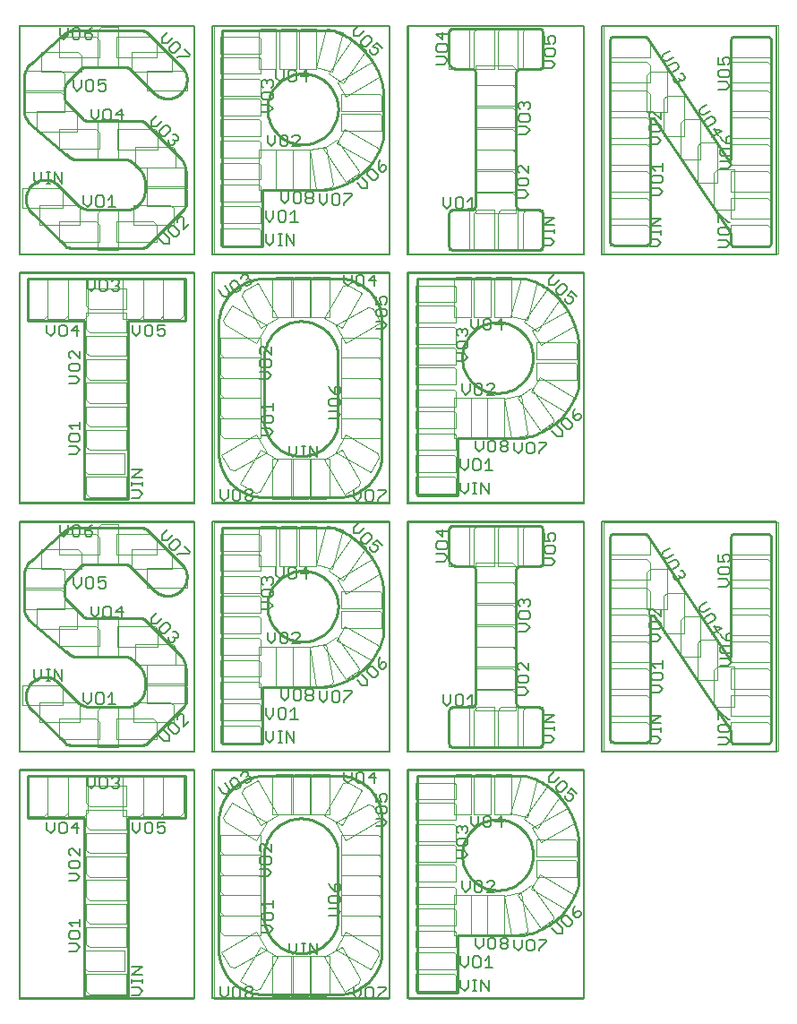
<source format=gto>
G75*
G70*
%OFA0B0*%
%FSLAX25Y25*%
%IPPOS*%
%LPD*%
%AMOC8*
5,1,8,0,0,1.08239X$1,22.5*
%
%ADD11C,0.01000*%
%ADD13C,0.00400*%
%ADD15C,0.00800*%
%ADD17C,0.00000*%
X0010000Y0010000D02*
G75*
%LPD*%
D17*
X0010000Y0010000D02*
X0010000Y0095000D01*
X0075000Y0095000D01*
X0075000Y0010000D01*
X0010000Y0010000D01*
D11*
X0034370Y0011250D02*
X0050620Y0011250D01*
X0050620Y0077500D01*
X0071870Y0077500D01*
X0071870Y0093120D01*
X0013120Y0093120D01*
X0013120Y0077500D01*
X0034370Y0077500D01*
X0034370Y0011250D01*
D13*
X0036250Y0011870D02*
X0035000Y0013120D01*
X0035000Y0019370D01*
X0050000Y0019370D01*
X0050000Y0011870D01*
X0036250Y0011870D01*
X0035620Y0020620D02*
X0034370Y0021870D01*
X0034370Y0028120D01*
X0049370Y0028120D01*
X0049370Y0020620D01*
X0035620Y0020620D01*
X0036250Y0029370D02*
X0035000Y0030620D01*
X0035000Y0036870D01*
X0050000Y0036870D01*
X0050000Y0029370D01*
X0036250Y0029370D01*
X0036250Y0038120D02*
X0035000Y0039370D01*
X0035000Y0045620D01*
X0050000Y0045620D01*
X0050000Y0038120D01*
X0036250Y0038120D01*
X0036250Y0046870D02*
X0035000Y0048120D01*
X0035000Y0054370D01*
X0050000Y0054370D01*
X0050000Y0046870D01*
X0036250Y0046870D01*
X0036250Y0055620D02*
X0035000Y0056870D01*
X0035000Y0063120D01*
X0050000Y0063120D01*
X0050000Y0055620D01*
X0036250Y0055620D01*
X0036250Y0064370D02*
X0035000Y0065620D01*
X0035000Y0071870D01*
X0050000Y0071870D01*
X0050000Y0064370D01*
X0036250Y0064370D01*
X0036250Y0073120D02*
X0035000Y0074370D01*
X0035000Y0080620D01*
X0050000Y0080620D01*
X0050000Y0073120D01*
X0036250Y0073120D01*
X0034370Y0078120D02*
X0035620Y0079370D01*
X0035620Y0093120D01*
X0028120Y0093120D01*
X0028120Y0079370D01*
X0026870Y0078120D01*
X0020620Y0078120D01*
X0020620Y0093120D01*
X0020620Y0079370D01*
X0019370Y0078120D01*
X0013120Y0078120D01*
X0013120Y0093120D01*
X0020620Y0093120D01*
X0028120Y0093120D01*
X0028120Y0078120D01*
X0034370Y0078120D01*
X0036250Y0081870D02*
X0035000Y0083120D01*
X0035000Y0089370D01*
X0050000Y0089370D01*
X0050000Y0081870D01*
X0036250Y0081870D01*
X0048750Y0078120D02*
X0048750Y0093120D01*
X0056250Y0093120D01*
X0063750Y0093120D01*
X0071250Y0093120D01*
X0071250Y0079370D01*
X0070000Y0078120D01*
X0063750Y0078120D01*
X0063750Y0093120D01*
X0063750Y0079370D01*
X0062500Y0078120D01*
X0056250Y0078120D01*
X0056250Y0093120D01*
X0056250Y0079370D01*
X0055000Y0078120D01*
X0048750Y0078120D01*
D15*
X0052270Y0075850D02*
X0052270Y0073050D01*
X0053670Y0071650D01*
X0055070Y0073050D01*
X0055070Y0075850D01*
X0056880Y0075150D02*
X0056880Y0072350D01*
X0057580Y0071650D01*
X0058980Y0071650D01*
X0059680Y0072350D01*
X0059680Y0075150D01*
X0058980Y0075850D01*
X0057580Y0075850D01*
X0056880Y0075150D01*
X0061480Y0075850D02*
X0061480Y0073750D01*
X0062880Y0074450D01*
X0063580Y0074450D01*
X0064280Y0073750D01*
X0064280Y0072350D01*
X0063580Y0071650D01*
X0062180Y0071650D01*
X0061480Y0072350D01*
X0061480Y0075850D02*
X0064280Y0075850D01*
X0047410Y0089220D02*
X0046710Y0088520D01*
X0045310Y0088520D01*
X0044600Y0089220D01*
X0046010Y0090620D02*
X0046710Y0090620D01*
X0047410Y0091320D01*
X0047410Y0092020D01*
X0046710Y0092730D01*
X0045310Y0092730D01*
X0044600Y0092020D01*
X0046710Y0090620D02*
X0047410Y0089920D01*
X0047410Y0089220D01*
X0042800Y0089220D02*
X0042100Y0088520D01*
X0040700Y0088520D01*
X0040000Y0089220D01*
X0040000Y0092020D01*
X0040700Y0092730D01*
X0042100Y0092730D01*
X0042800Y0092020D01*
X0042800Y0089220D01*
X0038200Y0089920D02*
X0038200Y0092730D01*
X0035400Y0092730D02*
X0035400Y0089920D01*
X0036800Y0088520D01*
X0038200Y0089920D01*
X0031710Y0075850D02*
X0029600Y0073750D01*
X0032410Y0073750D01*
X0031710Y0071650D02*
X0031710Y0075850D01*
X0027800Y0075150D02*
X0027800Y0072350D01*
X0027100Y0071650D01*
X0025700Y0071650D01*
X0025000Y0072350D01*
X0025000Y0075150D01*
X0025700Y0075850D01*
X0027100Y0075850D01*
X0027800Y0075150D01*
X0023200Y0075850D02*
X0023200Y0073050D01*
X0021800Y0071650D01*
X0020400Y0073050D01*
X0020400Y0075850D01*
X0029220Y0066160D02*
X0028520Y0065460D01*
X0028520Y0064060D01*
X0029220Y0063350D01*
X0029220Y0061550D02*
X0028520Y0060850D01*
X0028520Y0059450D01*
X0029220Y0058750D01*
X0032020Y0058750D01*
X0032720Y0059450D01*
X0032720Y0060850D01*
X0032020Y0061550D01*
X0029220Y0061550D01*
X0032720Y0063350D02*
X0029920Y0066160D01*
X0029220Y0066160D01*
X0032720Y0066160D02*
X0032720Y0063350D01*
X0031320Y0056950D02*
X0028520Y0056950D01*
X0028520Y0054150D02*
X0031320Y0054150D01*
X0032720Y0055550D01*
X0031320Y0056950D01*
X0032720Y0039910D02*
X0032720Y0037100D01*
X0032720Y0038510D02*
X0028520Y0038510D01*
X0029920Y0037100D01*
X0029220Y0035300D02*
X0028520Y0034600D01*
X0028520Y0033200D01*
X0029220Y0032500D01*
X0032020Y0032500D01*
X0032720Y0033200D01*
X0032720Y0034600D01*
X0032020Y0035300D01*
X0029220Y0035300D01*
X0028520Y0030700D02*
X0031320Y0030700D01*
X0032720Y0029300D01*
X0031320Y0027900D01*
X0028520Y0027900D01*
X0051770Y0022100D02*
X0055970Y0022100D01*
X0051770Y0019290D01*
X0055970Y0019290D01*
X0055970Y0017620D02*
X0055970Y0016220D01*
X0055970Y0016920D02*
X0051770Y0016920D01*
X0051770Y0016220D02*
X0051770Y0017620D01*
X0051770Y0014420D02*
X0054570Y0014420D01*
X0055970Y0013020D01*
X0054570Y0011620D01*
X0051770Y0011620D01*
D15*
X0010400Y0010400D02*
X0010400Y0095400D01*
X0010400Y0095400D02*
X0075400Y0095400D01*
X0075400Y0010400D01*
X0010400Y0010400D01*
X0082500Y0010000D02*
G75*
%LPD*%
D17*
X0082500Y0010000D02*
X0082500Y0095000D01*
X0147500Y0095000D01*
X0147500Y0010000D01*
X0082500Y0010000D01*
D11*
X0084370Y0030000D02*
X0084320Y0029210D01*
X0084300Y0028420D01*
X0084320Y0027630D01*
X0084380Y0026840D01*
X0084470Y0026050D01*
X0084600Y0025270D01*
X0084770Y0024500D01*
X0084980Y0023740D01*
X0085220Y0022980D01*
X0085490Y0022240D01*
X0085810Y0021520D01*
X0086150Y0020810D01*
X0086530Y0020110D01*
X0086940Y0019440D01*
X0087390Y0018780D01*
X0087860Y0018150D01*
X0088360Y0017540D01*
X0088890Y0016950D01*
X0089450Y0016390D01*
X0090040Y0015860D01*
X0090650Y0015360D01*
X0091280Y0014890D01*
X0091940Y0014440D01*
X0092610Y0014030D01*
X0093310Y0013650D01*
X0094020Y0013310D01*
X0094740Y0012990D01*
X0095480Y0012720D01*
X0096240Y0012480D01*
X0097000Y0012270D01*
X0097770Y0012100D01*
X0098550Y0011970D01*
X0099340Y0011880D01*
X0100130Y0011820D01*
X0100920Y0011800D01*
X0101710Y0011820D01*
X0102500Y0011870D01*
X0127500Y0011870D01*
X0127490Y0011870D02*
X0128290Y0011830D01*
X0129090Y0011820D01*
X0129890Y0011860D01*
X0130690Y0011930D01*
X0131480Y0012050D01*
X0132260Y0012200D01*
X0133040Y0012390D01*
X0133800Y0012620D01*
X0134560Y0012890D01*
X0135300Y0013190D01*
X0136020Y0013530D01*
X0136730Y0013900D01*
X0137410Y0014300D01*
X0138080Y0014740D01*
X0138730Y0015220D01*
X0139350Y0015720D01*
X0139940Y0016250D01*
X0140510Y0016810D01*
X0141050Y0017400D01*
X0141560Y0018020D01*
X0142050Y0018650D01*
X0142490Y0019310D01*
X0142910Y0020000D01*
X0143290Y0020700D01*
X0143640Y0021420D01*
X0143950Y0022150D01*
X0144230Y0022900D01*
X0144470Y0023670D01*
X0144670Y0024440D01*
X0144830Y0025220D01*
X0144960Y0026010D01*
X0145040Y0026810D01*
X0145090Y0027600D01*
X0145100Y0028400D01*
X0145070Y0029200D01*
X0145000Y0030000D01*
X0145000Y0076250D01*
X0145030Y0077030D01*
X0145020Y0077820D01*
X0144970Y0078600D01*
X0144880Y0079380D01*
X0144750Y0080160D01*
X0144590Y0080920D01*
X0144390Y0081680D01*
X0144150Y0082430D01*
X0143880Y0083170D01*
X0143570Y0083890D01*
X0143220Y0084600D01*
X0142840Y0085280D01*
X0142430Y0085950D01*
X0141990Y0086600D01*
X0141510Y0087230D01*
X0141010Y0087830D01*
X0140470Y0088400D01*
X0139910Y0088950D01*
X0139320Y0089470D01*
X0138710Y0089960D01*
X0138070Y0090430D01*
X0137420Y0090850D01*
X0136740Y0091250D01*
X0136040Y0091610D01*
X0135330Y0091940D01*
X0134600Y0092240D01*
X0133860Y0092490D01*
X0133110Y0092720D01*
X0132340Y0092900D01*
X0131570Y0093050D01*
X0130790Y0093160D01*
X0130010Y0093230D01*
X0129230Y0093260D01*
X0128440Y0093250D01*
X0127660Y0093210D01*
X0126880Y0093120D01*
X0126870Y0093120D02*
X0102500Y0093120D01*
X0101680Y0093150D01*
X0100860Y0093140D01*
X0100050Y0093090D01*
X0099230Y0093010D01*
X0098420Y0092880D01*
X0097620Y0092720D01*
X0096830Y0092520D01*
X0096050Y0092280D01*
X0095280Y0092000D01*
X0094520Y0091690D01*
X0093780Y0091350D01*
X0093050Y0090960D01*
X0092350Y0090550D01*
X0091670Y0090100D01*
X0091000Y0089620D01*
X0090370Y0089100D01*
X0089750Y0088560D01*
X0089170Y0087990D01*
X0088610Y0087390D01*
X0088080Y0086770D01*
X0087580Y0086120D01*
X0087110Y0085450D01*
X0086670Y0084760D01*
X0086270Y0084050D01*
X0085900Y0083320D01*
X0085570Y0082570D01*
X0085270Y0081810D01*
X0085010Y0081030D01*
X0084790Y0080240D01*
X0084600Y0079450D01*
X0084450Y0078640D01*
X0084340Y0077830D01*
X0084270Y0077010D01*
X0084240Y0076200D01*
X0084250Y0075380D01*
X0084300Y0074560D01*
X0084380Y0073750D01*
X0084370Y0073750D02*
X0084370Y0030000D01*
X0101250Y0039370D02*
X0101250Y0065000D01*
X0101360Y0065720D01*
X0101490Y0066450D01*
X0101670Y0067160D01*
X0101890Y0067860D01*
X0102140Y0068550D01*
X0102420Y0069230D01*
X0102750Y0069880D01*
X0103110Y0070530D01*
X0103500Y0071150D01*
X0103920Y0071750D01*
X0104380Y0072320D01*
X0104860Y0072870D01*
X0105370Y0073400D01*
X0105910Y0073900D01*
X0106480Y0074360D01*
X0107070Y0074800D01*
X0107680Y0075210D01*
X0108320Y0075580D01*
X0108970Y0075920D01*
X0109640Y0076220D01*
X0110320Y0076480D01*
X0111020Y0076710D01*
X0111730Y0076910D01*
X0112440Y0077060D01*
X0113170Y0077180D01*
X0113900Y0077260D01*
X0114630Y0077300D01*
X0115370Y0077300D01*
X0116100Y0077260D01*
X0116830Y0077180D01*
X0117560Y0077060D01*
X0118270Y0076910D01*
X0118980Y0076710D01*
X0119680Y0076480D01*
X0120360Y0076220D01*
X0121030Y0075920D01*
X0121680Y0075580D01*
X0122320Y0075210D01*
X0122930Y0074800D01*
X0123520Y0074360D01*
X0124090Y0073900D01*
X0124630Y0073400D01*
X0125140Y0072870D01*
X0125620Y0072320D01*
X0126080Y0071750D01*
X0126500Y0071150D01*
X0126890Y0070530D01*
X0127250Y0069880D01*
X0127580Y0069230D01*
X0127860Y0068550D01*
X0128110Y0067860D01*
X0128330Y0067160D01*
X0128510Y0066450D01*
X0128640Y0065720D01*
X0128750Y0065000D01*
X0128750Y0039370D01*
X0128640Y0038650D01*
X0128510Y0037920D01*
X0128330Y0037210D01*
X0128110Y0036510D01*
X0127860Y0035820D01*
X0127580Y0035140D01*
X0127250Y0034490D01*
X0126890Y0033840D01*
X0126500Y0033220D01*
X0126080Y0032620D01*
X0125620Y0032050D01*
X0125140Y0031500D01*
X0124630Y0030970D01*
X0124090Y0030470D01*
X0123520Y0030010D01*
X0122930Y0029570D01*
X0122320Y0029160D01*
X0121680Y0028790D01*
X0121030Y0028450D01*
X0120360Y0028150D01*
X0119680Y0027890D01*
X0118980Y0027660D01*
X0118270Y0027460D01*
X0117560Y0027310D01*
X0116830Y0027190D01*
X0116100Y0027110D01*
X0115370Y0027070D01*
X0114630Y0027070D01*
X0113900Y0027110D01*
X0113170Y0027190D01*
X0112440Y0027310D01*
X0111730Y0027460D01*
X0111020Y0027660D01*
X0110320Y0027890D01*
X0109640Y0028150D01*
X0108970Y0028450D01*
X0108320Y0028790D01*
X0107680Y0029160D01*
X0107070Y0029570D01*
X0106480Y0030010D01*
X0105910Y0030470D01*
X0105370Y0030970D01*
X0104860Y0031500D01*
X0104380Y0032050D01*
X0103920Y0032620D01*
X0103500Y0033220D01*
X0103110Y0033840D01*
X0102750Y0034490D01*
X0102420Y0035140D01*
X0102140Y0035820D01*
X0101890Y0036510D01*
X0101670Y0037210D01*
X0101490Y0037920D01*
X0101360Y0038650D01*
X0101250Y0039370D01*
D13*
X0100000Y0041250D02*
X0086250Y0041250D01*
X0085000Y0042500D01*
X0085000Y0048750D01*
X0100000Y0048750D01*
X0100000Y0041250D01*
X0100000Y0033750D01*
X0086250Y0033750D01*
X0085000Y0035000D01*
X0085000Y0041250D01*
X0100000Y0041250D01*
X0098370Y0035120D02*
X0102120Y0028620D01*
X0090210Y0021750D01*
X0088500Y0022210D01*
X0085380Y0027620D01*
X0098370Y0035120D01*
X0099870Y0029620D02*
X0106370Y0025870D01*
X0099490Y0013960D01*
X0097790Y0013500D01*
X0092370Y0016630D01*
X0099870Y0029620D01*
X0104370Y0026250D02*
X0111870Y0026250D01*
X0111870Y0012500D01*
X0110620Y0011250D01*
X0104370Y0011250D01*
X0104370Y0026250D01*
X0111250Y0026250D02*
X0118750Y0026250D01*
X0118750Y0012500D01*
X0117500Y0011250D01*
X0111250Y0011250D01*
X0111250Y0026250D01*
X0118120Y0026250D02*
X0125620Y0026250D01*
X0125620Y0012500D01*
X0124370Y0011250D01*
X0118120Y0011250D01*
X0118120Y0026250D01*
X0123620Y0025870D02*
X0130120Y0029620D01*
X0136990Y0017710D01*
X0136540Y0016000D01*
X0131120Y0012880D01*
X0123620Y0025870D01*
X0127880Y0028620D02*
X0131630Y0035120D01*
X0143530Y0028240D01*
X0143990Y0026540D01*
X0140870Y0021120D01*
X0127880Y0028620D01*
X0130000Y0033750D02*
X0130000Y0041250D01*
X0143750Y0041250D01*
X0145000Y0040000D01*
X0145000Y0033750D01*
X0130000Y0033750D01*
X0130000Y0041250D02*
X0130000Y0048750D01*
X0130000Y0056250D01*
X0130000Y0063750D01*
X0143750Y0063750D01*
X0145000Y0062500D01*
X0145000Y0056250D01*
X0130000Y0056250D01*
X0143750Y0056250D01*
X0145000Y0055000D01*
X0145000Y0048750D01*
X0130000Y0048750D01*
X0143750Y0048750D01*
X0145000Y0047500D01*
X0145000Y0041250D01*
X0130000Y0041250D01*
X0130000Y0063750D02*
X0130000Y0071250D01*
X0143750Y0071250D01*
X0145000Y0070000D01*
X0145000Y0063750D01*
X0130000Y0063750D01*
X0131630Y0069250D02*
X0127880Y0075740D01*
X0139780Y0082620D01*
X0141490Y0082160D01*
X0144620Y0076750D01*
X0131630Y0069250D01*
X0130120Y0074750D02*
X0123620Y0078500D01*
X0130500Y0090410D01*
X0132210Y0090870D01*
X0137620Y0087740D01*
X0130120Y0074750D01*
X0125620Y0078750D02*
X0118120Y0078750D01*
X0118120Y0092500D01*
X0119370Y0093750D01*
X0125620Y0093750D01*
X0125620Y0078750D01*
X0118750Y0078750D02*
X0111250Y0078750D01*
X0111250Y0092500D01*
X0112500Y0093750D01*
X0118750Y0093750D01*
X0118750Y0078750D01*
X0111870Y0078750D02*
X0104370Y0078750D01*
X0104370Y0092500D01*
X0105620Y0093750D01*
X0111870Y0093750D01*
X0111870Y0078750D01*
X0106370Y0078500D02*
X0099870Y0074750D01*
X0093000Y0086660D01*
X0093460Y0088370D01*
X0098870Y0091490D01*
X0106370Y0078500D01*
X0102120Y0075740D02*
X0098370Y0069250D01*
X0086460Y0076120D01*
X0086000Y0077830D01*
X0089130Y0083240D01*
X0102120Y0075740D01*
X0100000Y0071250D02*
X0100000Y0063750D01*
X0086250Y0063750D01*
X0085000Y0065000D01*
X0085000Y0071250D01*
X0100000Y0071250D01*
X0100000Y0063750D02*
X0100000Y0056250D01*
X0100000Y0048750D01*
X0086250Y0048750D01*
X0085000Y0050000D01*
X0085000Y0056250D01*
X0100000Y0056250D01*
X0086250Y0056250D01*
X0085000Y0057500D01*
X0085000Y0063750D01*
X0100000Y0063750D01*
D15*
X0100340Y0063050D02*
X0099640Y0062350D01*
X0099640Y0060950D01*
X0100340Y0060250D01*
X0103150Y0060250D01*
X0103850Y0060950D01*
X0103850Y0062350D01*
X0103150Y0063050D01*
X0100340Y0063050D01*
X0100340Y0064850D02*
X0099640Y0065560D01*
X0099640Y0066960D01*
X0100340Y0067660D01*
X0101040Y0067660D01*
X0103850Y0064850D01*
X0103850Y0067660D01*
X0102450Y0058450D02*
X0099640Y0058450D01*
X0099640Y0055650D02*
X0102450Y0055650D01*
X0103850Y0057050D01*
X0102450Y0058450D01*
X0104600Y0046780D02*
X0104600Y0043980D01*
X0104600Y0045380D02*
X0100390Y0045380D01*
X0101790Y0043980D01*
X0101090Y0042180D02*
X0100390Y0041480D01*
X0100390Y0040080D01*
X0101090Y0039380D01*
X0103900Y0039380D01*
X0104600Y0040080D01*
X0104600Y0041480D01*
X0103900Y0042180D01*
X0101090Y0042180D01*
X0100390Y0037570D02*
X0103200Y0037570D01*
X0104600Y0036170D01*
X0103200Y0034770D01*
X0100390Y0034770D01*
X0110620Y0030850D02*
X0110620Y0028050D01*
X0112020Y0026650D01*
X0113420Y0028050D01*
X0113420Y0030850D01*
X0115220Y0030850D02*
X0116620Y0030850D01*
X0115920Y0030850D02*
X0115920Y0026650D01*
X0115220Y0026650D02*
X0116620Y0026650D01*
X0118290Y0026650D02*
X0118290Y0030850D01*
X0121100Y0026650D01*
X0121100Y0030850D01*
X0125390Y0041020D02*
X0128200Y0041020D01*
X0129600Y0042420D01*
X0128200Y0043820D01*
X0125390Y0043820D01*
X0126090Y0045630D02*
X0128900Y0045630D01*
X0129600Y0046330D01*
X0129600Y0047730D01*
X0128900Y0048430D01*
X0126090Y0048430D01*
X0125390Y0047730D01*
X0125390Y0046330D01*
X0126090Y0045630D01*
X0127490Y0050230D02*
X0127490Y0052330D01*
X0128200Y0053030D01*
X0128900Y0053030D01*
X0129600Y0052330D01*
X0129600Y0050930D01*
X0128900Y0050230D01*
X0127490Y0050230D01*
X0126090Y0051630D01*
X0125390Y0053030D01*
X0142770Y0074400D02*
X0145570Y0074400D01*
X0146970Y0075800D01*
X0145570Y0077200D01*
X0142770Y0077200D01*
X0143470Y0079000D02*
X0146270Y0079000D01*
X0146970Y0079700D01*
X0146970Y0081100D01*
X0146270Y0081800D01*
X0143470Y0081800D01*
X0142770Y0081100D01*
X0142770Y0079700D01*
X0143470Y0079000D01*
X0142770Y0083600D02*
X0144870Y0083600D01*
X0144170Y0085010D01*
X0144170Y0085710D01*
X0144870Y0086410D01*
X0146270Y0086410D01*
X0146970Y0085710D01*
X0146970Y0084310D01*
X0146270Y0083600D01*
X0142770Y0083600D02*
X0142770Y0086410D01*
X0142330Y0090400D02*
X0142330Y0094600D01*
X0140230Y0092500D01*
X0143030Y0092500D01*
X0138430Y0091100D02*
X0138430Y0093900D01*
X0137730Y0094600D01*
X0136330Y0094600D01*
X0135630Y0093900D01*
X0135630Y0091100D01*
X0136330Y0090400D01*
X0137730Y0090400D01*
X0138430Y0091100D01*
X0133820Y0091800D02*
X0133820Y0094600D01*
X0131020Y0094600D02*
X0131020Y0091800D01*
X0132420Y0090400D01*
X0133820Y0091800D01*
X0096440Y0092150D02*
X0096190Y0091200D01*
X0094970Y0090500D01*
X0094020Y0090750D01*
X0092460Y0089850D02*
X0091060Y0092280D01*
X0090100Y0092540D01*
X0088890Y0091840D01*
X0088630Y0090880D01*
X0090030Y0088450D01*
X0090990Y0088200D01*
X0092200Y0088900D01*
X0092460Y0089850D01*
X0094530Y0092670D02*
X0095140Y0093020D01*
X0096090Y0092760D01*
X0096440Y0092150D01*
X0095140Y0093020D02*
X0095390Y0093980D01*
X0095040Y0094580D01*
X0094090Y0094840D01*
X0092870Y0094140D01*
X0092620Y0093180D01*
X0086720Y0090580D02*
X0088120Y0088160D01*
X0087610Y0086240D01*
X0085690Y0086760D01*
X0084290Y0089180D01*
X0085020Y0014730D02*
X0085020Y0011920D01*
X0086420Y0010520D01*
X0087820Y0011920D01*
X0087820Y0014730D01*
X0089630Y0014020D02*
X0089630Y0011220D01*
X0090330Y0010520D01*
X0091730Y0010520D01*
X0092430Y0011220D01*
X0092430Y0014020D01*
X0091730Y0014730D01*
X0090330Y0014730D01*
X0089630Y0014020D01*
X0094230Y0014020D02*
X0094230Y0013320D01*
X0094930Y0012620D01*
X0096330Y0012620D01*
X0097030Y0011920D01*
X0097030Y0011220D01*
X0096330Y0010520D01*
X0094930Y0010520D01*
X0094230Y0011220D01*
X0094230Y0011920D01*
X0094930Y0012620D01*
X0096330Y0012620D02*
X0097030Y0013320D01*
X0097030Y0014020D01*
X0096330Y0014730D01*
X0094930Y0014730D01*
X0094230Y0014020D01*
X0134460Y0014480D02*
X0134460Y0011670D01*
X0135860Y0010270D01*
X0137260Y0011670D01*
X0137260Y0014480D01*
X0139060Y0013770D02*
X0139060Y0010970D01*
X0139760Y0010270D01*
X0141170Y0010270D01*
X0141870Y0010970D01*
X0141870Y0013770D01*
X0141170Y0014480D01*
X0139760Y0014480D01*
X0139060Y0013770D01*
X0143670Y0014480D02*
X0146470Y0014480D01*
X0146470Y0013770D01*
X0143670Y0010970D01*
X0143670Y0010270D01*
D15*
X0082100Y0010400D02*
X0082100Y0095400D01*
X0147900Y0095400D01*
X0147900Y0010400D01*
X0082100Y0010400D01*
X0155000Y0010000D02*
G75*
%LPD*%
D17*
X0155000Y0010000D02*
X0155000Y0095000D01*
X0220000Y0095000D01*
X0220000Y0010000D01*
X0155000Y0010000D01*
D11*
X0158120Y0012500D02*
X0158120Y0093120D01*
X0198750Y0093120D01*
X0218120Y0070000D02*
X0218120Y0052500D01*
X0196870Y0033750D02*
X0173120Y0033750D01*
X0173120Y0012500D01*
X0158120Y0012500D01*
X0196870Y0033750D02*
X0197860Y0033910D01*
X0198840Y0034100D01*
X0199810Y0034330D01*
X0200780Y0034600D01*
X0201730Y0034910D01*
X0202670Y0035250D01*
X0203600Y0035630D01*
X0204510Y0036050D01*
X0205400Y0036500D01*
X0206270Y0036980D01*
X0207130Y0037510D01*
X0207960Y0038060D01*
X0208780Y0038640D01*
X0209560Y0039260D01*
X0210330Y0039910D01*
X0211070Y0040590D01*
X0211780Y0041290D01*
X0212460Y0042020D01*
X0213110Y0042780D01*
X0213730Y0043570D01*
X0214330Y0044370D01*
X0214880Y0045200D01*
X0215410Y0046060D01*
X0215900Y0046930D01*
X0216360Y0047820D01*
X0216790Y0048720D01*
X0217170Y0049650D01*
X0217520Y0050590D01*
X0217840Y0051540D01*
X0218110Y0052500D01*
X0218120Y0070000D02*
X0217990Y0071020D01*
X0217810Y0072040D01*
X0217610Y0073050D01*
X0217360Y0074050D01*
X0217070Y0075040D01*
X0216750Y0076020D01*
X0216390Y0076990D01*
X0216000Y0077940D01*
X0215560Y0078880D01*
X0215100Y0079800D01*
X0214600Y0080700D01*
X0214060Y0081580D01*
X0213490Y0082440D01*
X0212890Y0083280D01*
X0212260Y0084090D01*
X0211600Y0084880D01*
X0210900Y0085650D01*
X0210180Y0086390D01*
X0209440Y0087100D01*
X0208660Y0087780D01*
X0207860Y0088430D01*
X0207040Y0089050D01*
X0206190Y0089640D01*
X0205320Y0090200D01*
X0204440Y0090720D01*
X0203530Y0091210D01*
X0202600Y0091660D01*
X0201660Y0092080D01*
X0200700Y0092460D01*
X0199730Y0092810D01*
X0198750Y0093120D01*
X0174940Y0063750D02*
X0174960Y0064470D01*
X0175020Y0065190D01*
X0175120Y0065900D01*
X0175250Y0066610D01*
X0175430Y0067310D01*
X0175640Y0067990D01*
X0175890Y0068670D01*
X0176180Y0069330D01*
X0176500Y0069970D01*
X0176860Y0070600D01*
X0177250Y0071200D01*
X0177670Y0071790D01*
X0178130Y0072340D01*
X0178610Y0072880D01*
X0179120Y0073380D01*
X0179660Y0073860D01*
X0180230Y0074310D01*
X0180820Y0074720D01*
X0181430Y0075100D01*
X0182060Y0075450D01*
X0182700Y0075770D01*
X0183370Y0076040D01*
X0184050Y0076280D01*
X0184740Y0076490D01*
X0185440Y0076650D01*
X0186150Y0076780D01*
X0186860Y0076870D01*
X0187580Y0076920D01*
X0188300Y0076930D01*
X0189020Y0076900D01*
X0189740Y0076830D01*
X0190450Y0076720D01*
X0191150Y0076580D01*
X0191850Y0076390D01*
X0192530Y0076170D01*
X0193210Y0075910D01*
X0193860Y0075610D01*
X0194500Y0075280D01*
X0195120Y0074920D01*
X0195720Y0074520D01*
X0196300Y0074090D01*
X0196850Y0073620D01*
X0197380Y0073130D01*
X0197870Y0072610D01*
X0198340Y0072070D01*
X0198780Y0071500D01*
X0199190Y0070900D01*
X0199560Y0070290D01*
X0199900Y0069650D01*
X0200210Y0069000D01*
X0200480Y0068330D01*
X0200710Y0067650D01*
X0200900Y0066960D01*
X0201060Y0066260D01*
X0201180Y0065540D01*
X0201260Y0064830D01*
X0201300Y0064110D01*
X0201300Y0063390D01*
X0201260Y0062670D01*
X0201180Y0061960D01*
X0201060Y0061240D01*
X0200900Y0060540D01*
X0200710Y0059850D01*
X0200480Y0059170D01*
X0200210Y0058500D01*
X0199900Y0057850D01*
X0199560Y0057210D01*
X0199190Y0056600D01*
X0198780Y0056000D01*
X0198340Y0055430D01*
X0197870Y0054890D01*
X0197380Y0054370D01*
X0196850Y0053880D01*
X0196300Y0053410D01*
X0195720Y0052980D01*
X0195120Y0052580D01*
X0194500Y0052220D01*
X0193860Y0051890D01*
X0193210Y0051590D01*
X0192530Y0051330D01*
X0191850Y0051110D01*
X0191150Y0050920D01*
X0190450Y0050780D01*
X0189740Y0050670D01*
X0189020Y0050600D01*
X0188300Y0050570D01*
X0187580Y0050580D01*
X0186860Y0050630D01*
X0186150Y0050720D01*
X0185440Y0050850D01*
X0184740Y0051010D01*
X0184050Y0051220D01*
X0183370Y0051460D01*
X0182700Y0051730D01*
X0182060Y0052050D01*
X0181430Y0052400D01*
X0180820Y0052780D01*
X0180230Y0053190D01*
X0179660Y0053640D01*
X0179120Y0054120D01*
X0178610Y0054620D01*
X0178130Y0055160D01*
X0177670Y0055710D01*
X0177250Y0056300D01*
X0176860Y0056900D01*
X0176500Y0057530D01*
X0176180Y0058170D01*
X0175890Y0058830D01*
X0175640Y0059510D01*
X0175430Y0060190D01*
X0175250Y0060890D01*
X0175120Y0061600D01*
X0175020Y0062310D01*
X0174960Y0063030D01*
X0174940Y0063750D01*
D13*
X0172500Y0061250D02*
X0157500Y0061250D01*
X0157500Y0067500D01*
X0171870Y0067500D01*
X0172500Y0066870D01*
X0172500Y0061250D01*
X0171870Y0060000D02*
X0172500Y0059370D01*
X0172500Y0053750D01*
X0157500Y0053750D01*
X0157500Y0060000D01*
X0171870Y0060000D01*
X0171870Y0051870D02*
X0172500Y0051250D01*
X0172500Y0045620D01*
X0157500Y0045620D01*
X0157500Y0051870D01*
X0171870Y0051870D01*
X0171870Y0048750D02*
X0178120Y0048750D01*
X0178120Y0034370D01*
X0177500Y0033750D01*
X0171870Y0033750D01*
X0171870Y0048750D01*
X0171870Y0043750D02*
X0172500Y0043120D01*
X0172500Y0037500D01*
X0157500Y0037500D01*
X0157500Y0043750D01*
X0171870Y0043750D01*
X0178120Y0048750D02*
X0184370Y0048750D01*
X0184370Y0034370D01*
X0183750Y0033750D01*
X0178120Y0033750D01*
X0178120Y0048750D01*
X0184370Y0048750D02*
X0190620Y0048750D01*
X0190620Y0034370D01*
X0190000Y0033750D01*
X0184370Y0033750D01*
X0184370Y0048750D01*
X0190640Y0048540D02*
X0196790Y0049630D01*
X0199290Y0035470D01*
X0198780Y0034750D01*
X0193240Y0033770D01*
X0190640Y0048540D01*
X0195640Y0048830D02*
X0200760Y0052420D01*
X0209010Y0040640D01*
X0208860Y0039770D01*
X0204250Y0036540D01*
X0195640Y0048830D01*
X0200690Y0051040D02*
X0203810Y0056450D01*
X0216260Y0049270D01*
X0216490Y0048410D01*
X0213680Y0043540D01*
X0200690Y0051040D01*
X0202500Y0055620D02*
X0202500Y0061870D01*
X0216870Y0061870D01*
X0217500Y0061250D01*
X0217500Y0055620D01*
X0202500Y0055620D01*
X0202500Y0063120D02*
X0202500Y0069370D01*
X0216870Y0069370D01*
X0217500Y0068750D01*
X0217500Y0063120D01*
X0202500Y0063120D01*
X0204210Y0068310D02*
X0201090Y0073720D01*
X0213530Y0080910D01*
X0214390Y0080680D01*
X0217200Y0075810D01*
X0204210Y0068310D01*
X0203030Y0073460D02*
X0197910Y0077040D01*
X0206160Y0088820D01*
X0207030Y0088970D01*
X0211630Y0085750D01*
X0203030Y0073460D01*
X0199140Y0077670D02*
X0193100Y0079290D01*
X0196820Y0093180D01*
X0197580Y0093620D01*
X0203020Y0092160D01*
X0199140Y0077670D01*
X0193120Y0078750D02*
X0186870Y0078750D01*
X0186870Y0093120D01*
X0187500Y0093750D01*
X0193120Y0093750D01*
X0193120Y0078750D01*
X0185620Y0078750D02*
X0179370Y0078750D01*
X0179370Y0093120D01*
X0180000Y0093750D01*
X0185620Y0093750D01*
X0185620Y0078750D01*
X0178120Y0078750D02*
X0171870Y0078750D01*
X0171870Y0093120D01*
X0172500Y0093750D01*
X0178120Y0093750D01*
X0178120Y0078750D01*
X0172500Y0076870D02*
X0157500Y0076870D01*
X0157500Y0083120D01*
X0171870Y0083120D01*
X0172500Y0082500D01*
X0172500Y0076870D01*
X0171870Y0075000D02*
X0172500Y0074370D01*
X0172500Y0068750D01*
X0157500Y0068750D01*
X0157500Y0075000D01*
X0171870Y0075000D01*
X0172500Y0084370D02*
X0157500Y0084370D01*
X0157500Y0090620D01*
X0171870Y0090620D01*
X0172500Y0090000D01*
X0172500Y0084370D01*
X0171870Y0035620D02*
X0157500Y0035620D01*
X0157500Y0029370D01*
X0172500Y0029370D01*
X0172500Y0035000D01*
X0171870Y0035620D01*
X0171870Y0027500D02*
X0172500Y0026870D01*
X0172500Y0021250D01*
X0157500Y0021250D01*
X0157500Y0027500D01*
X0171870Y0027500D01*
X0171870Y0019370D02*
X0172500Y0018750D01*
X0172500Y0013120D01*
X0157500Y0013120D01*
X0157500Y0019370D01*
X0171870Y0019370D01*
D15*
X0174400Y0017230D02*
X0174400Y0014420D01*
X0175800Y0013020D01*
X0177200Y0014420D01*
X0177200Y0017230D01*
X0179000Y0017230D02*
X0180400Y0017230D01*
X0179700Y0017230D02*
X0179700Y0013020D01*
X0179000Y0013020D02*
X0180400Y0013020D01*
X0182070Y0013020D02*
X0182070Y0017230D01*
X0184870Y0013020D01*
X0184870Y0017230D01*
X0185010Y0021770D02*
X0185010Y0025980D01*
X0183600Y0024570D01*
X0181800Y0025270D02*
X0181100Y0025980D01*
X0179700Y0025980D01*
X0179000Y0025270D01*
X0179000Y0022470D01*
X0179700Y0021770D01*
X0181100Y0021770D01*
X0181800Y0022470D01*
X0181800Y0025270D01*
X0183600Y0021770D02*
X0186410Y0021770D01*
X0186730Y0028650D02*
X0185330Y0028650D01*
X0184630Y0029350D01*
X0184630Y0032150D01*
X0185330Y0032850D01*
X0186730Y0032850D01*
X0187430Y0032150D01*
X0187430Y0029350D01*
X0186730Y0028650D01*
X0189230Y0029350D02*
X0189230Y0030050D01*
X0189930Y0030750D01*
X0191330Y0030750D01*
X0192030Y0030050D01*
X0192030Y0029350D01*
X0191330Y0028650D01*
X0189930Y0028650D01*
X0189230Y0029350D01*
X0189930Y0030750D02*
X0189230Y0031450D01*
X0189230Y0032150D01*
X0189930Y0032850D01*
X0191330Y0032850D01*
X0192030Y0032150D01*
X0192030Y0031450D01*
X0191330Y0030750D01*
X0194400Y0029420D02*
X0195800Y0028020D01*
X0197200Y0029420D01*
X0197200Y0032230D01*
X0199000Y0031520D02*
X0199000Y0028720D01*
X0199700Y0028020D01*
X0201100Y0028020D01*
X0201800Y0028720D01*
X0201800Y0031520D01*
X0201100Y0032230D01*
X0199700Y0032230D01*
X0199000Y0031520D01*
X0194400Y0032230D02*
X0194400Y0029420D01*
X0203600Y0028720D02*
X0203600Y0028020D01*
X0203600Y0028720D02*
X0206410Y0031520D01*
X0206410Y0032230D01*
X0203600Y0032230D01*
X0208280Y0036400D02*
X0210260Y0034420D01*
X0212240Y0034420D01*
X0212240Y0036400D01*
X0210260Y0038380D01*
X0212030Y0039160D02*
X0214010Y0037180D01*
X0215000Y0037180D01*
X0215990Y0038170D01*
X0215990Y0039160D01*
X0214010Y0041140D01*
X0213020Y0041140D01*
X0212030Y0040150D01*
X0212030Y0039160D01*
X0216280Y0041430D02*
X0217760Y0042910D01*
X0218750Y0042910D01*
X0219250Y0042420D01*
X0219250Y0041430D01*
X0218260Y0040430D01*
X0217270Y0040430D01*
X0216280Y0041430D01*
X0216280Y0043410D01*
X0216770Y0044890D01*
X0189520Y0074020D02*
X0189520Y0078230D01*
X0187420Y0076120D01*
X0190220Y0076120D01*
X0185620Y0074720D02*
X0185620Y0077520D01*
X0184920Y0078230D01*
X0183510Y0078230D01*
X0182810Y0077520D01*
X0182810Y0074720D01*
X0183510Y0074020D01*
X0184920Y0074020D01*
X0185620Y0074720D01*
X0181010Y0075420D02*
X0181010Y0078230D01*
X0178210Y0078230D02*
X0178210Y0075420D01*
X0179610Y0074020D01*
X0181010Y0075420D01*
X0176970Y0073830D02*
X0176970Y0072430D01*
X0176270Y0071730D01*
X0176970Y0073830D02*
X0176270Y0074530D01*
X0175570Y0074530D01*
X0174870Y0073830D01*
X0174870Y0073130D01*
X0174870Y0073830D02*
X0174170Y0074530D01*
X0173470Y0074530D01*
X0172770Y0073830D01*
X0172770Y0072430D01*
X0173470Y0071730D01*
X0173470Y0069930D02*
X0172770Y0069230D01*
X0172770Y0067830D01*
X0173470Y0067130D01*
X0176270Y0067130D01*
X0176970Y0067830D01*
X0176970Y0069230D01*
X0176270Y0069930D01*
X0173470Y0069930D01*
X0172770Y0065320D02*
X0175570Y0065320D01*
X0176970Y0063920D01*
X0175570Y0062520D01*
X0172770Y0062520D01*
X0175020Y0054100D02*
X0175020Y0051300D01*
X0176420Y0049900D01*
X0177820Y0051300D01*
X0177820Y0054100D01*
X0179630Y0053400D02*
X0179630Y0050600D01*
X0180330Y0049900D01*
X0181730Y0049900D01*
X0182430Y0050600D01*
X0182430Y0053400D01*
X0181730Y0054100D01*
X0180330Y0054100D01*
X0179630Y0053400D01*
X0184230Y0053400D02*
X0184930Y0054100D01*
X0186330Y0054100D01*
X0187030Y0053400D01*
X0187030Y0052700D01*
X0184230Y0049900D01*
X0187030Y0049900D01*
X0182820Y0032850D02*
X0182820Y0030050D01*
X0181420Y0028650D01*
X0180020Y0030050D01*
X0180020Y0032850D01*
X0177200Y0025980D02*
X0177200Y0023170D01*
X0175800Y0021770D01*
X0174400Y0023170D01*
X0174400Y0025980D01*
X0214150Y0083840D02*
X0213160Y0084830D01*
X0213160Y0085820D01*
X0214150Y0086810D02*
X0215640Y0086310D01*
X0216130Y0085820D01*
X0216130Y0084830D01*
X0215140Y0083840D01*
X0214150Y0083840D01*
X0214150Y0086810D02*
X0215640Y0088300D01*
X0217620Y0086310D01*
X0213870Y0089070D02*
X0213870Y0090060D01*
X0212880Y0091060D01*
X0211890Y0091060D01*
X0209910Y0089070D01*
X0209910Y0088080D01*
X0210900Y0087090D01*
X0211890Y0087090D01*
X0213870Y0089070D01*
X0211110Y0092820D02*
X0209130Y0090840D01*
X0207150Y0090840D01*
X0207150Y0092820D01*
X0209130Y0094810D01*
D15*
X0154600Y0010400D02*
X0154600Y0095400D01*
X0220400Y0095400D01*
X0220400Y0010400D01*
X0154600Y0010400D01*
X0010000Y0102500D02*
G75*
%LPD*%
D17*
X0010000Y0102500D02*
X0010000Y0187500D01*
X0075000Y0187500D01*
X0075000Y0102500D01*
X0010000Y0102500D01*
D11*
X0013750Y0118750D02*
X0026830Y0105670D01*
X0029950Y0104370D02*
X0055040Y0104370D01*
X0058170Y0105670D02*
X0071290Y0118790D01*
X0071870Y0120190D02*
X0071870Y0133700D01*
X0070070Y0138050D02*
X0057230Y0150890D01*
X0054850Y0151870D02*
X0035470Y0151870D01*
X0033600Y0152650D02*
X0027810Y0158440D01*
X0026870Y0160690D02*
X0026870Y0163110D01*
X0028200Y0166330D02*
X0033090Y0171210D01*
X0034680Y0171870D02*
X0049520Y0171870D01*
X0051400Y0171100D02*
X0060000Y0162500D01*
X0060360Y0162120D01*
X0060750Y0161770D01*
X0061170Y0161450D01*
X0061600Y0161160D01*
X0062060Y0160910D01*
X0062530Y0160690D01*
X0063020Y0160500D01*
X0063520Y0160350D01*
X0064030Y0160240D01*
X0064550Y0160160D01*
X0065070Y0160120D01*
X0065590Y0160130D01*
X0066120Y0160160D01*
X0066630Y0160240D01*
X0067140Y0160360D01*
X0067640Y0160510D01*
X0068130Y0160700D01*
X0068600Y0160920D01*
X0069060Y0161180D01*
X0069490Y0161470D01*
X0069910Y0161790D01*
X0070300Y0162140D01*
X0070660Y0162520D01*
X0070990Y0162920D01*
X0071290Y0163350D01*
X0071560Y0163790D01*
X0071800Y0164260D01*
X0072000Y0164740D01*
X0072170Y0165240D01*
X0072300Y0165740D01*
X0072390Y0166260D01*
X0072440Y0166780D01*
X0072460Y0167300D01*
X0072440Y0167820D01*
X0072380Y0168340D01*
X0072280Y0168860D01*
X0072140Y0169360D01*
X0071970Y0169860D01*
X0071760Y0170340D01*
X0071520Y0170800D01*
X0071250Y0171240D01*
X0071250Y0171250D02*
X0058530Y0183960D01*
X0054530Y0185620D02*
X0031500Y0185620D01*
X0025730Y0183230D02*
X0014860Y0173610D01*
X0011870Y0168170D02*
X0011870Y0156130D01*
X0013750Y0151250D02*
X0027570Y0139290D01*
X0031250Y0137500D02*
X0047500Y0137500D01*
X0052500Y0136250D02*
X0055000Y0133750D01*
X0056870Y0128050D02*
X0056870Y0126130D01*
X0056880Y0126130D02*
X0056870Y0125640D01*
X0056830Y0125160D01*
X0056760Y0124670D01*
X0056650Y0124200D01*
X0056510Y0123730D01*
X0056330Y0123270D01*
X0056130Y0122830D01*
X0055890Y0122400D01*
X0055620Y0122000D01*
X0055330Y0121610D01*
X0055000Y0121240D01*
X0050000Y0118750D02*
X0036250Y0118750D01*
X0031250Y0121250D02*
X0025000Y0127500D01*
X0025000Y0127490D02*
X0024640Y0127870D01*
X0024250Y0128220D01*
X0023830Y0128540D01*
X0023400Y0128830D01*
X0022940Y0129080D01*
X0022470Y0129300D01*
X0021980Y0129490D01*
X0021480Y0129640D01*
X0020970Y0129750D01*
X0020450Y0129830D01*
X0019930Y0129870D01*
X0019410Y0129860D01*
X0018880Y0129830D01*
X0018370Y0129750D01*
X0017860Y0129630D01*
X0017360Y0129480D01*
X0016870Y0129290D01*
X0016400Y0129070D01*
X0015940Y0128810D01*
X0015510Y0128520D01*
X0015090Y0128200D01*
X0014700Y0127850D01*
X0014340Y0127470D01*
X0014010Y0127070D01*
X0013710Y0126640D01*
X0013440Y0126200D01*
X0013200Y0125730D01*
X0013000Y0125250D01*
X0012830Y0124750D01*
X0012700Y0124250D01*
X0012610Y0123730D01*
X0012560Y0123210D01*
X0012540Y0122690D01*
X0012560Y0122170D01*
X0012620Y0121650D01*
X0012720Y0121130D01*
X0012860Y0120630D01*
X0013030Y0120130D01*
X0013240Y0119650D01*
X0013480Y0119190D01*
X0013750Y0118750D01*
X0026820Y0105660D02*
X0027110Y0105400D01*
X0027410Y0105170D01*
X0027740Y0104960D01*
X0028080Y0104780D01*
X0028440Y0104640D01*
X0028810Y0104520D01*
X0029180Y0104440D01*
X0029560Y0104390D01*
X0029950Y0104370D01*
X0036240Y0118750D02*
X0035720Y0118800D01*
X0035210Y0118900D01*
X0034710Y0119020D01*
X0034210Y0119190D01*
X0033730Y0119390D01*
X0033260Y0119620D01*
X0032820Y0119890D01*
X0032390Y0120180D01*
X0031980Y0120510D01*
X0031600Y0120870D01*
X0031250Y0121250D01*
X0056870Y0128060D02*
X0056890Y0128610D01*
X0056870Y0129170D01*
X0056810Y0129730D01*
X0056720Y0130280D01*
X0056580Y0130820D01*
X0056410Y0131350D01*
X0056190Y0131870D01*
X0055940Y0132370D01*
X0055660Y0132850D01*
X0055340Y0133310D01*
X0054990Y0133750D01*
X0052500Y0136250D02*
X0052100Y0136520D01*
X0051690Y0136760D01*
X0051260Y0136980D01*
X0050810Y0137160D01*
X0050350Y0137310D01*
X0049890Y0137420D01*
X0049410Y0137510D01*
X0048940Y0137560D01*
X0048460Y0137570D01*
X0047980Y0137550D01*
X0047500Y0137500D01*
X0054850Y0151880D02*
X0055180Y0151860D01*
X0055510Y0151820D01*
X0055830Y0151730D01*
X0056140Y0151620D01*
X0056440Y0151480D01*
X0056720Y0151310D01*
X0056990Y0151120D01*
X0057230Y0150890D01*
X0070080Y0138060D02*
X0070400Y0137700D01*
X0070700Y0137320D01*
X0070970Y0136920D01*
X0071210Y0136500D01*
X0071410Y0136060D01*
X0071580Y0135600D01*
X0071710Y0135140D01*
X0071800Y0134660D01*
X0071860Y0134180D01*
X0071880Y0133700D01*
X0071880Y0120190D02*
X0071860Y0119930D01*
X0071810Y0119680D01*
X0071730Y0119430D01*
X0071610Y0119200D01*
X0071470Y0118980D01*
X0071300Y0118790D01*
X0058170Y0105660D02*
X0057880Y0105400D01*
X0057580Y0105170D01*
X0057250Y0104960D01*
X0056910Y0104780D01*
X0056550Y0104640D01*
X0056180Y0104520D01*
X0055810Y0104440D01*
X0055430Y0104390D01*
X0055040Y0104370D01*
X0050000Y0118740D02*
X0050480Y0118770D01*
X0050950Y0118840D01*
X0051430Y0118940D01*
X0051890Y0119070D01*
X0052340Y0119240D01*
X0052780Y0119440D01*
X0053200Y0119670D01*
X0053600Y0119930D01*
X0053990Y0120220D01*
X0054350Y0120540D01*
X0054690Y0120880D01*
X0055000Y0121240D01*
X0031250Y0137500D02*
X0030830Y0137540D01*
X0030420Y0137620D01*
X0030010Y0137730D01*
X0029620Y0137860D01*
X0029230Y0138030D01*
X0028860Y0138230D01*
X0028510Y0138460D01*
X0028180Y0138710D01*
X0027870Y0138990D01*
X0027580Y0139300D01*
X0033600Y0152650D02*
X0033820Y0152450D01*
X0034060Y0152280D01*
X0034320Y0152130D01*
X0034590Y0152020D01*
X0034880Y0151940D01*
X0035170Y0151890D01*
X0035470Y0151870D01*
X0027800Y0158430D02*
X0027590Y0158670D01*
X0027410Y0158920D01*
X0027250Y0159190D01*
X0027110Y0159470D01*
X0027010Y0159760D01*
X0026930Y0160070D01*
X0026890Y0160380D01*
X0026870Y0160690D01*
X0026870Y0163110D02*
X0026890Y0163510D01*
X0026940Y0163900D01*
X0027030Y0164290D01*
X0027140Y0164670D01*
X0027300Y0165030D01*
X0027480Y0165380D01*
X0027690Y0165720D01*
X0027930Y0166030D01*
X0028200Y0166330D01*
X0033090Y0171210D02*
X0033310Y0171410D01*
X0033550Y0171570D01*
X0033820Y0171700D01*
X0034100Y0171790D01*
X0034390Y0171850D01*
X0034680Y0171870D01*
X0031500Y0185620D02*
X0030970Y0185600D01*
X0030440Y0185550D01*
X0029910Y0185460D01*
X0029390Y0185340D01*
X0028880Y0185190D01*
X0028380Y0185000D01*
X0027900Y0184780D01*
X0027420Y0184530D01*
X0026970Y0184250D01*
X0026540Y0183940D01*
X0026130Y0183600D01*
X0025740Y0183230D01*
X0014850Y0173610D02*
X0014450Y0173260D01*
X0014070Y0172890D01*
X0013720Y0172490D01*
X0013390Y0172080D01*
X0013090Y0171640D01*
X0012820Y0171180D01*
X0012580Y0170710D01*
X0012370Y0170220D01*
X0012200Y0169720D01*
X0012050Y0169210D01*
X0011940Y0168690D01*
X0011870Y0168160D01*
X0011870Y0156130D02*
X0011880Y0155640D01*
X0011920Y0155160D01*
X0011990Y0154670D01*
X0012100Y0154200D01*
X0012240Y0153730D01*
X0012420Y0153270D01*
X0012620Y0152830D01*
X0012860Y0152400D01*
X0013130Y0152000D01*
X0013420Y0151610D01*
X0013750Y0151240D01*
X0049520Y0171870D02*
X0049820Y0171850D01*
X0050110Y0171800D01*
X0050400Y0171720D01*
X0050670Y0171610D01*
X0050930Y0171460D01*
X0051170Y0171290D01*
X0051390Y0171090D01*
X0058530Y0183960D02*
X0058210Y0184260D01*
X0057860Y0184540D01*
X0057490Y0184790D01*
X0057100Y0185000D01*
X0056700Y0185190D01*
X0056280Y0185340D01*
X0055850Y0185460D01*
X0055420Y0185550D01*
X0054970Y0185600D01*
X0054530Y0185620D01*
D13*
X0060000Y0183120D02*
X0061250Y0181870D01*
X0061250Y0175620D01*
X0046250Y0175620D01*
X0046250Y0183120D01*
X0060000Y0183120D01*
X0065620Y0177500D02*
X0066870Y0176250D01*
X0066870Y0170000D01*
X0051870Y0170000D01*
X0051870Y0177500D01*
X0065620Y0177500D01*
X0071250Y0170620D02*
X0057500Y0170620D01*
X0057500Y0163120D01*
X0072500Y0163120D01*
X0072500Y0169370D01*
X0071250Y0170620D01*
X0060510Y0148750D02*
X0061760Y0147500D01*
X0061760Y0141250D01*
X0046760Y0141250D01*
X0046760Y0148750D01*
X0060510Y0148750D01*
X0067130Y0141980D02*
X0053380Y0141980D01*
X0053380Y0134480D01*
X0068380Y0134480D01*
X0068380Y0140730D01*
X0067130Y0141980D01*
X0071250Y0134370D02*
X0072500Y0133120D01*
X0072500Y0126870D01*
X0057500Y0126870D01*
X0057500Y0134370D01*
X0071250Y0134370D01*
X0071250Y0127500D02*
X0072500Y0126250D01*
X0072500Y0120000D01*
X0057500Y0120000D01*
X0057500Y0127500D01*
X0071250Y0127500D01*
X0066250Y0120620D02*
X0067500Y0119370D01*
X0067500Y0113120D01*
X0052500Y0113120D01*
X0052500Y0120620D01*
X0066250Y0120620D01*
X0060000Y0114370D02*
X0061250Y0113120D01*
X0061250Y0106870D01*
X0046250Y0106870D01*
X0046250Y0114370D01*
X0060000Y0114370D01*
X0046870Y0118750D02*
X0046870Y0103750D01*
X0039370Y0103750D01*
X0039370Y0117500D01*
X0040620Y0118750D01*
X0046870Y0118750D01*
X0040000Y0113120D02*
X0038750Y0114370D01*
X0025000Y0114370D01*
X0025000Y0106870D01*
X0040000Y0106870D01*
X0040000Y0113120D01*
X0032500Y0113120D02*
X0017500Y0113120D01*
X0017500Y0120620D01*
X0031250Y0120620D01*
X0032500Y0119370D01*
X0032500Y0113120D01*
X0026250Y0119370D02*
X0011250Y0119370D01*
X0011250Y0126870D01*
X0025000Y0126870D01*
X0026250Y0125620D01*
X0026250Y0119370D01*
X0039370Y0137500D02*
X0039370Y0151250D01*
X0040620Y0152500D01*
X0046870Y0152500D01*
X0046870Y0137500D01*
X0039370Y0137500D01*
X0039810Y0141320D02*
X0024810Y0141320D01*
X0024810Y0148820D01*
X0038560Y0148820D01*
X0039810Y0147570D01*
X0039810Y0141320D01*
X0031760Y0147860D02*
X0016760Y0147860D01*
X0016760Y0155360D01*
X0030510Y0155360D01*
X0031760Y0154110D01*
X0031760Y0147860D01*
X0026870Y0155000D02*
X0011870Y0155000D01*
X0011870Y0162500D01*
X0025620Y0162500D01*
X0026870Y0161250D01*
X0026870Y0155000D01*
X0026870Y0163120D02*
X0011870Y0163120D01*
X0011870Y0170620D01*
X0025620Y0170620D01*
X0026870Y0169370D01*
X0026870Y0163120D01*
X0033120Y0170000D02*
X0018120Y0170000D01*
X0018120Y0177500D01*
X0031870Y0177500D01*
X0033120Y0176250D01*
X0033120Y0170000D01*
X0039370Y0171870D02*
X0039370Y0185620D01*
X0040620Y0186870D01*
X0046870Y0186870D01*
X0046870Y0171870D01*
X0039370Y0171870D01*
X0040000Y0175620D02*
X0025000Y0175620D01*
X0025000Y0183120D01*
X0038750Y0183120D01*
X0040000Y0181870D01*
X0040000Y0175620D01*
D15*
X0036640Y0182270D02*
X0035240Y0182270D01*
X0034540Y0182970D01*
X0034540Y0184370D01*
X0036640Y0184370D01*
X0037350Y0183670D01*
X0037350Y0182970D01*
X0036640Y0182270D01*
X0034540Y0184370D02*
X0035940Y0185770D01*
X0037350Y0186480D01*
X0032740Y0185770D02*
X0032740Y0182970D01*
X0032040Y0182270D01*
X0030640Y0182270D01*
X0029940Y0182970D01*
X0029940Y0185770D01*
X0030640Y0186480D01*
X0032040Y0186480D01*
X0032740Y0185770D01*
X0028140Y0186480D02*
X0028140Y0183670D01*
X0026740Y0182270D01*
X0025330Y0183670D01*
X0025330Y0186480D01*
X0030330Y0167100D02*
X0030330Y0164300D01*
X0031740Y0162900D01*
X0033140Y0164300D01*
X0033140Y0167100D01*
X0034940Y0166400D02*
X0034940Y0163600D01*
X0035640Y0162900D01*
X0037040Y0162900D01*
X0037740Y0163600D01*
X0037740Y0166400D01*
X0037040Y0167100D01*
X0035640Y0167100D01*
X0034940Y0166400D01*
X0039540Y0167100D02*
X0039540Y0165000D01*
X0040940Y0165700D01*
X0041640Y0165700D01*
X0042350Y0165000D01*
X0042350Y0163600D01*
X0041640Y0162900D01*
X0040240Y0162900D01*
X0039540Y0163600D01*
X0039540Y0167100D02*
X0042350Y0167100D01*
X0042130Y0156290D02*
X0041430Y0155590D01*
X0041430Y0152790D01*
X0042130Y0152090D01*
X0043540Y0152090D01*
X0044240Y0152790D01*
X0044240Y0155590D01*
X0043540Y0156290D01*
X0042130Y0156290D01*
X0039630Y0156290D02*
X0039630Y0153490D01*
X0038230Y0152090D01*
X0036830Y0153490D01*
X0036830Y0156290D01*
X0046040Y0154190D02*
X0048840Y0154190D01*
X0048140Y0152090D02*
X0048140Y0156290D01*
X0046040Y0154190D01*
X0059430Y0151890D02*
X0059430Y0149910D01*
X0061410Y0149910D01*
X0063390Y0151890D01*
X0061410Y0153870D02*
X0059430Y0151890D01*
X0062190Y0148140D02*
X0062190Y0147150D01*
X0063180Y0146160D01*
X0064170Y0146160D01*
X0066150Y0148140D01*
X0066150Y0149130D01*
X0065160Y0150120D01*
X0064170Y0150120D01*
X0062190Y0148140D01*
X0065440Y0144880D02*
X0065440Y0143890D01*
X0066430Y0142900D01*
X0067420Y0142900D01*
X0067920Y0143400D01*
X0067920Y0144390D01*
X0067420Y0144880D01*
X0067920Y0144390D02*
X0068910Y0144390D01*
X0069400Y0144880D01*
X0069400Y0145870D01*
X0068410Y0146870D01*
X0067420Y0146870D01*
X0044690Y0123980D02*
X0044690Y0119770D01*
X0043290Y0119770D02*
X0046100Y0119770D01*
X0043290Y0122570D02*
X0044690Y0123980D01*
X0041490Y0123270D02*
X0041490Y0120470D01*
X0040790Y0119770D01*
X0039390Y0119770D01*
X0038690Y0120470D01*
X0038690Y0123270D01*
X0039390Y0123980D01*
X0040790Y0123980D01*
X0041490Y0123270D01*
X0036890Y0123980D02*
X0036890Y0121170D01*
X0035490Y0119770D01*
X0034080Y0121170D01*
X0034080Y0123980D01*
X0026100Y0128520D02*
X0026100Y0132730D01*
X0023290Y0132730D02*
X0023290Y0128520D01*
X0021620Y0128520D02*
X0020220Y0128520D01*
X0020920Y0128520D02*
X0020920Y0132730D01*
X0020220Y0132730D02*
X0021620Y0132730D01*
X0023290Y0132730D02*
X0026100Y0128520D01*
X0018420Y0129920D02*
X0018420Y0132730D01*
X0018420Y0129920D02*
X0017020Y0128520D01*
X0015620Y0129920D01*
X0015620Y0132730D01*
X0061930Y0107990D02*
X0063910Y0106010D01*
X0065890Y0106010D01*
X0065890Y0107990D01*
X0063910Y0109970D01*
X0065680Y0110750D02*
X0065680Y0111740D01*
X0066670Y0112730D01*
X0067660Y0112730D01*
X0069640Y0110750D01*
X0069640Y0109760D01*
X0068650Y0108770D01*
X0067660Y0108770D01*
X0065680Y0110750D01*
X0068940Y0114010D02*
X0068940Y0115000D01*
X0069930Y0115990D01*
X0070920Y0115990D01*
X0071410Y0115490D01*
X0071410Y0111530D01*
X0073390Y0113510D01*
X0068770Y0175340D02*
X0069270Y0175840D01*
X0073230Y0175840D01*
X0073730Y0176330D01*
X0071740Y0178310D01*
X0069970Y0179090D02*
X0069970Y0180080D01*
X0068980Y0181070D01*
X0067990Y0181070D01*
X0066010Y0179090D01*
X0066010Y0178100D01*
X0067000Y0177110D01*
X0067990Y0177110D01*
X0069970Y0179090D01*
X0067210Y0182840D02*
X0065230Y0180860D01*
X0063250Y0180860D01*
X0063250Y0182840D01*
X0065230Y0184820D01*
D15*
X0010400Y0102100D02*
X0010400Y0187900D01*
X0010400Y0187900D02*
X0075400Y0187900D01*
X0075400Y0102100D01*
X0010400Y0102100D01*
X0082500Y0102500D02*
G75*
%LPD*%
D17*
X0082500Y0102500D02*
X0082500Y0187500D01*
X0147500Y0187500D01*
X0147500Y0102500D01*
X0082500Y0102500D01*
D11*
X0085620Y0105000D02*
X0085620Y0185620D01*
X0126250Y0185620D01*
X0145620Y0162500D02*
X0145620Y0145000D01*
X0124370Y0126250D02*
X0100620Y0126250D01*
X0100620Y0105000D01*
X0085620Y0105000D01*
X0124370Y0126250D02*
X0125360Y0126410D01*
X0126340Y0126600D01*
X0127310Y0126830D01*
X0128280Y0127100D01*
X0129230Y0127410D01*
X0130170Y0127750D01*
X0131100Y0128130D01*
X0132010Y0128550D01*
X0132900Y0129000D01*
X0133770Y0129480D01*
X0134630Y0130010D01*
X0135460Y0130560D01*
X0136280Y0131140D01*
X0137060Y0131760D01*
X0137830Y0132410D01*
X0138570Y0133090D01*
X0139280Y0133790D01*
X0139960Y0134520D01*
X0140610Y0135280D01*
X0141230Y0136070D01*
X0141830Y0136870D01*
X0142380Y0137700D01*
X0142910Y0138560D01*
X0143400Y0139430D01*
X0143860Y0140320D01*
X0144290Y0141220D01*
X0144670Y0142150D01*
X0145020Y0143090D01*
X0145340Y0144040D01*
X0145610Y0145000D01*
X0145620Y0162500D02*
X0145490Y0163520D01*
X0145310Y0164540D01*
X0145110Y0165550D01*
X0144860Y0166550D01*
X0144570Y0167540D01*
X0144250Y0168520D01*
X0143890Y0169490D01*
X0143500Y0170440D01*
X0143060Y0171380D01*
X0142600Y0172300D01*
X0142100Y0173200D01*
X0141560Y0174080D01*
X0140990Y0174940D01*
X0140390Y0175780D01*
X0139760Y0176590D01*
X0139100Y0177380D01*
X0138400Y0178150D01*
X0137680Y0178890D01*
X0136940Y0179600D01*
X0136160Y0180280D01*
X0135360Y0180930D01*
X0134540Y0181550D01*
X0133690Y0182140D01*
X0132820Y0182700D01*
X0131940Y0183220D01*
X0131030Y0183710D01*
X0130100Y0184160D01*
X0129160Y0184580D01*
X0128200Y0184960D01*
X0127230Y0185310D01*
X0126250Y0185620D01*
X0102440Y0156250D02*
X0102460Y0156970D01*
X0102520Y0157690D01*
X0102620Y0158400D01*
X0102750Y0159110D01*
X0102930Y0159810D01*
X0103140Y0160490D01*
X0103390Y0161170D01*
X0103680Y0161830D01*
X0104000Y0162470D01*
X0104360Y0163100D01*
X0104750Y0163700D01*
X0105170Y0164290D01*
X0105630Y0164840D01*
X0106110Y0165380D01*
X0106620Y0165880D01*
X0107160Y0166360D01*
X0107730Y0166810D01*
X0108320Y0167220D01*
X0108930Y0167600D01*
X0109560Y0167950D01*
X0110200Y0168270D01*
X0110870Y0168540D01*
X0111550Y0168780D01*
X0112240Y0168990D01*
X0112940Y0169150D01*
X0113650Y0169280D01*
X0114360Y0169370D01*
X0115080Y0169420D01*
X0115800Y0169430D01*
X0116520Y0169400D01*
X0117240Y0169330D01*
X0117950Y0169220D01*
X0118650Y0169080D01*
X0119350Y0168890D01*
X0120030Y0168670D01*
X0120710Y0168410D01*
X0121360Y0168110D01*
X0122000Y0167780D01*
X0122620Y0167420D01*
X0123220Y0167020D01*
X0123800Y0166590D01*
X0124350Y0166120D01*
X0124880Y0165630D01*
X0125370Y0165110D01*
X0125840Y0164570D01*
X0126280Y0164000D01*
X0126690Y0163400D01*
X0127060Y0162790D01*
X0127400Y0162150D01*
X0127710Y0161500D01*
X0127980Y0160830D01*
X0128210Y0160150D01*
X0128400Y0159460D01*
X0128560Y0158760D01*
X0128680Y0158040D01*
X0128760Y0157330D01*
X0128800Y0156610D01*
X0128800Y0155890D01*
X0128760Y0155170D01*
X0128680Y0154460D01*
X0128560Y0153740D01*
X0128400Y0153040D01*
X0128210Y0152350D01*
X0127980Y0151670D01*
X0127710Y0151000D01*
X0127400Y0150350D01*
X0127060Y0149710D01*
X0126690Y0149100D01*
X0126280Y0148500D01*
X0125840Y0147930D01*
X0125370Y0147390D01*
X0124880Y0146870D01*
X0124350Y0146380D01*
X0123800Y0145910D01*
X0123220Y0145480D01*
X0122620Y0145080D01*
X0122000Y0144720D01*
X0121360Y0144390D01*
X0120710Y0144090D01*
X0120030Y0143830D01*
X0119350Y0143610D01*
X0118650Y0143420D01*
X0117950Y0143280D01*
X0117240Y0143170D01*
X0116520Y0143100D01*
X0115800Y0143070D01*
X0115080Y0143080D01*
X0114360Y0143130D01*
X0113650Y0143220D01*
X0112940Y0143350D01*
X0112240Y0143510D01*
X0111550Y0143720D01*
X0110870Y0143960D01*
X0110200Y0144230D01*
X0109560Y0144550D01*
X0108930Y0144900D01*
X0108320Y0145280D01*
X0107730Y0145690D01*
X0107160Y0146140D01*
X0106620Y0146620D01*
X0106110Y0147120D01*
X0105630Y0147660D01*
X0105170Y0148210D01*
X0104750Y0148800D01*
X0104360Y0149400D01*
X0104000Y0150030D01*
X0103680Y0150670D01*
X0103390Y0151330D01*
X0103140Y0152010D01*
X0102930Y0152690D01*
X0102750Y0153390D01*
X0102620Y0154100D01*
X0102520Y0154810D01*
X0102460Y0155530D01*
X0102440Y0156250D01*
D13*
X0100000Y0153750D02*
X0085000Y0153750D01*
X0085000Y0160000D01*
X0099370Y0160000D01*
X0100000Y0159370D01*
X0100000Y0153750D01*
X0099370Y0152500D02*
X0100000Y0151870D01*
X0100000Y0146250D01*
X0085000Y0146250D01*
X0085000Y0152500D01*
X0099370Y0152500D01*
X0099370Y0144370D02*
X0100000Y0143750D01*
X0100000Y0138120D01*
X0085000Y0138120D01*
X0085000Y0144370D01*
X0099370Y0144370D01*
X0099370Y0141250D02*
X0105620Y0141250D01*
X0105620Y0126870D01*
X0105000Y0126250D01*
X0099370Y0126250D01*
X0099370Y0141250D01*
X0099370Y0136250D02*
X0100000Y0135620D01*
X0100000Y0130000D01*
X0085000Y0130000D01*
X0085000Y0136250D01*
X0099370Y0136250D01*
X0105620Y0141250D02*
X0111870Y0141250D01*
X0111870Y0126870D01*
X0111250Y0126250D01*
X0105620Y0126250D01*
X0105620Y0141250D01*
X0111870Y0141250D02*
X0118120Y0141250D01*
X0118120Y0126870D01*
X0117500Y0126250D01*
X0111870Y0126250D01*
X0111870Y0141250D01*
X0118140Y0141040D02*
X0124290Y0142130D01*
X0126790Y0127970D01*
X0126280Y0127250D01*
X0120740Y0126270D01*
X0118140Y0141040D01*
X0123140Y0141330D02*
X0128260Y0144920D01*
X0136510Y0133140D01*
X0136360Y0132270D01*
X0131750Y0129040D01*
X0123140Y0141330D01*
X0128190Y0143540D02*
X0131310Y0148950D01*
X0143760Y0141770D01*
X0143990Y0140910D01*
X0141180Y0136040D01*
X0128190Y0143540D01*
X0130000Y0148120D02*
X0130000Y0154370D01*
X0144370Y0154370D01*
X0145000Y0153750D01*
X0145000Y0148120D01*
X0130000Y0148120D01*
X0130000Y0155620D02*
X0130000Y0161870D01*
X0144370Y0161870D01*
X0145000Y0161250D01*
X0145000Y0155620D01*
X0130000Y0155620D01*
X0131710Y0160810D02*
X0128590Y0166220D01*
X0141030Y0173410D01*
X0141890Y0173180D01*
X0144700Y0168310D01*
X0131710Y0160810D01*
X0130530Y0165960D02*
X0125410Y0169540D01*
X0133660Y0181320D01*
X0134530Y0181470D01*
X0139130Y0178250D01*
X0130530Y0165960D01*
X0126640Y0170170D02*
X0120600Y0171790D01*
X0124320Y0185680D01*
X0125080Y0186120D01*
X0130520Y0184660D01*
X0126640Y0170170D01*
X0120620Y0171250D02*
X0114370Y0171250D01*
X0114370Y0185620D01*
X0115000Y0186250D01*
X0120620Y0186250D01*
X0120620Y0171250D01*
X0113120Y0171250D02*
X0106870Y0171250D01*
X0106870Y0185620D01*
X0107500Y0186250D01*
X0113120Y0186250D01*
X0113120Y0171250D01*
X0105620Y0171250D02*
X0099370Y0171250D01*
X0099370Y0185620D01*
X0100000Y0186250D01*
X0105620Y0186250D01*
X0105620Y0171250D01*
X0100000Y0169370D02*
X0085000Y0169370D01*
X0085000Y0175620D01*
X0099370Y0175620D01*
X0100000Y0175000D01*
X0100000Y0169370D01*
X0099370Y0167500D02*
X0100000Y0166870D01*
X0100000Y0161250D01*
X0085000Y0161250D01*
X0085000Y0167500D01*
X0099370Y0167500D01*
X0100000Y0176870D02*
X0085000Y0176870D01*
X0085000Y0183120D01*
X0099370Y0183120D01*
X0100000Y0182500D01*
X0100000Y0176870D01*
X0099370Y0128120D02*
X0085000Y0128120D01*
X0085000Y0121870D01*
X0100000Y0121870D01*
X0100000Y0127500D01*
X0099370Y0128120D01*
X0099370Y0120000D02*
X0100000Y0119370D01*
X0100000Y0113750D01*
X0085000Y0113750D01*
X0085000Y0120000D01*
X0099370Y0120000D01*
X0099370Y0111870D02*
X0100000Y0111250D01*
X0100000Y0105620D01*
X0085000Y0105620D01*
X0085000Y0111870D01*
X0099370Y0111870D01*
D15*
X0101900Y0109730D02*
X0101900Y0106920D01*
X0103300Y0105520D01*
X0104700Y0106920D01*
X0104700Y0109730D01*
X0106500Y0109730D02*
X0107900Y0109730D01*
X0107200Y0109730D02*
X0107200Y0105520D01*
X0106500Y0105520D02*
X0107900Y0105520D01*
X0109570Y0105520D02*
X0109570Y0109730D01*
X0112370Y0105520D01*
X0112370Y0109730D01*
X0112510Y0114270D02*
X0112510Y0118480D01*
X0111100Y0117070D01*
X0109300Y0117770D02*
X0108600Y0118480D01*
X0107200Y0118480D01*
X0106500Y0117770D01*
X0106500Y0114970D01*
X0107200Y0114270D01*
X0108600Y0114270D01*
X0109300Y0114970D01*
X0109300Y0117770D01*
X0111100Y0114270D02*
X0113910Y0114270D01*
X0114230Y0121150D02*
X0112830Y0121150D01*
X0112130Y0121850D01*
X0112130Y0124650D01*
X0112830Y0125350D01*
X0114230Y0125350D01*
X0114930Y0124650D01*
X0114930Y0121850D01*
X0114230Y0121150D01*
X0116730Y0121850D02*
X0116730Y0122550D01*
X0117430Y0123250D01*
X0118830Y0123250D01*
X0119530Y0122550D01*
X0119530Y0121850D01*
X0118830Y0121150D01*
X0117430Y0121150D01*
X0116730Y0121850D01*
X0117430Y0123250D02*
X0116730Y0123950D01*
X0116730Y0124650D01*
X0117430Y0125350D01*
X0118830Y0125350D01*
X0119530Y0124650D01*
X0119530Y0123950D01*
X0118830Y0123250D01*
X0121900Y0121920D02*
X0123300Y0120520D01*
X0124700Y0121920D01*
X0124700Y0124730D01*
X0126500Y0124020D02*
X0126500Y0121220D01*
X0127200Y0120520D01*
X0128600Y0120520D01*
X0129300Y0121220D01*
X0129300Y0124020D01*
X0128600Y0124730D01*
X0127200Y0124730D01*
X0126500Y0124020D01*
X0121900Y0124730D02*
X0121900Y0121920D01*
X0131100Y0121220D02*
X0131100Y0120520D01*
X0131100Y0121220D02*
X0133910Y0124020D01*
X0133910Y0124730D01*
X0131100Y0124730D01*
X0135780Y0128900D02*
X0137760Y0126920D01*
X0139740Y0126920D01*
X0139740Y0128900D01*
X0137760Y0130880D01*
X0139530Y0131660D02*
X0141510Y0129680D01*
X0142500Y0129680D01*
X0143490Y0130670D01*
X0143490Y0131660D01*
X0141510Y0133640D01*
X0140520Y0133640D01*
X0139530Y0132650D01*
X0139530Y0131660D01*
X0143780Y0133930D02*
X0145260Y0135410D01*
X0146250Y0135410D01*
X0146750Y0134920D01*
X0146750Y0133930D01*
X0145760Y0132930D01*
X0144770Y0132930D01*
X0143780Y0133930D01*
X0143780Y0135910D01*
X0144270Y0137390D01*
X0117020Y0166520D02*
X0117020Y0170730D01*
X0114920Y0168620D01*
X0117720Y0168620D01*
X0113120Y0167220D02*
X0113120Y0170020D01*
X0112420Y0170730D01*
X0111010Y0170730D01*
X0110310Y0170020D01*
X0110310Y0167220D01*
X0111010Y0166520D01*
X0112420Y0166520D01*
X0113120Y0167220D01*
X0108510Y0167920D02*
X0108510Y0170730D01*
X0105710Y0170730D02*
X0105710Y0167920D01*
X0107110Y0166520D01*
X0108510Y0167920D01*
X0104470Y0166330D02*
X0104470Y0164930D01*
X0103770Y0164230D01*
X0104470Y0166330D02*
X0103770Y0167030D01*
X0103070Y0167030D01*
X0102370Y0166330D01*
X0102370Y0165630D01*
X0102370Y0166330D02*
X0101670Y0167030D01*
X0100970Y0167030D01*
X0100270Y0166330D01*
X0100270Y0164930D01*
X0100970Y0164230D01*
X0100970Y0162430D02*
X0100270Y0161730D01*
X0100270Y0160330D01*
X0100970Y0159630D01*
X0103770Y0159630D01*
X0104470Y0160330D01*
X0104470Y0161730D01*
X0103770Y0162430D01*
X0100970Y0162430D01*
X0100270Y0157820D02*
X0103070Y0157820D01*
X0104470Y0156420D01*
X0103070Y0155020D01*
X0100270Y0155020D01*
X0102520Y0146600D02*
X0102520Y0143800D01*
X0103920Y0142400D01*
X0105320Y0143800D01*
X0105320Y0146600D01*
X0107130Y0145900D02*
X0107130Y0143100D01*
X0107830Y0142400D01*
X0109230Y0142400D01*
X0109930Y0143100D01*
X0109930Y0145900D01*
X0109230Y0146600D01*
X0107830Y0146600D01*
X0107130Y0145900D01*
X0111730Y0145900D02*
X0112430Y0146600D01*
X0113830Y0146600D01*
X0114530Y0145900D01*
X0114530Y0145200D01*
X0111730Y0142400D01*
X0114530Y0142400D01*
X0110320Y0125350D02*
X0110320Y0122550D01*
X0108920Y0121150D01*
X0107520Y0122550D01*
X0107520Y0125350D01*
X0104700Y0118480D02*
X0104700Y0115670D01*
X0103300Y0114270D01*
X0101900Y0115670D01*
X0101900Y0118480D01*
X0141650Y0176340D02*
X0140660Y0177330D01*
X0140660Y0178320D01*
X0141650Y0179310D02*
X0143140Y0178810D01*
X0143630Y0178320D01*
X0143630Y0177330D01*
X0142640Y0176340D01*
X0141650Y0176340D01*
X0141650Y0179310D02*
X0143140Y0180800D01*
X0145120Y0178810D01*
X0141370Y0181570D02*
X0141370Y0182560D01*
X0140380Y0183560D01*
X0139390Y0183560D01*
X0137410Y0181570D01*
X0137410Y0180580D01*
X0138400Y0179590D01*
X0139390Y0179590D01*
X0141370Y0181570D01*
X0138610Y0185320D02*
X0136630Y0183340D01*
X0134650Y0183340D01*
X0134650Y0185320D01*
X0136630Y0187310D01*
D15*
X0082100Y0102100D02*
X0082100Y0187900D01*
X0147900Y0187900D01*
X0147900Y0102100D01*
X0082100Y0102100D01*
X0155000Y0102500D02*
G75*
%LPD*%
D17*
X0155000Y0102500D02*
X0155000Y0187500D01*
X0220000Y0187500D01*
X0220000Y0102500D01*
X0155000Y0102500D01*
D11*
X0170000Y0105510D02*
X0170000Y0116980D01*
X0169990Y0116980D02*
X0170010Y0117230D01*
X0170060Y0117480D01*
X0170150Y0117720D01*
X0170270Y0117940D01*
X0170420Y0118140D01*
X0170600Y0118320D01*
X0170800Y0118470D01*
X0171020Y0118590D01*
X0171260Y0118680D01*
X0171510Y0118730D01*
X0171760Y0118750D01*
X0178230Y0118750D01*
X0178230Y0118740D02*
X0178480Y0118760D01*
X0178730Y0118810D01*
X0178970Y0118900D01*
X0179190Y0119020D01*
X0179390Y0119170D01*
X0179570Y0119350D01*
X0179720Y0119550D01*
X0179840Y0119770D01*
X0179930Y0120010D01*
X0179980Y0120260D01*
X0180000Y0120510D01*
X0180000Y0169480D01*
X0179980Y0169730D01*
X0179930Y0169980D01*
X0179840Y0170220D01*
X0179720Y0170440D01*
X0179570Y0170640D01*
X0179390Y0170820D01*
X0179190Y0170970D01*
X0178970Y0171090D01*
X0178730Y0171180D01*
X0178480Y0171230D01*
X0178230Y0171250D01*
X0172500Y0171250D01*
X0172200Y0171270D01*
X0171900Y0171320D01*
X0171610Y0171410D01*
X0171340Y0171540D01*
X0171080Y0171690D01*
X0170840Y0171880D01*
X0170630Y0172090D01*
X0170440Y0172330D01*
X0170290Y0172590D01*
X0170160Y0172860D01*
X0170070Y0173150D01*
X0170020Y0173450D01*
X0170000Y0173750D01*
X0170000Y0184480D01*
X0169990Y0184480D02*
X0170010Y0184730D01*
X0170060Y0184980D01*
X0170150Y0185220D01*
X0170270Y0185440D01*
X0170420Y0185640D01*
X0170600Y0185820D01*
X0170800Y0185970D01*
X0171020Y0186090D01*
X0171260Y0186180D01*
X0171510Y0186230D01*
X0171760Y0186250D01*
X0203230Y0186250D01*
X0203480Y0186230D01*
X0203730Y0186180D01*
X0203970Y0186090D01*
X0204190Y0185970D01*
X0204390Y0185820D01*
X0204570Y0185640D01*
X0204720Y0185440D01*
X0204840Y0185220D01*
X0204930Y0184980D01*
X0204980Y0184730D01*
X0205000Y0184480D01*
X0205000Y0172500D01*
X0204980Y0172300D01*
X0204940Y0172110D01*
X0204860Y0171930D01*
X0204760Y0171770D01*
X0204630Y0171620D01*
X0204480Y0171490D01*
X0204320Y0171390D01*
X0204140Y0171310D01*
X0203950Y0171270D01*
X0203750Y0171250D01*
X0196760Y0171250D01*
X0196510Y0171230D01*
X0196260Y0171180D01*
X0196020Y0171090D01*
X0195800Y0170970D01*
X0195600Y0170820D01*
X0195420Y0170640D01*
X0195270Y0170440D01*
X0195150Y0170220D01*
X0195060Y0169980D01*
X0195010Y0169730D01*
X0194990Y0169480D01*
X0195000Y0169480D02*
X0195000Y0120510D01*
X0194990Y0120510D02*
X0195010Y0120260D01*
X0195060Y0120010D01*
X0195150Y0119770D01*
X0195270Y0119550D01*
X0195420Y0119350D01*
X0195600Y0119170D01*
X0195800Y0119020D01*
X0196020Y0118900D01*
X0196260Y0118810D01*
X0196510Y0118760D01*
X0196760Y0118740D01*
X0196760Y0118750D02*
X0203230Y0118750D01*
X0203480Y0118730D01*
X0203730Y0118680D01*
X0203970Y0118590D01*
X0204190Y0118470D01*
X0204390Y0118320D01*
X0204570Y0118140D01*
X0204720Y0117940D01*
X0204840Y0117720D01*
X0204930Y0117480D01*
X0204980Y0117230D01*
X0205000Y0116980D01*
X0205000Y0105510D01*
X0204980Y0105260D01*
X0204930Y0105010D01*
X0204840Y0104770D01*
X0204720Y0104550D01*
X0204570Y0104350D01*
X0204390Y0104170D01*
X0204190Y0104020D01*
X0203970Y0103900D01*
X0203730Y0103810D01*
X0203480Y0103760D01*
X0203230Y0103740D01*
X0203230Y0103750D02*
X0171760Y0103750D01*
X0171760Y0103740D02*
X0171510Y0103760D01*
X0171260Y0103810D01*
X0171020Y0103900D01*
X0170800Y0104020D01*
X0170600Y0104170D01*
X0170420Y0104350D01*
X0170270Y0104550D01*
X0170150Y0104770D01*
X0170060Y0105010D01*
X0170010Y0105260D01*
X0169990Y0105510D01*
D13*
X0170000Y0103750D02*
X0170000Y0117500D01*
X0171250Y0118750D01*
X0177500Y0118750D01*
X0177500Y0103750D01*
X0170000Y0103750D01*
X0179370Y0103750D02*
X0179370Y0117500D01*
X0180620Y0118750D01*
X0186870Y0118750D01*
X0186870Y0103750D01*
X0179370Y0103750D01*
X0188120Y0103750D02*
X0188120Y0117500D01*
X0189370Y0118750D01*
X0195620Y0118750D01*
X0195620Y0103750D01*
X0188120Y0103750D01*
X0197500Y0103750D02*
X0197500Y0117500D01*
X0198750Y0118750D01*
X0205000Y0118750D01*
X0205000Y0103750D01*
X0197500Y0103750D01*
X0195000Y0117500D02*
X0180000Y0117500D01*
X0180000Y0125000D01*
X0193750Y0125000D01*
X0195000Y0123750D01*
X0195000Y0117500D01*
X0195000Y0125620D02*
X0180000Y0125620D01*
X0180000Y0133120D01*
X0193750Y0133120D01*
X0195000Y0131870D01*
X0195000Y0125620D01*
X0195000Y0133750D02*
X0180000Y0133750D01*
X0180000Y0141250D01*
X0193750Y0141250D01*
X0195000Y0140000D01*
X0195000Y0133750D01*
X0195000Y0141250D02*
X0180000Y0141250D01*
X0180000Y0148750D01*
X0193750Y0148750D01*
X0195000Y0147500D01*
X0195000Y0141250D01*
X0195000Y0149370D02*
X0180000Y0149370D01*
X0180000Y0156870D01*
X0193750Y0156870D01*
X0195000Y0155620D01*
X0195000Y0149370D01*
X0195000Y0157500D02*
X0180000Y0157500D01*
X0180000Y0165000D01*
X0193750Y0165000D01*
X0195000Y0163750D01*
X0195000Y0157500D01*
X0195000Y0165000D02*
X0180000Y0165000D01*
X0180000Y0172500D01*
X0193750Y0172500D01*
X0195000Y0171250D01*
X0195000Y0165000D01*
X0195620Y0171250D02*
X0188120Y0171250D01*
X0188120Y0185000D01*
X0189370Y0186250D01*
X0195620Y0186250D01*
X0195620Y0171250D01*
X0197500Y0171250D02*
X0197500Y0185000D01*
X0198750Y0186250D01*
X0205000Y0186250D01*
X0205000Y0171250D01*
X0197500Y0171250D01*
X0186870Y0171250D02*
X0179370Y0171250D01*
X0179370Y0185000D01*
X0180620Y0186250D01*
X0186870Y0186250D01*
X0186870Y0171250D01*
X0177500Y0171250D02*
X0170000Y0171250D01*
X0170000Y0185000D01*
X0171250Y0186250D01*
X0177500Y0186250D01*
X0177500Y0171250D01*
D15*
X0169600Y0174300D02*
X0168200Y0175700D01*
X0165390Y0175700D01*
X0166090Y0177500D02*
X0168900Y0177500D01*
X0169600Y0178200D01*
X0169600Y0179600D01*
X0168900Y0180300D01*
X0166090Y0180300D01*
X0165390Y0179600D01*
X0165390Y0178200D01*
X0166090Y0177500D01*
X0167490Y0182100D02*
X0167490Y0184910D01*
X0165390Y0184210D02*
X0167490Y0182100D01*
X0165390Y0184210D02*
X0169600Y0184210D01*
X0169600Y0174300D02*
X0168200Y0172900D01*
X0165390Y0172900D01*
X0196220Y0135220D02*
X0195520Y0134520D01*
X0195520Y0133120D01*
X0196220Y0132420D01*
X0196220Y0130620D02*
X0195520Y0129920D01*
X0195520Y0128510D01*
X0196220Y0127810D01*
X0199020Y0127810D01*
X0199720Y0128510D01*
X0199720Y0129920D01*
X0199020Y0130620D01*
X0196220Y0130620D01*
X0199720Y0132420D02*
X0196920Y0135220D01*
X0196220Y0135220D01*
X0199720Y0135220D02*
X0199720Y0132420D01*
X0198320Y0126010D02*
X0195520Y0126010D01*
X0195520Y0123210D02*
X0198320Y0123210D01*
X0199720Y0124610D01*
X0198320Y0126010D01*
X0205130Y0115870D02*
X0209340Y0115870D01*
X0205130Y0113070D01*
X0209340Y0113070D01*
X0209340Y0111400D02*
X0209340Y0110000D01*
X0209340Y0110700D02*
X0205130Y0110700D01*
X0205130Y0110000D02*
X0205130Y0111400D01*
X0205130Y0108200D02*
X0207940Y0108200D01*
X0209340Y0106800D01*
X0207940Y0105400D01*
X0205130Y0105400D01*
X0179910Y0119150D02*
X0177100Y0119150D01*
X0178510Y0119150D02*
X0178510Y0123350D01*
X0177100Y0121950D01*
X0175300Y0122650D02*
X0175300Y0119850D01*
X0174600Y0119150D01*
X0173200Y0119150D01*
X0172500Y0119850D01*
X0172500Y0122650D01*
X0173200Y0123350D01*
X0174600Y0123350D01*
X0175300Y0122650D01*
X0170700Y0123350D02*
X0170700Y0120550D01*
X0169300Y0119150D01*
X0167900Y0120550D01*
X0167900Y0123350D01*
X0195930Y0146900D02*
X0198740Y0146900D01*
X0200140Y0148300D01*
X0198740Y0149700D01*
X0195930Y0149700D01*
X0196630Y0151500D02*
X0199440Y0151500D01*
X0200140Y0152200D01*
X0200140Y0153600D01*
X0199440Y0154300D01*
X0196630Y0154300D01*
X0195930Y0153600D01*
X0195930Y0152200D01*
X0196630Y0151500D01*
X0196630Y0156110D02*
X0195930Y0156810D01*
X0195930Y0158210D01*
X0196630Y0158910D01*
X0197340Y0158910D01*
X0198040Y0158210D01*
X0198740Y0158910D01*
X0199440Y0158910D01*
X0200140Y0158210D01*
X0200140Y0156810D01*
X0199440Y0156110D01*
X0198040Y0157510D02*
X0198040Y0158210D01*
X0205520Y0171330D02*
X0208320Y0171330D01*
X0209720Y0172740D01*
X0208320Y0174140D01*
X0205520Y0174140D01*
X0206220Y0175940D02*
X0209020Y0175940D01*
X0209720Y0176640D01*
X0209720Y0178040D01*
X0209020Y0178740D01*
X0206220Y0178740D01*
X0205520Y0178040D01*
X0205520Y0176640D01*
X0206220Y0175940D01*
X0205520Y0180540D02*
X0207620Y0180540D01*
X0206920Y0181940D01*
X0206920Y0182640D01*
X0207620Y0183350D01*
X0209020Y0183350D01*
X0209720Y0182640D01*
X0209720Y0181240D01*
X0209020Y0180540D01*
X0205520Y0180540D02*
X0205520Y0183350D01*
D15*
X0154600Y0102100D02*
X0154600Y0187900D01*
X0220400Y0187900D01*
X0220400Y0102100D01*
X0154600Y0102100D01*
X0227500Y0102500D02*
G75*
%LPD*%
D17*
X0227500Y0102500D02*
X0227500Y0187500D01*
X0292500Y0187500D01*
X0292500Y0102500D01*
X0227500Y0102500D01*
D11*
X0231390Y0105620D02*
X0243600Y0105620D01*
X0243820Y0105640D01*
X0244030Y0105690D01*
X0244240Y0105770D01*
X0244420Y0105890D01*
X0244590Y0106030D01*
X0244730Y0106200D01*
X0244850Y0106380D01*
X0244930Y0106590D01*
X0244980Y0106800D01*
X0245000Y0107020D01*
X0245000Y0152330D01*
X0244990Y0152330D02*
X0245010Y0152470D01*
X0245060Y0152610D01*
X0245140Y0152730D01*
X0245240Y0152830D01*
X0245370Y0152910D01*
X0245510Y0152950D01*
X0245650Y0152960D01*
X0245800Y0152940D01*
X0245930Y0152880D01*
X0246050Y0152790D01*
X0246140Y0152680D01*
X0274320Y0111000D01*
X0275000Y0108790D02*
X0275000Y0106250D01*
X0275020Y0106050D01*
X0275060Y0105860D01*
X0275140Y0105680D01*
X0275240Y0105520D01*
X0275370Y0105370D01*
X0275520Y0105240D01*
X0275680Y0105140D01*
X0275860Y0105060D01*
X0276050Y0105020D01*
X0276250Y0105000D01*
X0288230Y0105000D01*
X0288230Y0104990D02*
X0288480Y0105010D01*
X0288730Y0105060D01*
X0288970Y0105150D01*
X0289190Y0105270D01*
X0289390Y0105420D01*
X0289570Y0105600D01*
X0289720Y0105800D01*
X0289840Y0106020D01*
X0289930Y0106260D01*
X0289980Y0106510D01*
X0290000Y0106760D01*
X0290000Y0181720D01*
X0289980Y0181940D01*
X0289930Y0182150D01*
X0289850Y0182360D01*
X0289730Y0182540D01*
X0289590Y0182710D01*
X0289420Y0182850D01*
X0289240Y0182970D01*
X0289030Y0183050D01*
X0288820Y0183100D01*
X0288600Y0183120D01*
X0276390Y0183120D01*
X0276170Y0183100D01*
X0275960Y0183050D01*
X0275750Y0182970D01*
X0275570Y0182850D01*
X0275400Y0182710D01*
X0275260Y0182540D01*
X0275140Y0182360D01*
X0275060Y0182150D01*
X0275010Y0181940D01*
X0274990Y0181720D01*
X0275000Y0181720D02*
X0275000Y0137710D01*
X0274980Y0137560D01*
X0274930Y0137430D01*
X0274850Y0137310D01*
X0274750Y0137200D01*
X0274620Y0137130D01*
X0274480Y0137090D01*
X0274330Y0137080D01*
X0274190Y0137110D01*
X0274060Y0137160D01*
X0273940Y0137250D01*
X0273840Y0137360D01*
X0273850Y0137370D02*
X0244410Y0182110D01*
X0242530Y0183120D02*
X0231390Y0183120D01*
X0231170Y0183100D01*
X0230960Y0183050D01*
X0230750Y0182970D01*
X0230570Y0182850D01*
X0230400Y0182710D01*
X0230260Y0182540D01*
X0230140Y0182360D01*
X0230060Y0182150D01*
X0230010Y0181940D01*
X0229990Y0181720D01*
X0230000Y0181720D02*
X0230000Y0107020D01*
X0229990Y0107020D02*
X0230010Y0106800D01*
X0230060Y0106590D01*
X0230140Y0106380D01*
X0230260Y0106200D01*
X0230400Y0106030D01*
X0230570Y0105890D01*
X0230750Y0105770D01*
X0230960Y0105690D01*
X0231170Y0105640D01*
X0231390Y0105620D01*
X0274310Y0111000D02*
X0274520Y0110670D01*
X0274680Y0110310D01*
X0274820Y0109950D01*
X0274910Y0109570D01*
X0274970Y0109180D01*
X0274990Y0108790D01*
X0244410Y0182110D02*
X0244240Y0182330D01*
X0244050Y0182530D01*
X0243830Y0182700D01*
X0243600Y0182850D01*
X0243350Y0182970D01*
X0243080Y0183050D01*
X0242810Y0183100D01*
X0242530Y0183120D01*
D13*
X0243750Y0183120D02*
X0245000Y0181870D01*
X0245000Y0175620D01*
X0230000Y0175620D01*
X0230000Y0183120D01*
X0243750Y0183120D01*
X0243750Y0173750D02*
X0245000Y0172500D01*
X0245000Y0166250D01*
X0230000Y0166250D01*
X0230000Y0173750D01*
X0243750Y0173750D01*
X0245000Y0170000D02*
X0243750Y0168750D01*
X0243750Y0155000D01*
X0251250Y0155000D01*
X0251250Y0170000D01*
X0245000Y0170000D01*
X0243750Y0163120D02*
X0245000Y0161870D01*
X0245000Y0155620D01*
X0230000Y0155620D01*
X0230000Y0163120D01*
X0243750Y0163120D01*
X0250000Y0160000D02*
X0251250Y0161250D01*
X0257500Y0161250D01*
X0257500Y0146250D01*
X0250000Y0146250D01*
X0250000Y0160000D01*
X0243750Y0153120D02*
X0245000Y0151870D01*
X0245000Y0145620D01*
X0230000Y0145620D01*
X0230000Y0153120D01*
X0243750Y0153120D01*
X0243750Y0143120D02*
X0245000Y0141870D01*
X0245000Y0135620D01*
X0230000Y0135620D01*
X0230000Y0143120D01*
X0243750Y0143120D01*
X0243750Y0133120D02*
X0245000Y0131870D01*
X0245000Y0125620D01*
X0230000Y0125620D01*
X0230000Y0133120D01*
X0243750Y0133120D01*
X0243750Y0123120D02*
X0245000Y0121870D01*
X0245000Y0115620D01*
X0230000Y0115620D01*
X0230000Y0123120D01*
X0243750Y0123120D01*
X0243750Y0113120D02*
X0245000Y0111870D01*
X0245000Y0105620D01*
X0230000Y0105620D01*
X0230000Y0113120D01*
X0243750Y0113120D01*
X0262500Y0128750D02*
X0262500Y0142500D01*
X0263750Y0143750D01*
X0270000Y0143750D01*
X0270000Y0128750D01*
X0262500Y0128750D01*
X0268750Y0132500D02*
X0270000Y0133750D01*
X0276250Y0133750D01*
X0276250Y0118750D01*
X0268750Y0118750D01*
X0268750Y0132500D01*
X0263750Y0137500D02*
X0256250Y0137500D01*
X0256250Y0151250D01*
X0257500Y0152500D01*
X0263750Y0152500D01*
X0263750Y0137500D01*
X0275000Y0135620D02*
X0275000Y0143120D01*
X0288750Y0143120D01*
X0290000Y0141870D01*
X0290000Y0135620D01*
X0275000Y0135620D01*
X0275000Y0133120D02*
X0288750Y0133120D01*
X0290000Y0131870D01*
X0290000Y0125620D01*
X0275000Y0125620D01*
X0275000Y0133120D01*
X0275000Y0123120D02*
X0288750Y0123120D01*
X0290000Y0121870D01*
X0290000Y0115620D01*
X0275000Y0115620D01*
X0275000Y0123120D01*
X0275000Y0113120D02*
X0288750Y0113120D01*
X0290000Y0111870D01*
X0290000Y0105620D01*
X0275000Y0105620D01*
X0275000Y0113120D01*
X0275000Y0145620D02*
X0275000Y0153120D01*
X0288750Y0153120D01*
X0290000Y0151870D01*
X0290000Y0145620D01*
X0275000Y0145620D01*
X0275000Y0155620D02*
X0275000Y0163120D01*
X0288750Y0163120D01*
X0290000Y0161870D01*
X0290000Y0155620D01*
X0275000Y0155620D01*
X0275000Y0166250D02*
X0275000Y0173750D01*
X0288750Y0173750D01*
X0290000Y0172500D01*
X0290000Y0166250D01*
X0275000Y0166250D01*
X0275000Y0175620D02*
X0275000Y0183120D01*
X0288750Y0183120D01*
X0290000Y0181870D01*
X0290000Y0175620D01*
X0275000Y0175620D01*
D15*
X0274600Y0174830D02*
X0274600Y0173430D01*
X0273900Y0172730D01*
X0272490Y0172730D02*
X0271790Y0174130D01*
X0271790Y0174830D01*
X0272490Y0175530D01*
X0273900Y0175530D01*
X0274600Y0174830D01*
X0272490Y0172730D02*
X0270390Y0172730D01*
X0270390Y0175530D01*
X0271090Y0170930D02*
X0270390Y0170230D01*
X0270390Y0168830D01*
X0271090Y0168130D01*
X0273900Y0168130D01*
X0274600Y0168830D01*
X0274600Y0170230D01*
X0273900Y0170930D01*
X0271090Y0170930D01*
X0270390Y0166320D02*
X0273200Y0166320D01*
X0274600Y0164920D01*
X0273200Y0163520D01*
X0270390Y0163520D01*
X0265930Y0157800D02*
X0263500Y0156400D01*
X0262990Y0154490D01*
X0264900Y0153970D01*
X0267330Y0155370D01*
X0267620Y0153460D02*
X0265200Y0152060D01*
X0264940Y0151110D01*
X0265640Y0149890D01*
X0266600Y0149640D01*
X0269030Y0151040D01*
X0269280Y0151990D01*
X0268580Y0153210D01*
X0267620Y0153460D01*
X0268710Y0148780D02*
X0270110Y0146350D01*
X0271020Y0146160D02*
X0271720Y0144760D01*
X0273120Y0143350D01*
X0273120Y0145460D01*
X0273820Y0146160D01*
X0274520Y0146160D01*
X0275220Y0145460D01*
X0275220Y0144060D01*
X0274520Y0143350D01*
X0273120Y0143350D01*
X0274520Y0141550D02*
X0271720Y0141550D01*
X0271020Y0140850D01*
X0271020Y0139450D01*
X0271720Y0138750D01*
X0274520Y0138750D01*
X0275220Y0139450D01*
X0275220Y0140850D01*
X0274520Y0141550D01*
X0273820Y0136950D02*
X0271020Y0136950D01*
X0273820Y0136950D02*
X0275220Y0135550D01*
X0273820Y0134150D01*
X0271020Y0134150D01*
X0267940Y0145900D02*
X0271580Y0148010D01*
X0268710Y0148780D01*
X0255710Y0166110D02*
X0255110Y0165760D01*
X0254150Y0166010D01*
X0253450Y0167230D01*
X0253710Y0168180D01*
X0252810Y0169750D02*
X0251850Y0170000D01*
X0251150Y0171220D01*
X0251400Y0172170D01*
X0253830Y0173570D01*
X0254790Y0173320D01*
X0255490Y0172100D01*
X0255230Y0171150D01*
X0252810Y0169750D01*
X0256130Y0169590D02*
X0257090Y0169330D01*
X0257790Y0168120D01*
X0257530Y0167160D01*
X0256930Y0166810D01*
X0255970Y0167070D01*
X0255710Y0166110D01*
X0255970Y0167070D02*
X0255620Y0167670D01*
X0251110Y0174080D02*
X0249200Y0174600D01*
X0249710Y0176510D01*
X0252140Y0177910D01*
X0253540Y0175480D02*
X0251110Y0174080D01*
X0248850Y0155160D02*
X0248850Y0152350D01*
X0246040Y0155160D01*
X0245340Y0155160D01*
X0244640Y0154460D01*
X0244640Y0153060D01*
X0245340Y0152350D01*
X0245340Y0150550D02*
X0244640Y0149850D01*
X0244640Y0148450D01*
X0245340Y0147750D01*
X0248150Y0147750D01*
X0248850Y0148450D01*
X0248850Y0149850D01*
X0248150Y0150550D01*
X0245340Y0150550D01*
X0244640Y0145950D02*
X0247450Y0145950D01*
X0248850Y0144550D01*
X0247450Y0143150D01*
X0244640Y0143150D01*
X0249600Y0136100D02*
X0249600Y0133290D01*
X0249600Y0134690D02*
X0245390Y0134690D01*
X0246790Y0133290D01*
X0246090Y0131490D02*
X0245390Y0130790D01*
X0245390Y0129390D01*
X0246090Y0128690D01*
X0248900Y0128690D01*
X0249600Y0129390D01*
X0249600Y0130790D01*
X0248900Y0131490D01*
X0246090Y0131490D01*
X0245390Y0126890D02*
X0248200Y0126890D01*
X0249600Y0125490D01*
X0248200Y0124080D01*
X0245390Y0124080D01*
X0244770Y0115470D02*
X0248970Y0115470D01*
X0244770Y0112670D01*
X0248970Y0112670D01*
X0248970Y0111000D02*
X0248970Y0109600D01*
X0248970Y0110300D02*
X0244770Y0110300D01*
X0244770Y0109600D02*
X0244770Y0111000D01*
X0244770Y0107800D02*
X0247570Y0107800D01*
X0248970Y0106400D01*
X0247570Y0104990D01*
X0244770Y0104990D01*
X0270390Y0104770D02*
X0273200Y0104770D01*
X0274600Y0106170D01*
X0273200Y0107570D01*
X0270390Y0107570D01*
X0271090Y0109380D02*
X0273900Y0109380D01*
X0274600Y0110080D01*
X0274600Y0111480D01*
X0273900Y0112180D01*
X0271090Y0112180D01*
X0270390Y0111480D01*
X0270390Y0110080D01*
X0271090Y0109380D01*
X0270390Y0113980D02*
X0270390Y0116780D01*
X0271090Y0116780D01*
X0273900Y0113980D01*
X0274600Y0113980D01*
D15*
X0227100Y0102100D02*
X0227100Y0187900D01*
X0292100Y0187900D01*
X0292100Y0102100D01*
X0292100Y0102100D02*
X0227100Y0102100D01*
X0010000Y0195000D02*
G75*
%LPD*%
D17*
X0010000Y0195000D02*
X0010000Y0280000D01*
X0075000Y0280000D01*
X0075000Y0195000D01*
X0010000Y0195000D01*
D11*
X0034370Y0196250D02*
X0050620Y0196250D01*
X0050620Y0262500D01*
X0071870Y0262500D01*
X0071870Y0278120D01*
X0013120Y0278120D01*
X0013120Y0262500D01*
X0034370Y0262500D01*
X0034370Y0196250D01*
D13*
X0036250Y0196870D02*
X0035000Y0198120D01*
X0035000Y0204370D01*
X0050000Y0204370D01*
X0050000Y0196870D01*
X0036250Y0196870D01*
X0035620Y0205620D02*
X0034370Y0206870D01*
X0034370Y0213120D01*
X0049370Y0213120D01*
X0049370Y0205620D01*
X0035620Y0205620D01*
X0036250Y0214370D02*
X0035000Y0215620D01*
X0035000Y0221870D01*
X0050000Y0221870D01*
X0050000Y0214370D01*
X0036250Y0214370D01*
X0036250Y0223120D02*
X0035000Y0224370D01*
X0035000Y0230620D01*
X0050000Y0230620D01*
X0050000Y0223120D01*
X0036250Y0223120D01*
X0036250Y0231870D02*
X0035000Y0233120D01*
X0035000Y0239370D01*
X0050000Y0239370D01*
X0050000Y0231870D01*
X0036250Y0231870D01*
X0036250Y0240620D02*
X0035000Y0241870D01*
X0035000Y0248120D01*
X0050000Y0248120D01*
X0050000Y0240620D01*
X0036250Y0240620D01*
X0036250Y0249370D02*
X0035000Y0250620D01*
X0035000Y0256870D01*
X0050000Y0256870D01*
X0050000Y0249370D01*
X0036250Y0249370D01*
X0036250Y0258120D02*
X0035000Y0259370D01*
X0035000Y0265620D01*
X0050000Y0265620D01*
X0050000Y0258120D01*
X0036250Y0258120D01*
X0034370Y0263120D02*
X0035620Y0264370D01*
X0035620Y0278120D01*
X0028120Y0278120D01*
X0028120Y0264370D01*
X0026870Y0263120D01*
X0020620Y0263120D01*
X0020620Y0278120D01*
X0020620Y0264370D01*
X0019370Y0263120D01*
X0013120Y0263120D01*
X0013120Y0278120D01*
X0020620Y0278120D01*
X0028120Y0278120D01*
X0028120Y0263120D01*
X0034370Y0263120D01*
X0036250Y0266870D02*
X0035000Y0268120D01*
X0035000Y0274370D01*
X0050000Y0274370D01*
X0050000Y0266870D01*
X0036250Y0266870D01*
X0048750Y0263120D02*
X0048750Y0278120D01*
X0056250Y0278120D01*
X0063750Y0278120D01*
X0071250Y0278120D01*
X0071250Y0264370D01*
X0070000Y0263120D01*
X0063750Y0263120D01*
X0063750Y0278120D01*
X0063750Y0264370D01*
X0062500Y0263120D01*
X0056250Y0263120D01*
X0056250Y0278120D01*
X0056250Y0264370D01*
X0055000Y0263120D01*
X0048750Y0263120D01*
D15*
X0052270Y0260850D02*
X0052270Y0258050D01*
X0053670Y0256650D01*
X0055070Y0258050D01*
X0055070Y0260850D01*
X0056880Y0260150D02*
X0056880Y0257350D01*
X0057580Y0256650D01*
X0058980Y0256650D01*
X0059680Y0257350D01*
X0059680Y0260150D01*
X0058980Y0260850D01*
X0057580Y0260850D01*
X0056880Y0260150D01*
X0061480Y0260850D02*
X0061480Y0258750D01*
X0062880Y0259450D01*
X0063580Y0259450D01*
X0064280Y0258750D01*
X0064280Y0257350D01*
X0063580Y0256650D01*
X0062180Y0256650D01*
X0061480Y0257350D01*
X0061480Y0260850D02*
X0064280Y0260850D01*
X0047410Y0274220D02*
X0046710Y0273520D01*
X0045310Y0273520D01*
X0044600Y0274220D01*
X0046010Y0275620D02*
X0046710Y0275620D01*
X0047410Y0276320D01*
X0047410Y0277020D01*
X0046710Y0277730D01*
X0045310Y0277730D01*
X0044600Y0277020D01*
X0046710Y0275620D02*
X0047410Y0274920D01*
X0047410Y0274220D01*
X0042800Y0274220D02*
X0042100Y0273520D01*
X0040700Y0273520D01*
X0040000Y0274220D01*
X0040000Y0277020D01*
X0040700Y0277730D01*
X0042100Y0277730D01*
X0042800Y0277020D01*
X0042800Y0274220D01*
X0038200Y0274920D02*
X0038200Y0277730D01*
X0035400Y0277730D02*
X0035400Y0274920D01*
X0036800Y0273520D01*
X0038200Y0274920D01*
X0031710Y0260850D02*
X0029600Y0258750D01*
X0032410Y0258750D01*
X0031710Y0256650D02*
X0031710Y0260850D01*
X0027800Y0260150D02*
X0027800Y0257350D01*
X0027100Y0256650D01*
X0025700Y0256650D01*
X0025000Y0257350D01*
X0025000Y0260150D01*
X0025700Y0260850D01*
X0027100Y0260850D01*
X0027800Y0260150D01*
X0023200Y0260850D02*
X0023200Y0258050D01*
X0021800Y0256650D01*
X0020400Y0258050D01*
X0020400Y0260850D01*
X0029220Y0251160D02*
X0028520Y0250460D01*
X0028520Y0249060D01*
X0029220Y0248350D01*
X0029220Y0246550D02*
X0028520Y0245850D01*
X0028520Y0244450D01*
X0029220Y0243750D01*
X0032020Y0243750D01*
X0032720Y0244450D01*
X0032720Y0245850D01*
X0032020Y0246550D01*
X0029220Y0246550D01*
X0032720Y0248350D02*
X0029920Y0251160D01*
X0029220Y0251160D01*
X0032720Y0251160D02*
X0032720Y0248350D01*
X0031320Y0241950D02*
X0028520Y0241950D01*
X0028520Y0239150D02*
X0031320Y0239150D01*
X0032720Y0240550D01*
X0031320Y0241950D01*
X0032720Y0224910D02*
X0032720Y0222100D01*
X0032720Y0223510D02*
X0028520Y0223510D01*
X0029920Y0222100D01*
X0029220Y0220300D02*
X0028520Y0219600D01*
X0028520Y0218200D01*
X0029220Y0217500D01*
X0032020Y0217500D01*
X0032720Y0218200D01*
X0032720Y0219600D01*
X0032020Y0220300D01*
X0029220Y0220300D01*
X0028520Y0215700D02*
X0031320Y0215700D01*
X0032720Y0214300D01*
X0031320Y0212900D01*
X0028520Y0212900D01*
X0051770Y0207100D02*
X0055970Y0207100D01*
X0051770Y0204290D01*
X0055970Y0204290D01*
X0055970Y0202620D02*
X0055970Y0201220D01*
X0055970Y0201920D02*
X0051770Y0201920D01*
X0051770Y0201220D02*
X0051770Y0202620D01*
X0051770Y0199420D02*
X0054570Y0199420D01*
X0055970Y0198020D01*
X0054570Y0196620D01*
X0051770Y0196620D01*
D15*
X0010400Y0194600D02*
X0010400Y0280400D01*
X0010400Y0280400D02*
X0075400Y0280400D01*
X0075400Y0194600D01*
X0010400Y0194600D01*
X0082500Y0195000D02*
G75*
%LPD*%
D17*
X0082500Y0195000D02*
X0082500Y0280000D01*
X0147500Y0280000D01*
X0147500Y0195000D01*
X0082500Y0195000D01*
D11*
X0084370Y0215000D02*
X0084320Y0214210D01*
X0084300Y0213420D01*
X0084320Y0212630D01*
X0084380Y0211840D01*
X0084470Y0211050D01*
X0084600Y0210270D01*
X0084770Y0209500D01*
X0084980Y0208740D01*
X0085220Y0207980D01*
X0085490Y0207240D01*
X0085810Y0206520D01*
X0086150Y0205810D01*
X0086530Y0205110D01*
X0086940Y0204440D01*
X0087390Y0203780D01*
X0087860Y0203150D01*
X0088360Y0202540D01*
X0088890Y0201950D01*
X0089450Y0201390D01*
X0090040Y0200860D01*
X0090650Y0200360D01*
X0091280Y0199890D01*
X0091940Y0199440D01*
X0092610Y0199030D01*
X0093310Y0198650D01*
X0094020Y0198310D01*
X0094740Y0197990D01*
X0095480Y0197720D01*
X0096240Y0197480D01*
X0097000Y0197270D01*
X0097770Y0197100D01*
X0098550Y0196970D01*
X0099340Y0196880D01*
X0100130Y0196820D01*
X0100920Y0196800D01*
X0101710Y0196820D01*
X0102500Y0196870D01*
X0127500Y0196870D01*
X0127490Y0196870D02*
X0128290Y0196830D01*
X0129090Y0196820D01*
X0129890Y0196860D01*
X0130690Y0196930D01*
X0131480Y0197050D01*
X0132260Y0197200D01*
X0133040Y0197390D01*
X0133800Y0197620D01*
X0134560Y0197890D01*
X0135300Y0198190D01*
X0136020Y0198530D01*
X0136730Y0198900D01*
X0137410Y0199300D01*
X0138080Y0199740D01*
X0138730Y0200220D01*
X0139350Y0200720D01*
X0139940Y0201250D01*
X0140510Y0201810D01*
X0141050Y0202400D01*
X0141560Y0203020D01*
X0142050Y0203650D01*
X0142490Y0204310D01*
X0142910Y0205000D01*
X0143290Y0205700D01*
X0143640Y0206420D01*
X0143950Y0207150D01*
X0144230Y0207900D01*
X0144470Y0208670D01*
X0144670Y0209440D01*
X0144830Y0210220D01*
X0144960Y0211010D01*
X0145040Y0211810D01*
X0145090Y0212600D01*
X0145100Y0213400D01*
X0145070Y0214200D01*
X0145000Y0215000D01*
X0145000Y0261250D01*
X0145030Y0262030D01*
X0145020Y0262820D01*
X0144970Y0263600D01*
X0144880Y0264380D01*
X0144750Y0265160D01*
X0144590Y0265920D01*
X0144390Y0266680D01*
X0144150Y0267430D01*
X0143880Y0268170D01*
X0143570Y0268890D01*
X0143220Y0269600D01*
X0142840Y0270280D01*
X0142430Y0270950D01*
X0141990Y0271600D01*
X0141510Y0272230D01*
X0141010Y0272830D01*
X0140470Y0273400D01*
X0139910Y0273950D01*
X0139320Y0274470D01*
X0138710Y0274960D01*
X0138070Y0275430D01*
X0137420Y0275850D01*
X0136740Y0276250D01*
X0136040Y0276610D01*
X0135330Y0276940D01*
X0134600Y0277240D01*
X0133860Y0277490D01*
X0133110Y0277720D01*
X0132340Y0277900D01*
X0131570Y0278050D01*
X0130790Y0278160D01*
X0130010Y0278230D01*
X0129230Y0278260D01*
X0128440Y0278250D01*
X0127660Y0278210D01*
X0126880Y0278120D01*
X0126870Y0278120D02*
X0102500Y0278120D01*
X0101680Y0278150D01*
X0100860Y0278140D01*
X0100050Y0278090D01*
X0099230Y0278010D01*
X0098420Y0277880D01*
X0097620Y0277720D01*
X0096830Y0277520D01*
X0096050Y0277280D01*
X0095280Y0277000D01*
X0094520Y0276690D01*
X0093780Y0276350D01*
X0093050Y0275960D01*
X0092350Y0275550D01*
X0091670Y0275100D01*
X0091000Y0274620D01*
X0090370Y0274100D01*
X0089750Y0273560D01*
X0089170Y0272990D01*
X0088610Y0272390D01*
X0088080Y0271770D01*
X0087580Y0271120D01*
X0087110Y0270450D01*
X0086670Y0269760D01*
X0086270Y0269050D01*
X0085900Y0268320D01*
X0085570Y0267570D01*
X0085270Y0266810D01*
X0085010Y0266030D01*
X0084790Y0265240D01*
X0084600Y0264450D01*
X0084450Y0263640D01*
X0084340Y0262830D01*
X0084270Y0262010D01*
X0084240Y0261200D01*
X0084250Y0260380D01*
X0084300Y0259560D01*
X0084380Y0258750D01*
X0084370Y0258750D02*
X0084370Y0215000D01*
X0101250Y0224370D02*
X0101250Y0250000D01*
X0101360Y0250720D01*
X0101490Y0251450D01*
X0101670Y0252160D01*
X0101890Y0252860D01*
X0102140Y0253550D01*
X0102420Y0254230D01*
X0102750Y0254880D01*
X0103110Y0255530D01*
X0103500Y0256150D01*
X0103920Y0256750D01*
X0104380Y0257320D01*
X0104860Y0257870D01*
X0105370Y0258400D01*
X0105910Y0258900D01*
X0106480Y0259360D01*
X0107070Y0259800D01*
X0107680Y0260210D01*
X0108320Y0260580D01*
X0108970Y0260920D01*
X0109640Y0261220D01*
X0110320Y0261480D01*
X0111020Y0261710D01*
X0111730Y0261910D01*
X0112440Y0262060D01*
X0113170Y0262180D01*
X0113900Y0262260D01*
X0114630Y0262300D01*
X0115370Y0262300D01*
X0116100Y0262260D01*
X0116830Y0262180D01*
X0117560Y0262060D01*
X0118270Y0261910D01*
X0118980Y0261710D01*
X0119680Y0261480D01*
X0120360Y0261220D01*
X0121030Y0260920D01*
X0121680Y0260580D01*
X0122320Y0260210D01*
X0122930Y0259800D01*
X0123520Y0259360D01*
X0124090Y0258900D01*
X0124630Y0258400D01*
X0125140Y0257870D01*
X0125620Y0257320D01*
X0126080Y0256750D01*
X0126500Y0256150D01*
X0126890Y0255530D01*
X0127250Y0254880D01*
X0127580Y0254230D01*
X0127860Y0253550D01*
X0128110Y0252860D01*
X0128330Y0252160D01*
X0128510Y0251450D01*
X0128640Y0250720D01*
X0128750Y0250000D01*
X0128750Y0224370D01*
X0128640Y0223650D01*
X0128510Y0222920D01*
X0128330Y0222210D01*
X0128110Y0221510D01*
X0127860Y0220820D01*
X0127580Y0220140D01*
X0127250Y0219490D01*
X0126890Y0218840D01*
X0126500Y0218220D01*
X0126080Y0217620D01*
X0125620Y0217050D01*
X0125140Y0216500D01*
X0124630Y0215970D01*
X0124090Y0215470D01*
X0123520Y0215010D01*
X0122930Y0214570D01*
X0122320Y0214160D01*
X0121680Y0213790D01*
X0121030Y0213450D01*
X0120360Y0213150D01*
X0119680Y0212890D01*
X0118980Y0212660D01*
X0118270Y0212460D01*
X0117560Y0212310D01*
X0116830Y0212190D01*
X0116100Y0212110D01*
X0115370Y0212070D01*
X0114630Y0212070D01*
X0113900Y0212110D01*
X0113170Y0212190D01*
X0112440Y0212310D01*
X0111730Y0212460D01*
X0111020Y0212660D01*
X0110320Y0212890D01*
X0109640Y0213150D01*
X0108970Y0213450D01*
X0108320Y0213790D01*
X0107680Y0214160D01*
X0107070Y0214570D01*
X0106480Y0215010D01*
X0105910Y0215470D01*
X0105370Y0215970D01*
X0104860Y0216500D01*
X0104380Y0217050D01*
X0103920Y0217620D01*
X0103500Y0218220D01*
X0103110Y0218840D01*
X0102750Y0219490D01*
X0102420Y0220140D01*
X0102140Y0220820D01*
X0101890Y0221510D01*
X0101670Y0222210D01*
X0101490Y0222920D01*
X0101360Y0223650D01*
X0101250Y0224370D01*
D13*
X0100000Y0226250D02*
X0086250Y0226250D01*
X0085000Y0227500D01*
X0085000Y0233750D01*
X0100000Y0233750D01*
X0100000Y0226250D01*
X0100000Y0218750D01*
X0086250Y0218750D01*
X0085000Y0220000D01*
X0085000Y0226250D01*
X0100000Y0226250D01*
X0098370Y0220120D02*
X0102120Y0213620D01*
X0090210Y0206750D01*
X0088500Y0207210D01*
X0085380Y0212620D01*
X0098370Y0220120D01*
X0099870Y0214620D02*
X0106370Y0210870D01*
X0099490Y0198960D01*
X0097790Y0198500D01*
X0092370Y0201630D01*
X0099870Y0214620D01*
X0104370Y0211250D02*
X0111870Y0211250D01*
X0111870Y0197500D01*
X0110620Y0196250D01*
X0104370Y0196250D01*
X0104370Y0211250D01*
X0111250Y0211250D02*
X0118750Y0211250D01*
X0118750Y0197500D01*
X0117500Y0196250D01*
X0111250Y0196250D01*
X0111250Y0211250D01*
X0118120Y0211250D02*
X0125620Y0211250D01*
X0125620Y0197500D01*
X0124370Y0196250D01*
X0118120Y0196250D01*
X0118120Y0211250D01*
X0123620Y0210870D02*
X0130120Y0214620D01*
X0136990Y0202710D01*
X0136540Y0201000D01*
X0131120Y0197880D01*
X0123620Y0210870D01*
X0127880Y0213620D02*
X0131630Y0220120D01*
X0143530Y0213240D01*
X0143990Y0211540D01*
X0140870Y0206120D01*
X0127880Y0213620D01*
X0130000Y0218750D02*
X0130000Y0226250D01*
X0143750Y0226250D01*
X0145000Y0225000D01*
X0145000Y0218750D01*
X0130000Y0218750D01*
X0130000Y0226250D02*
X0130000Y0233750D01*
X0130000Y0241250D01*
X0130000Y0248750D01*
X0143750Y0248750D01*
X0145000Y0247500D01*
X0145000Y0241250D01*
X0130000Y0241250D01*
X0143750Y0241250D01*
X0145000Y0240000D01*
X0145000Y0233750D01*
X0130000Y0233750D01*
X0143750Y0233750D01*
X0145000Y0232500D01*
X0145000Y0226250D01*
X0130000Y0226250D01*
X0130000Y0248750D02*
X0130000Y0256250D01*
X0143750Y0256250D01*
X0145000Y0255000D01*
X0145000Y0248750D01*
X0130000Y0248750D01*
X0131630Y0254250D02*
X0127880Y0260740D01*
X0139780Y0267620D01*
X0141490Y0267160D01*
X0144620Y0261750D01*
X0131630Y0254250D01*
X0130120Y0259750D02*
X0123620Y0263500D01*
X0130500Y0275410D01*
X0132210Y0275870D01*
X0137620Y0272740D01*
X0130120Y0259750D01*
X0125620Y0263750D02*
X0118120Y0263750D01*
X0118120Y0277500D01*
X0119370Y0278750D01*
X0125620Y0278750D01*
X0125620Y0263750D01*
X0118750Y0263750D02*
X0111250Y0263750D01*
X0111250Y0277500D01*
X0112500Y0278750D01*
X0118750Y0278750D01*
X0118750Y0263750D01*
X0111870Y0263750D02*
X0104370Y0263750D01*
X0104370Y0277500D01*
X0105620Y0278750D01*
X0111870Y0278750D01*
X0111870Y0263750D01*
X0106370Y0263500D02*
X0099870Y0259750D01*
X0093000Y0271660D01*
X0093460Y0273370D01*
X0098870Y0276490D01*
X0106370Y0263500D01*
X0102120Y0260740D02*
X0098370Y0254250D01*
X0086460Y0261120D01*
X0086000Y0262830D01*
X0089130Y0268240D01*
X0102120Y0260740D01*
X0100000Y0256250D02*
X0100000Y0248750D01*
X0086250Y0248750D01*
X0085000Y0250000D01*
X0085000Y0256250D01*
X0100000Y0256250D01*
X0100000Y0248750D02*
X0100000Y0241250D01*
X0100000Y0233750D01*
X0086250Y0233750D01*
X0085000Y0235000D01*
X0085000Y0241250D01*
X0100000Y0241250D01*
X0086250Y0241250D01*
X0085000Y0242500D01*
X0085000Y0248750D01*
X0100000Y0248750D01*
D15*
X0100340Y0248050D02*
X0099640Y0247350D01*
X0099640Y0245950D01*
X0100340Y0245250D01*
X0103150Y0245250D01*
X0103850Y0245950D01*
X0103850Y0247350D01*
X0103150Y0248050D01*
X0100340Y0248050D01*
X0100340Y0249850D02*
X0099640Y0250560D01*
X0099640Y0251960D01*
X0100340Y0252660D01*
X0101040Y0252660D01*
X0103850Y0249850D01*
X0103850Y0252660D01*
X0102450Y0243450D02*
X0099640Y0243450D01*
X0099640Y0240650D02*
X0102450Y0240650D01*
X0103850Y0242050D01*
X0102450Y0243450D01*
X0104600Y0231780D02*
X0104600Y0228980D01*
X0104600Y0230380D02*
X0100390Y0230380D01*
X0101790Y0228980D01*
X0101090Y0227180D02*
X0100390Y0226480D01*
X0100390Y0225080D01*
X0101090Y0224380D01*
X0103900Y0224380D01*
X0104600Y0225080D01*
X0104600Y0226480D01*
X0103900Y0227180D01*
X0101090Y0227180D01*
X0100390Y0222570D02*
X0103200Y0222570D01*
X0104600Y0221170D01*
X0103200Y0219770D01*
X0100390Y0219770D01*
X0110620Y0215850D02*
X0110620Y0213050D01*
X0112020Y0211650D01*
X0113420Y0213050D01*
X0113420Y0215850D01*
X0115220Y0215850D02*
X0116620Y0215850D01*
X0115920Y0215850D02*
X0115920Y0211650D01*
X0115220Y0211650D02*
X0116620Y0211650D01*
X0118290Y0211650D02*
X0118290Y0215850D01*
X0121100Y0211650D01*
X0121100Y0215850D01*
X0125390Y0226020D02*
X0128200Y0226020D01*
X0129600Y0227420D01*
X0128200Y0228820D01*
X0125390Y0228820D01*
X0126090Y0230630D02*
X0128900Y0230630D01*
X0129600Y0231330D01*
X0129600Y0232730D01*
X0128900Y0233430D01*
X0126090Y0233430D01*
X0125390Y0232730D01*
X0125390Y0231330D01*
X0126090Y0230630D01*
X0127490Y0235230D02*
X0127490Y0237330D01*
X0128200Y0238030D01*
X0128900Y0238030D01*
X0129600Y0237330D01*
X0129600Y0235930D01*
X0128900Y0235230D01*
X0127490Y0235230D01*
X0126090Y0236630D01*
X0125390Y0238030D01*
X0142770Y0259400D02*
X0145570Y0259400D01*
X0146970Y0260800D01*
X0145570Y0262200D01*
X0142770Y0262200D01*
X0143470Y0264000D02*
X0146270Y0264000D01*
X0146970Y0264700D01*
X0146970Y0266100D01*
X0146270Y0266800D01*
X0143470Y0266800D01*
X0142770Y0266100D01*
X0142770Y0264700D01*
X0143470Y0264000D01*
X0142770Y0268600D02*
X0144870Y0268600D01*
X0144170Y0270010D01*
X0144170Y0270710D01*
X0144870Y0271410D01*
X0146270Y0271410D01*
X0146970Y0270710D01*
X0146970Y0269310D01*
X0146270Y0268600D01*
X0142770Y0268600D02*
X0142770Y0271410D01*
X0142330Y0275400D02*
X0142330Y0279600D01*
X0140230Y0277500D01*
X0143030Y0277500D01*
X0138430Y0276100D02*
X0138430Y0278900D01*
X0137730Y0279600D01*
X0136330Y0279600D01*
X0135630Y0278900D01*
X0135630Y0276100D01*
X0136330Y0275400D01*
X0137730Y0275400D01*
X0138430Y0276100D01*
X0133820Y0276800D02*
X0133820Y0279600D01*
X0131020Y0279600D02*
X0131020Y0276800D01*
X0132420Y0275400D01*
X0133820Y0276800D01*
X0096440Y0277150D02*
X0096190Y0276200D01*
X0094970Y0275500D01*
X0094020Y0275750D01*
X0092460Y0274850D02*
X0091060Y0277280D01*
X0090100Y0277540D01*
X0088890Y0276840D01*
X0088630Y0275880D01*
X0090030Y0273450D01*
X0090990Y0273200D01*
X0092200Y0273900D01*
X0092460Y0274850D01*
X0094530Y0277670D02*
X0095140Y0278020D01*
X0096090Y0277760D01*
X0096440Y0277150D01*
X0095140Y0278020D02*
X0095390Y0278980D01*
X0095040Y0279580D01*
X0094090Y0279840D01*
X0092870Y0279140D01*
X0092620Y0278180D01*
X0086720Y0275580D02*
X0088120Y0273160D01*
X0087610Y0271240D01*
X0085690Y0271760D01*
X0084290Y0274180D01*
X0085020Y0199730D02*
X0085020Y0196920D01*
X0086420Y0195520D01*
X0087820Y0196920D01*
X0087820Y0199730D01*
X0089630Y0199020D02*
X0089630Y0196220D01*
X0090330Y0195520D01*
X0091730Y0195520D01*
X0092430Y0196220D01*
X0092430Y0199020D01*
X0091730Y0199730D01*
X0090330Y0199730D01*
X0089630Y0199020D01*
X0094230Y0199020D02*
X0094230Y0198320D01*
X0094930Y0197620D01*
X0096330Y0197620D01*
X0097030Y0196920D01*
X0097030Y0196220D01*
X0096330Y0195520D01*
X0094930Y0195520D01*
X0094230Y0196220D01*
X0094230Y0196920D01*
X0094930Y0197620D01*
X0096330Y0197620D02*
X0097030Y0198320D01*
X0097030Y0199020D01*
X0096330Y0199730D01*
X0094930Y0199730D01*
X0094230Y0199020D01*
X0134460Y0199480D02*
X0134460Y0196670D01*
X0135860Y0195270D01*
X0137260Y0196670D01*
X0137260Y0199480D01*
X0139060Y0198770D02*
X0139060Y0195970D01*
X0139760Y0195270D01*
X0141170Y0195270D01*
X0141870Y0195970D01*
X0141870Y0198770D01*
X0141170Y0199480D01*
X0139760Y0199480D01*
X0139060Y0198770D01*
X0143670Y0199480D02*
X0146470Y0199480D01*
X0146470Y0198770D01*
X0143670Y0195970D01*
X0143670Y0195270D01*
D15*
X0082100Y0194600D02*
X0082100Y0280400D01*
X0147900Y0280400D01*
X0147900Y0194600D01*
X0082100Y0194600D01*
X0155000Y0195000D02*
G75*
%LPD*%
D17*
X0155000Y0195000D02*
X0155000Y0280000D01*
X0220000Y0280000D01*
X0220000Y0195000D01*
X0155000Y0195000D01*
D11*
X0158120Y0197500D02*
X0158120Y0278120D01*
X0198750Y0278120D01*
X0218120Y0255000D02*
X0218120Y0237500D01*
X0196870Y0218750D02*
X0173120Y0218750D01*
X0173120Y0197500D01*
X0158120Y0197500D01*
X0196870Y0218750D02*
X0197860Y0218910D01*
X0198840Y0219100D01*
X0199810Y0219330D01*
X0200780Y0219600D01*
X0201730Y0219910D01*
X0202670Y0220250D01*
X0203600Y0220630D01*
X0204510Y0221050D01*
X0205400Y0221500D01*
X0206270Y0221980D01*
X0207130Y0222510D01*
X0207960Y0223060D01*
X0208780Y0223640D01*
X0209560Y0224260D01*
X0210330Y0224910D01*
X0211070Y0225590D01*
X0211780Y0226290D01*
X0212460Y0227020D01*
X0213110Y0227780D01*
X0213730Y0228570D01*
X0214330Y0229370D01*
X0214880Y0230200D01*
X0215410Y0231060D01*
X0215900Y0231930D01*
X0216360Y0232820D01*
X0216790Y0233720D01*
X0217170Y0234650D01*
X0217520Y0235590D01*
X0217840Y0236540D01*
X0218110Y0237500D01*
X0218120Y0255000D02*
X0217990Y0256020D01*
X0217810Y0257040D01*
X0217610Y0258050D01*
X0217360Y0259050D01*
X0217070Y0260040D01*
X0216750Y0261020D01*
X0216390Y0261990D01*
X0216000Y0262940D01*
X0215560Y0263880D01*
X0215100Y0264800D01*
X0214600Y0265700D01*
X0214060Y0266580D01*
X0213490Y0267440D01*
X0212890Y0268280D01*
X0212260Y0269090D01*
X0211600Y0269880D01*
X0210900Y0270650D01*
X0210180Y0271390D01*
X0209440Y0272100D01*
X0208660Y0272780D01*
X0207860Y0273430D01*
X0207040Y0274050D01*
X0206190Y0274640D01*
X0205320Y0275200D01*
X0204440Y0275720D01*
X0203530Y0276210D01*
X0202600Y0276660D01*
X0201660Y0277080D01*
X0200700Y0277460D01*
X0199730Y0277810D01*
X0198750Y0278120D01*
X0174940Y0248750D02*
X0174960Y0249470D01*
X0175020Y0250190D01*
X0175120Y0250900D01*
X0175250Y0251610D01*
X0175430Y0252310D01*
X0175640Y0252990D01*
X0175890Y0253670D01*
X0176180Y0254330D01*
X0176500Y0254970D01*
X0176860Y0255600D01*
X0177250Y0256200D01*
X0177670Y0256790D01*
X0178130Y0257340D01*
X0178610Y0257880D01*
X0179120Y0258380D01*
X0179660Y0258860D01*
X0180230Y0259310D01*
X0180820Y0259720D01*
X0181430Y0260100D01*
X0182060Y0260450D01*
X0182700Y0260770D01*
X0183370Y0261040D01*
X0184050Y0261280D01*
X0184740Y0261490D01*
X0185440Y0261650D01*
X0186150Y0261780D01*
X0186860Y0261870D01*
X0187580Y0261920D01*
X0188300Y0261930D01*
X0189020Y0261900D01*
X0189740Y0261830D01*
X0190450Y0261720D01*
X0191150Y0261580D01*
X0191850Y0261390D01*
X0192530Y0261170D01*
X0193210Y0260910D01*
X0193860Y0260610D01*
X0194500Y0260280D01*
X0195120Y0259920D01*
X0195720Y0259520D01*
X0196300Y0259090D01*
X0196850Y0258620D01*
X0197380Y0258130D01*
X0197870Y0257610D01*
X0198340Y0257070D01*
X0198780Y0256500D01*
X0199190Y0255900D01*
X0199560Y0255290D01*
X0199900Y0254650D01*
X0200210Y0254000D01*
X0200480Y0253330D01*
X0200710Y0252650D01*
X0200900Y0251960D01*
X0201060Y0251260D01*
X0201180Y0250540D01*
X0201260Y0249830D01*
X0201300Y0249110D01*
X0201300Y0248390D01*
X0201260Y0247670D01*
X0201180Y0246960D01*
X0201060Y0246240D01*
X0200900Y0245540D01*
X0200710Y0244850D01*
X0200480Y0244170D01*
X0200210Y0243500D01*
X0199900Y0242850D01*
X0199560Y0242210D01*
X0199190Y0241600D01*
X0198780Y0241000D01*
X0198340Y0240430D01*
X0197870Y0239890D01*
X0197380Y0239370D01*
X0196850Y0238880D01*
X0196300Y0238410D01*
X0195720Y0237980D01*
X0195120Y0237580D01*
X0194500Y0237220D01*
X0193860Y0236890D01*
X0193210Y0236590D01*
X0192530Y0236330D01*
X0191850Y0236110D01*
X0191150Y0235920D01*
X0190450Y0235780D01*
X0189740Y0235670D01*
X0189020Y0235600D01*
X0188300Y0235570D01*
X0187580Y0235580D01*
X0186860Y0235630D01*
X0186150Y0235720D01*
X0185440Y0235850D01*
X0184740Y0236010D01*
X0184050Y0236220D01*
X0183370Y0236460D01*
X0182700Y0236730D01*
X0182060Y0237050D01*
X0181430Y0237400D01*
X0180820Y0237780D01*
X0180230Y0238190D01*
X0179660Y0238640D01*
X0179120Y0239120D01*
X0178610Y0239620D01*
X0178130Y0240160D01*
X0177670Y0240710D01*
X0177250Y0241300D01*
X0176860Y0241900D01*
X0176500Y0242530D01*
X0176180Y0243170D01*
X0175890Y0243830D01*
X0175640Y0244510D01*
X0175430Y0245190D01*
X0175250Y0245890D01*
X0175120Y0246600D01*
X0175020Y0247310D01*
X0174960Y0248030D01*
X0174940Y0248750D01*
D13*
X0172500Y0246250D02*
X0157500Y0246250D01*
X0157500Y0252500D01*
X0171870Y0252500D01*
X0172500Y0251870D01*
X0172500Y0246250D01*
X0171870Y0245000D02*
X0172500Y0244370D01*
X0172500Y0238750D01*
X0157500Y0238750D01*
X0157500Y0245000D01*
X0171870Y0245000D01*
X0171870Y0236870D02*
X0172500Y0236250D01*
X0172500Y0230620D01*
X0157500Y0230620D01*
X0157500Y0236870D01*
X0171870Y0236870D01*
X0171870Y0233750D02*
X0178120Y0233750D01*
X0178120Y0219370D01*
X0177500Y0218750D01*
X0171870Y0218750D01*
X0171870Y0233750D01*
X0171870Y0228750D02*
X0172500Y0228120D01*
X0172500Y0222500D01*
X0157500Y0222500D01*
X0157500Y0228750D01*
X0171870Y0228750D01*
X0178120Y0233750D02*
X0184370Y0233750D01*
X0184370Y0219370D01*
X0183750Y0218750D01*
X0178120Y0218750D01*
X0178120Y0233750D01*
X0184370Y0233750D02*
X0190620Y0233750D01*
X0190620Y0219370D01*
X0190000Y0218750D01*
X0184370Y0218750D01*
X0184370Y0233750D01*
X0190640Y0233540D02*
X0196790Y0234630D01*
X0199290Y0220470D01*
X0198780Y0219750D01*
X0193240Y0218770D01*
X0190640Y0233540D01*
X0195640Y0233830D02*
X0200760Y0237420D01*
X0209010Y0225640D01*
X0208860Y0224770D01*
X0204250Y0221540D01*
X0195640Y0233830D01*
X0200690Y0236040D02*
X0203810Y0241450D01*
X0216260Y0234270D01*
X0216490Y0233410D01*
X0213680Y0228540D01*
X0200690Y0236040D01*
X0202500Y0240620D02*
X0202500Y0246870D01*
X0216870Y0246870D01*
X0217500Y0246250D01*
X0217500Y0240620D01*
X0202500Y0240620D01*
X0202500Y0248120D02*
X0202500Y0254370D01*
X0216870Y0254370D01*
X0217500Y0253750D01*
X0217500Y0248120D01*
X0202500Y0248120D01*
X0204210Y0253310D02*
X0201090Y0258720D01*
X0213530Y0265910D01*
X0214390Y0265680D01*
X0217200Y0260810D01*
X0204210Y0253310D01*
X0203030Y0258460D02*
X0197910Y0262040D01*
X0206160Y0273820D01*
X0207030Y0273970D01*
X0211630Y0270750D01*
X0203030Y0258460D01*
X0199140Y0262670D02*
X0193100Y0264290D01*
X0196820Y0278180D01*
X0197580Y0278620D01*
X0203020Y0277160D01*
X0199140Y0262670D01*
X0193120Y0263750D02*
X0186870Y0263750D01*
X0186870Y0278120D01*
X0187500Y0278750D01*
X0193120Y0278750D01*
X0193120Y0263750D01*
X0185620Y0263750D02*
X0179370Y0263750D01*
X0179370Y0278120D01*
X0180000Y0278750D01*
X0185620Y0278750D01*
X0185620Y0263750D01*
X0178120Y0263750D02*
X0171870Y0263750D01*
X0171870Y0278120D01*
X0172500Y0278750D01*
X0178120Y0278750D01*
X0178120Y0263750D01*
X0172500Y0261870D02*
X0157500Y0261870D01*
X0157500Y0268120D01*
X0171870Y0268120D01*
X0172500Y0267500D01*
X0172500Y0261870D01*
X0171870Y0260000D02*
X0172500Y0259370D01*
X0172500Y0253750D01*
X0157500Y0253750D01*
X0157500Y0260000D01*
X0171870Y0260000D01*
X0172500Y0269370D02*
X0157500Y0269370D01*
X0157500Y0275620D01*
X0171870Y0275620D01*
X0172500Y0275000D01*
X0172500Y0269370D01*
X0171870Y0220620D02*
X0157500Y0220620D01*
X0157500Y0214370D01*
X0172500Y0214370D01*
X0172500Y0220000D01*
X0171870Y0220620D01*
X0171870Y0212500D02*
X0172500Y0211870D01*
X0172500Y0206250D01*
X0157500Y0206250D01*
X0157500Y0212500D01*
X0171870Y0212500D01*
X0171870Y0204370D02*
X0172500Y0203750D01*
X0172500Y0198120D01*
X0157500Y0198120D01*
X0157500Y0204370D01*
X0171870Y0204370D01*
D15*
X0174400Y0202230D02*
X0174400Y0199420D01*
X0175800Y0198020D01*
X0177200Y0199420D01*
X0177200Y0202230D01*
X0179000Y0202230D02*
X0180400Y0202230D01*
X0179700Y0202230D02*
X0179700Y0198020D01*
X0179000Y0198020D02*
X0180400Y0198020D01*
X0182070Y0198020D02*
X0182070Y0202230D01*
X0184870Y0198020D01*
X0184870Y0202230D01*
X0185010Y0206770D02*
X0185010Y0210980D01*
X0183600Y0209570D01*
X0181800Y0210270D02*
X0181100Y0210980D01*
X0179700Y0210980D01*
X0179000Y0210270D01*
X0179000Y0207470D01*
X0179700Y0206770D01*
X0181100Y0206770D01*
X0181800Y0207470D01*
X0181800Y0210270D01*
X0183600Y0206770D02*
X0186410Y0206770D01*
X0186730Y0213650D02*
X0185330Y0213650D01*
X0184630Y0214350D01*
X0184630Y0217150D01*
X0185330Y0217850D01*
X0186730Y0217850D01*
X0187430Y0217150D01*
X0187430Y0214350D01*
X0186730Y0213650D01*
X0189230Y0214350D02*
X0189230Y0215050D01*
X0189930Y0215750D01*
X0191330Y0215750D01*
X0192030Y0215050D01*
X0192030Y0214350D01*
X0191330Y0213650D01*
X0189930Y0213650D01*
X0189230Y0214350D01*
X0189930Y0215750D02*
X0189230Y0216450D01*
X0189230Y0217150D01*
X0189930Y0217850D01*
X0191330Y0217850D01*
X0192030Y0217150D01*
X0192030Y0216450D01*
X0191330Y0215750D01*
X0194400Y0214420D02*
X0195800Y0213020D01*
X0197200Y0214420D01*
X0197200Y0217230D01*
X0199000Y0216520D02*
X0199000Y0213720D01*
X0199700Y0213020D01*
X0201100Y0213020D01*
X0201800Y0213720D01*
X0201800Y0216520D01*
X0201100Y0217230D01*
X0199700Y0217230D01*
X0199000Y0216520D01*
X0194400Y0217230D02*
X0194400Y0214420D01*
X0203600Y0213720D02*
X0203600Y0213020D01*
X0203600Y0213720D02*
X0206410Y0216520D01*
X0206410Y0217230D01*
X0203600Y0217230D01*
X0208280Y0221400D02*
X0210260Y0219420D01*
X0212240Y0219420D01*
X0212240Y0221400D01*
X0210260Y0223380D01*
X0212030Y0224160D02*
X0214010Y0222180D01*
X0215000Y0222180D01*
X0215990Y0223170D01*
X0215990Y0224160D01*
X0214010Y0226140D01*
X0213020Y0226140D01*
X0212030Y0225150D01*
X0212030Y0224160D01*
X0216280Y0226430D02*
X0217760Y0227910D01*
X0218750Y0227910D01*
X0219250Y0227420D01*
X0219250Y0226430D01*
X0218260Y0225430D01*
X0217270Y0225430D01*
X0216280Y0226430D01*
X0216280Y0228410D01*
X0216770Y0229890D01*
X0189520Y0259020D02*
X0189520Y0263230D01*
X0187420Y0261120D01*
X0190220Y0261120D01*
X0185620Y0259720D02*
X0185620Y0262520D01*
X0184920Y0263230D01*
X0183510Y0263230D01*
X0182810Y0262520D01*
X0182810Y0259720D01*
X0183510Y0259020D01*
X0184920Y0259020D01*
X0185620Y0259720D01*
X0181010Y0260420D02*
X0181010Y0263230D01*
X0178210Y0263230D02*
X0178210Y0260420D01*
X0179610Y0259020D01*
X0181010Y0260420D01*
X0176970Y0258830D02*
X0176970Y0257430D01*
X0176270Y0256730D01*
X0176970Y0258830D02*
X0176270Y0259530D01*
X0175570Y0259530D01*
X0174870Y0258830D01*
X0174870Y0258130D01*
X0174870Y0258830D02*
X0174170Y0259530D01*
X0173470Y0259530D01*
X0172770Y0258830D01*
X0172770Y0257430D01*
X0173470Y0256730D01*
X0173470Y0254930D02*
X0172770Y0254230D01*
X0172770Y0252830D01*
X0173470Y0252130D01*
X0176270Y0252130D01*
X0176970Y0252830D01*
X0176970Y0254230D01*
X0176270Y0254930D01*
X0173470Y0254930D01*
X0172770Y0250320D02*
X0175570Y0250320D01*
X0176970Y0248920D01*
X0175570Y0247520D01*
X0172770Y0247520D01*
X0175020Y0239100D02*
X0175020Y0236300D01*
X0176420Y0234900D01*
X0177820Y0236300D01*
X0177820Y0239100D01*
X0179630Y0238400D02*
X0179630Y0235600D01*
X0180330Y0234900D01*
X0181730Y0234900D01*
X0182430Y0235600D01*
X0182430Y0238400D01*
X0181730Y0239100D01*
X0180330Y0239100D01*
X0179630Y0238400D01*
X0184230Y0238400D02*
X0184930Y0239100D01*
X0186330Y0239100D01*
X0187030Y0238400D01*
X0187030Y0237700D01*
X0184230Y0234900D01*
X0187030Y0234900D01*
X0182820Y0217850D02*
X0182820Y0215050D01*
X0181420Y0213650D01*
X0180020Y0215050D01*
X0180020Y0217850D01*
X0177200Y0210980D02*
X0177200Y0208170D01*
X0175800Y0206770D01*
X0174400Y0208170D01*
X0174400Y0210980D01*
X0214150Y0268840D02*
X0213160Y0269830D01*
X0213160Y0270820D01*
X0214150Y0271810D02*
X0215640Y0271310D01*
X0216130Y0270820D01*
X0216130Y0269830D01*
X0215140Y0268840D01*
X0214150Y0268840D01*
X0214150Y0271810D02*
X0215640Y0273300D01*
X0217620Y0271310D01*
X0213870Y0274070D02*
X0213870Y0275060D01*
X0212880Y0276060D01*
X0211890Y0276060D01*
X0209910Y0274070D01*
X0209910Y0273080D01*
X0210900Y0272090D01*
X0211890Y0272090D01*
X0213870Y0274070D01*
X0211110Y0277820D02*
X0209130Y0275840D01*
X0207150Y0275840D01*
X0207150Y0277820D01*
X0209130Y0279810D01*
D15*
X0154600Y0194600D02*
X0154600Y0280400D01*
X0220400Y0280400D01*
X0220400Y0194600D01*
X0154600Y0194600D01*
X0010000Y0287500D02*
G75*
%LPD*%
D17*
X0010000Y0287500D02*
X0010000Y0372500D01*
X0075000Y0372500D01*
X0075000Y0287500D01*
X0010000Y0287500D01*
D11*
X0013750Y0303750D02*
X0026830Y0290670D01*
X0029950Y0289370D02*
X0055040Y0289370D01*
X0058170Y0290670D02*
X0071290Y0303790D01*
X0071870Y0305190D02*
X0071870Y0318700D01*
X0070070Y0323050D02*
X0057230Y0335890D01*
X0054850Y0336870D02*
X0035470Y0336870D01*
X0033600Y0337650D02*
X0027810Y0343440D01*
X0026870Y0345690D02*
X0026870Y0348110D01*
X0028200Y0351330D02*
X0033090Y0356210D01*
X0034680Y0356870D02*
X0049520Y0356870D01*
X0051400Y0356100D02*
X0060000Y0347500D01*
X0060360Y0347120D01*
X0060750Y0346770D01*
X0061170Y0346450D01*
X0061600Y0346160D01*
X0062060Y0345910D01*
X0062530Y0345690D01*
X0063020Y0345500D01*
X0063520Y0345350D01*
X0064030Y0345240D01*
X0064550Y0345160D01*
X0065070Y0345120D01*
X0065590Y0345130D01*
X0066120Y0345160D01*
X0066630Y0345240D01*
X0067140Y0345360D01*
X0067640Y0345510D01*
X0068130Y0345700D01*
X0068600Y0345920D01*
X0069060Y0346180D01*
X0069490Y0346470D01*
X0069910Y0346790D01*
X0070300Y0347140D01*
X0070660Y0347520D01*
X0070990Y0347920D01*
X0071290Y0348350D01*
X0071560Y0348790D01*
X0071800Y0349260D01*
X0072000Y0349740D01*
X0072170Y0350240D01*
X0072300Y0350740D01*
X0072390Y0351260D01*
X0072440Y0351780D01*
X0072460Y0352300D01*
X0072440Y0352820D01*
X0072380Y0353340D01*
X0072280Y0353860D01*
X0072140Y0354360D01*
X0071970Y0354860D01*
X0071760Y0355340D01*
X0071520Y0355800D01*
X0071250Y0356240D01*
X0071250Y0356250D02*
X0058530Y0368960D01*
X0054530Y0370620D02*
X0031500Y0370620D01*
X0025730Y0368230D02*
X0014860Y0358610D01*
X0011870Y0353170D02*
X0011870Y0341130D01*
X0013750Y0336250D02*
X0027570Y0324290D01*
X0031250Y0322500D02*
X0047500Y0322500D01*
X0052500Y0321250D02*
X0055000Y0318750D01*
X0056870Y0313050D02*
X0056870Y0311130D01*
X0056880Y0311130D02*
X0056870Y0310640D01*
X0056830Y0310160D01*
X0056760Y0309670D01*
X0056650Y0309200D01*
X0056510Y0308730D01*
X0056330Y0308270D01*
X0056130Y0307830D01*
X0055890Y0307400D01*
X0055620Y0307000D01*
X0055330Y0306610D01*
X0055000Y0306240D01*
X0050000Y0303750D02*
X0036250Y0303750D01*
X0031250Y0306250D02*
X0025000Y0312500D01*
X0025000Y0312490D02*
X0024640Y0312870D01*
X0024250Y0313220D01*
X0023830Y0313540D01*
X0023400Y0313830D01*
X0022940Y0314080D01*
X0022470Y0314300D01*
X0021980Y0314490D01*
X0021480Y0314640D01*
X0020970Y0314750D01*
X0020450Y0314830D01*
X0019930Y0314870D01*
X0019410Y0314860D01*
X0018880Y0314830D01*
X0018370Y0314750D01*
X0017860Y0314630D01*
X0017360Y0314480D01*
X0016870Y0314290D01*
X0016400Y0314070D01*
X0015940Y0313810D01*
X0015510Y0313520D01*
X0015090Y0313200D01*
X0014700Y0312850D01*
X0014340Y0312470D01*
X0014010Y0312070D01*
X0013710Y0311640D01*
X0013440Y0311200D01*
X0013200Y0310730D01*
X0013000Y0310250D01*
X0012830Y0309750D01*
X0012700Y0309250D01*
X0012610Y0308730D01*
X0012560Y0308210D01*
X0012540Y0307690D01*
X0012560Y0307170D01*
X0012620Y0306650D01*
X0012720Y0306130D01*
X0012860Y0305630D01*
X0013030Y0305130D01*
X0013240Y0304650D01*
X0013480Y0304190D01*
X0013750Y0303750D01*
X0026820Y0290660D02*
X0027110Y0290400D01*
X0027410Y0290170D01*
X0027740Y0289960D01*
X0028080Y0289780D01*
X0028440Y0289640D01*
X0028810Y0289520D01*
X0029180Y0289440D01*
X0029560Y0289390D01*
X0029950Y0289370D01*
X0036240Y0303750D02*
X0035720Y0303800D01*
X0035210Y0303900D01*
X0034710Y0304020D01*
X0034210Y0304190D01*
X0033730Y0304390D01*
X0033260Y0304620D01*
X0032820Y0304890D01*
X0032390Y0305180D01*
X0031980Y0305510D01*
X0031600Y0305870D01*
X0031250Y0306250D01*
X0056870Y0313060D02*
X0056890Y0313610D01*
X0056870Y0314170D01*
X0056810Y0314730D01*
X0056720Y0315280D01*
X0056580Y0315820D01*
X0056410Y0316350D01*
X0056190Y0316870D01*
X0055940Y0317370D01*
X0055660Y0317850D01*
X0055340Y0318310D01*
X0054990Y0318750D01*
X0052500Y0321250D02*
X0052100Y0321520D01*
X0051690Y0321760D01*
X0051260Y0321980D01*
X0050810Y0322160D01*
X0050350Y0322310D01*
X0049890Y0322420D01*
X0049410Y0322510D01*
X0048940Y0322560D01*
X0048460Y0322570D01*
X0047980Y0322550D01*
X0047500Y0322500D01*
X0054850Y0336880D02*
X0055180Y0336860D01*
X0055510Y0336820D01*
X0055830Y0336730D01*
X0056140Y0336620D01*
X0056440Y0336480D01*
X0056720Y0336310D01*
X0056990Y0336120D01*
X0057230Y0335890D01*
X0070080Y0323060D02*
X0070400Y0322700D01*
X0070700Y0322320D01*
X0070970Y0321920D01*
X0071210Y0321500D01*
X0071410Y0321060D01*
X0071580Y0320600D01*
X0071710Y0320140D01*
X0071800Y0319660D01*
X0071860Y0319180D01*
X0071880Y0318700D01*
X0071880Y0305190D02*
X0071860Y0304930D01*
X0071810Y0304680D01*
X0071730Y0304430D01*
X0071610Y0304200D01*
X0071470Y0303980D01*
X0071300Y0303790D01*
X0058170Y0290660D02*
X0057880Y0290400D01*
X0057580Y0290170D01*
X0057250Y0289960D01*
X0056910Y0289780D01*
X0056550Y0289640D01*
X0056180Y0289520D01*
X0055810Y0289440D01*
X0055430Y0289390D01*
X0055040Y0289370D01*
X0050000Y0303740D02*
X0050480Y0303770D01*
X0050950Y0303840D01*
X0051430Y0303940D01*
X0051890Y0304070D01*
X0052340Y0304240D01*
X0052780Y0304440D01*
X0053200Y0304670D01*
X0053600Y0304930D01*
X0053990Y0305220D01*
X0054350Y0305540D01*
X0054690Y0305880D01*
X0055000Y0306240D01*
X0031250Y0322500D02*
X0030830Y0322540D01*
X0030420Y0322620D01*
X0030010Y0322730D01*
X0029620Y0322860D01*
X0029230Y0323030D01*
X0028860Y0323230D01*
X0028510Y0323460D01*
X0028180Y0323710D01*
X0027870Y0323990D01*
X0027580Y0324300D01*
X0033600Y0337650D02*
X0033820Y0337450D01*
X0034060Y0337280D01*
X0034320Y0337130D01*
X0034590Y0337020D01*
X0034880Y0336940D01*
X0035170Y0336890D01*
X0035470Y0336870D01*
X0027800Y0343430D02*
X0027590Y0343670D01*
X0027410Y0343920D01*
X0027250Y0344190D01*
X0027110Y0344470D01*
X0027010Y0344760D01*
X0026930Y0345070D01*
X0026890Y0345380D01*
X0026870Y0345690D01*
X0026870Y0348110D02*
X0026890Y0348510D01*
X0026940Y0348900D01*
X0027030Y0349290D01*
X0027140Y0349670D01*
X0027300Y0350030D01*
X0027480Y0350380D01*
X0027690Y0350720D01*
X0027930Y0351030D01*
X0028200Y0351330D01*
X0033090Y0356210D02*
X0033310Y0356410D01*
X0033550Y0356570D01*
X0033820Y0356700D01*
X0034100Y0356790D01*
X0034390Y0356850D01*
X0034680Y0356870D01*
X0031500Y0370620D02*
X0030970Y0370600D01*
X0030440Y0370550D01*
X0029910Y0370460D01*
X0029390Y0370340D01*
X0028880Y0370190D01*
X0028380Y0370000D01*
X0027900Y0369780D01*
X0027420Y0369530D01*
X0026970Y0369250D01*
X0026540Y0368940D01*
X0026130Y0368600D01*
X0025740Y0368230D01*
X0014850Y0358610D02*
X0014450Y0358260D01*
X0014070Y0357890D01*
X0013720Y0357490D01*
X0013390Y0357080D01*
X0013090Y0356640D01*
X0012820Y0356180D01*
X0012580Y0355710D01*
X0012370Y0355220D01*
X0012200Y0354720D01*
X0012050Y0354210D01*
X0011940Y0353690D01*
X0011870Y0353160D01*
X0011870Y0341130D02*
X0011880Y0340640D01*
X0011920Y0340160D01*
X0011990Y0339670D01*
X0012100Y0339200D01*
X0012240Y0338730D01*
X0012420Y0338270D01*
X0012620Y0337830D01*
X0012860Y0337400D01*
X0013130Y0337000D01*
X0013420Y0336610D01*
X0013750Y0336240D01*
X0049520Y0356870D02*
X0049820Y0356850D01*
X0050110Y0356800D01*
X0050400Y0356720D01*
X0050670Y0356610D01*
X0050930Y0356460D01*
X0051170Y0356290D01*
X0051390Y0356090D01*
X0058530Y0368960D02*
X0058210Y0369260D01*
X0057860Y0369540D01*
X0057490Y0369790D01*
X0057100Y0370000D01*
X0056700Y0370190D01*
X0056280Y0370340D01*
X0055850Y0370460D01*
X0055420Y0370550D01*
X0054970Y0370600D01*
X0054530Y0370620D01*
D13*
X0060000Y0368120D02*
X0061250Y0366870D01*
X0061250Y0360620D01*
X0046250Y0360620D01*
X0046250Y0368120D01*
X0060000Y0368120D01*
X0065620Y0362500D02*
X0066870Y0361250D01*
X0066870Y0355000D01*
X0051870Y0355000D01*
X0051870Y0362500D01*
X0065620Y0362500D01*
X0071250Y0355620D02*
X0057500Y0355620D01*
X0057500Y0348120D01*
X0072500Y0348120D01*
X0072500Y0354370D01*
X0071250Y0355620D01*
X0060510Y0333750D02*
X0061760Y0332500D01*
X0061760Y0326250D01*
X0046760Y0326250D01*
X0046760Y0333750D01*
X0060510Y0333750D01*
X0067130Y0326980D02*
X0053380Y0326980D01*
X0053380Y0319480D01*
X0068380Y0319480D01*
X0068380Y0325730D01*
X0067130Y0326980D01*
X0071250Y0319370D02*
X0072500Y0318120D01*
X0072500Y0311870D01*
X0057500Y0311870D01*
X0057500Y0319370D01*
X0071250Y0319370D01*
X0071250Y0312500D02*
X0072500Y0311250D01*
X0072500Y0305000D01*
X0057500Y0305000D01*
X0057500Y0312500D01*
X0071250Y0312500D01*
X0066250Y0305620D02*
X0067500Y0304370D01*
X0067500Y0298120D01*
X0052500Y0298120D01*
X0052500Y0305620D01*
X0066250Y0305620D01*
X0060000Y0299370D02*
X0061250Y0298120D01*
X0061250Y0291870D01*
X0046250Y0291870D01*
X0046250Y0299370D01*
X0060000Y0299370D01*
X0046870Y0303750D02*
X0046870Y0288750D01*
X0039370Y0288750D01*
X0039370Y0302500D01*
X0040620Y0303750D01*
X0046870Y0303750D01*
X0040000Y0298120D02*
X0038750Y0299370D01*
X0025000Y0299370D01*
X0025000Y0291870D01*
X0040000Y0291870D01*
X0040000Y0298120D01*
X0032500Y0298120D02*
X0017500Y0298120D01*
X0017500Y0305620D01*
X0031250Y0305620D01*
X0032500Y0304370D01*
X0032500Y0298120D01*
X0026250Y0304370D02*
X0011250Y0304370D01*
X0011250Y0311870D01*
X0025000Y0311870D01*
X0026250Y0310620D01*
X0026250Y0304370D01*
X0039370Y0322500D02*
X0039370Y0336250D01*
X0040620Y0337500D01*
X0046870Y0337500D01*
X0046870Y0322500D01*
X0039370Y0322500D01*
X0039810Y0326320D02*
X0024810Y0326320D01*
X0024810Y0333820D01*
X0038560Y0333820D01*
X0039810Y0332570D01*
X0039810Y0326320D01*
X0031760Y0332860D02*
X0016760Y0332860D01*
X0016760Y0340360D01*
X0030510Y0340360D01*
X0031760Y0339110D01*
X0031760Y0332860D01*
X0026870Y0340000D02*
X0011870Y0340000D01*
X0011870Y0347500D01*
X0025620Y0347500D01*
X0026870Y0346250D01*
X0026870Y0340000D01*
X0026870Y0348120D02*
X0011870Y0348120D01*
X0011870Y0355620D01*
X0025620Y0355620D01*
X0026870Y0354370D01*
X0026870Y0348120D01*
X0033120Y0355000D02*
X0018120Y0355000D01*
X0018120Y0362500D01*
X0031870Y0362500D01*
X0033120Y0361250D01*
X0033120Y0355000D01*
X0039370Y0356870D02*
X0039370Y0370620D01*
X0040620Y0371870D01*
X0046870Y0371870D01*
X0046870Y0356870D01*
X0039370Y0356870D01*
X0040000Y0360620D02*
X0025000Y0360620D01*
X0025000Y0368120D01*
X0038750Y0368120D01*
X0040000Y0366870D01*
X0040000Y0360620D01*
D15*
X0036640Y0367270D02*
X0035240Y0367270D01*
X0034540Y0367970D01*
X0034540Y0369370D01*
X0036640Y0369370D01*
X0037350Y0368670D01*
X0037350Y0367970D01*
X0036640Y0367270D01*
X0034540Y0369370D02*
X0035940Y0370770D01*
X0037350Y0371480D01*
X0032740Y0370770D02*
X0032740Y0367970D01*
X0032040Y0367270D01*
X0030640Y0367270D01*
X0029940Y0367970D01*
X0029940Y0370770D01*
X0030640Y0371480D01*
X0032040Y0371480D01*
X0032740Y0370770D01*
X0028140Y0371480D02*
X0028140Y0368670D01*
X0026740Y0367270D01*
X0025330Y0368670D01*
X0025330Y0371480D01*
X0030330Y0352100D02*
X0030330Y0349300D01*
X0031740Y0347900D01*
X0033140Y0349300D01*
X0033140Y0352100D01*
X0034940Y0351400D02*
X0034940Y0348600D01*
X0035640Y0347900D01*
X0037040Y0347900D01*
X0037740Y0348600D01*
X0037740Y0351400D01*
X0037040Y0352100D01*
X0035640Y0352100D01*
X0034940Y0351400D01*
X0039540Y0352100D02*
X0039540Y0350000D01*
X0040940Y0350700D01*
X0041640Y0350700D01*
X0042350Y0350000D01*
X0042350Y0348600D01*
X0041640Y0347900D01*
X0040240Y0347900D01*
X0039540Y0348600D01*
X0039540Y0352100D02*
X0042350Y0352100D01*
X0042130Y0341290D02*
X0041430Y0340590D01*
X0041430Y0337790D01*
X0042130Y0337090D01*
X0043540Y0337090D01*
X0044240Y0337790D01*
X0044240Y0340590D01*
X0043540Y0341290D01*
X0042130Y0341290D01*
X0039630Y0341290D02*
X0039630Y0338490D01*
X0038230Y0337090D01*
X0036830Y0338490D01*
X0036830Y0341290D01*
X0046040Y0339190D02*
X0048840Y0339190D01*
X0048140Y0337090D02*
X0048140Y0341290D01*
X0046040Y0339190D01*
X0059430Y0336890D02*
X0059430Y0334910D01*
X0061410Y0334910D01*
X0063390Y0336890D01*
X0061410Y0338870D02*
X0059430Y0336890D01*
X0062190Y0333140D02*
X0062190Y0332150D01*
X0063180Y0331160D01*
X0064170Y0331160D01*
X0066150Y0333140D01*
X0066150Y0334130D01*
X0065160Y0335120D01*
X0064170Y0335120D01*
X0062190Y0333140D01*
X0065440Y0329880D02*
X0065440Y0328890D01*
X0066430Y0327900D01*
X0067420Y0327900D01*
X0067920Y0328400D01*
X0067920Y0329390D01*
X0067420Y0329880D01*
X0067920Y0329390D02*
X0068910Y0329390D01*
X0069400Y0329880D01*
X0069400Y0330870D01*
X0068410Y0331870D01*
X0067420Y0331870D01*
X0044690Y0308980D02*
X0044690Y0304770D01*
X0043290Y0304770D02*
X0046100Y0304770D01*
X0043290Y0307570D02*
X0044690Y0308980D01*
X0041490Y0308270D02*
X0041490Y0305470D01*
X0040790Y0304770D01*
X0039390Y0304770D01*
X0038690Y0305470D01*
X0038690Y0308270D01*
X0039390Y0308980D01*
X0040790Y0308980D01*
X0041490Y0308270D01*
X0036890Y0308980D02*
X0036890Y0306170D01*
X0035490Y0304770D01*
X0034080Y0306170D01*
X0034080Y0308980D01*
X0026100Y0313520D02*
X0026100Y0317730D01*
X0023290Y0317730D02*
X0023290Y0313520D01*
X0021620Y0313520D02*
X0020220Y0313520D01*
X0020920Y0313520D02*
X0020920Y0317730D01*
X0020220Y0317730D02*
X0021620Y0317730D01*
X0023290Y0317730D02*
X0026100Y0313520D01*
X0018420Y0314920D02*
X0018420Y0317730D01*
X0018420Y0314920D02*
X0017020Y0313520D01*
X0015620Y0314920D01*
X0015620Y0317730D01*
X0061930Y0292990D02*
X0063910Y0291010D01*
X0065890Y0291010D01*
X0065890Y0292990D01*
X0063910Y0294970D01*
X0065680Y0295750D02*
X0065680Y0296740D01*
X0066670Y0297730D01*
X0067660Y0297730D01*
X0069640Y0295750D01*
X0069640Y0294760D01*
X0068650Y0293770D01*
X0067660Y0293770D01*
X0065680Y0295750D01*
X0068940Y0299010D02*
X0068940Y0300000D01*
X0069930Y0300990D01*
X0070920Y0300990D01*
X0071410Y0300490D01*
X0071410Y0296530D01*
X0073390Y0298510D01*
X0068770Y0360340D02*
X0069270Y0360840D01*
X0073230Y0360840D01*
X0073730Y0361330D01*
X0071740Y0363310D01*
X0069970Y0364090D02*
X0069970Y0365080D01*
X0068980Y0366070D01*
X0067990Y0366070D01*
X0066010Y0364090D01*
X0066010Y0363100D01*
X0067000Y0362110D01*
X0067990Y0362110D01*
X0069970Y0364090D01*
X0067210Y0367840D02*
X0065230Y0365860D01*
X0063250Y0365860D01*
X0063250Y0367840D01*
X0065230Y0369820D01*
D15*
X0010400Y0287100D02*
X0010400Y0372100D01*
X0010400Y0372100D02*
X0075400Y0372100D01*
X0075400Y0372100D02*
X0075400Y0287100D01*
X0010400Y0287100D01*
X0082500Y0287500D02*
G75*
%LPD*%
D17*
X0082500Y0287500D02*
X0082500Y0372500D01*
X0147500Y0372500D01*
X0147500Y0287500D01*
X0082500Y0287500D01*
D11*
X0085620Y0290000D02*
X0085620Y0370620D01*
X0126250Y0370620D01*
X0145620Y0347500D02*
X0145620Y0330000D01*
X0124370Y0311250D02*
X0100620Y0311250D01*
X0100620Y0290000D01*
X0085620Y0290000D01*
X0124370Y0311250D02*
X0125360Y0311410D01*
X0126340Y0311600D01*
X0127310Y0311830D01*
X0128280Y0312100D01*
X0129230Y0312410D01*
X0130170Y0312750D01*
X0131100Y0313130D01*
X0132010Y0313550D01*
X0132900Y0314000D01*
X0133770Y0314480D01*
X0134630Y0315010D01*
X0135460Y0315560D01*
X0136280Y0316140D01*
X0137060Y0316760D01*
X0137830Y0317410D01*
X0138570Y0318090D01*
X0139280Y0318790D01*
X0139960Y0319520D01*
X0140610Y0320280D01*
X0141230Y0321070D01*
X0141830Y0321870D01*
X0142380Y0322700D01*
X0142910Y0323560D01*
X0143400Y0324430D01*
X0143860Y0325320D01*
X0144290Y0326220D01*
X0144670Y0327150D01*
X0145020Y0328090D01*
X0145340Y0329040D01*
X0145610Y0330000D01*
X0145620Y0347500D02*
X0145490Y0348520D01*
X0145310Y0349540D01*
X0145110Y0350550D01*
X0144860Y0351550D01*
X0144570Y0352540D01*
X0144250Y0353520D01*
X0143890Y0354490D01*
X0143500Y0355440D01*
X0143060Y0356380D01*
X0142600Y0357300D01*
X0142100Y0358200D01*
X0141560Y0359080D01*
X0140990Y0359940D01*
X0140390Y0360780D01*
X0139760Y0361590D01*
X0139100Y0362380D01*
X0138400Y0363150D01*
X0137680Y0363890D01*
X0136940Y0364600D01*
X0136160Y0365280D01*
X0135360Y0365930D01*
X0134540Y0366550D01*
X0133690Y0367140D01*
X0132820Y0367700D01*
X0131940Y0368220D01*
X0131030Y0368710D01*
X0130100Y0369160D01*
X0129160Y0369580D01*
X0128200Y0369960D01*
X0127230Y0370310D01*
X0126250Y0370620D01*
X0102440Y0341250D02*
X0102460Y0341970D01*
X0102520Y0342690D01*
X0102620Y0343400D01*
X0102750Y0344110D01*
X0102930Y0344810D01*
X0103140Y0345490D01*
X0103390Y0346170D01*
X0103680Y0346830D01*
X0104000Y0347470D01*
X0104360Y0348100D01*
X0104750Y0348700D01*
X0105170Y0349290D01*
X0105630Y0349840D01*
X0106110Y0350380D01*
X0106620Y0350880D01*
X0107160Y0351360D01*
X0107730Y0351810D01*
X0108320Y0352220D01*
X0108930Y0352600D01*
X0109560Y0352950D01*
X0110200Y0353270D01*
X0110870Y0353540D01*
X0111550Y0353780D01*
X0112240Y0353990D01*
X0112940Y0354150D01*
X0113650Y0354280D01*
X0114360Y0354370D01*
X0115080Y0354420D01*
X0115800Y0354430D01*
X0116520Y0354400D01*
X0117240Y0354330D01*
X0117950Y0354220D01*
X0118650Y0354080D01*
X0119350Y0353890D01*
X0120030Y0353670D01*
X0120710Y0353410D01*
X0121360Y0353110D01*
X0122000Y0352780D01*
X0122620Y0352420D01*
X0123220Y0352020D01*
X0123800Y0351590D01*
X0124350Y0351120D01*
X0124880Y0350630D01*
X0125370Y0350110D01*
X0125840Y0349570D01*
X0126280Y0349000D01*
X0126690Y0348400D01*
X0127060Y0347790D01*
X0127400Y0347150D01*
X0127710Y0346500D01*
X0127980Y0345830D01*
X0128210Y0345150D01*
X0128400Y0344460D01*
X0128560Y0343760D01*
X0128680Y0343040D01*
X0128760Y0342330D01*
X0128800Y0341610D01*
X0128800Y0340890D01*
X0128760Y0340170D01*
X0128680Y0339460D01*
X0128560Y0338740D01*
X0128400Y0338040D01*
X0128210Y0337350D01*
X0127980Y0336670D01*
X0127710Y0336000D01*
X0127400Y0335350D01*
X0127060Y0334710D01*
X0126690Y0334100D01*
X0126280Y0333500D01*
X0125840Y0332930D01*
X0125370Y0332390D01*
X0124880Y0331870D01*
X0124350Y0331380D01*
X0123800Y0330910D01*
X0123220Y0330480D01*
X0122620Y0330080D01*
X0122000Y0329720D01*
X0121360Y0329390D01*
X0120710Y0329090D01*
X0120030Y0328830D01*
X0119350Y0328610D01*
X0118650Y0328420D01*
X0117950Y0328280D01*
X0117240Y0328170D01*
X0116520Y0328100D01*
X0115800Y0328070D01*
X0115080Y0328080D01*
X0114360Y0328130D01*
X0113650Y0328220D01*
X0112940Y0328350D01*
X0112240Y0328510D01*
X0111550Y0328720D01*
X0110870Y0328960D01*
X0110200Y0329230D01*
X0109560Y0329550D01*
X0108930Y0329900D01*
X0108320Y0330280D01*
X0107730Y0330690D01*
X0107160Y0331140D01*
X0106620Y0331620D01*
X0106110Y0332120D01*
X0105630Y0332660D01*
X0105170Y0333210D01*
X0104750Y0333800D01*
X0104360Y0334400D01*
X0104000Y0335030D01*
X0103680Y0335670D01*
X0103390Y0336330D01*
X0103140Y0337010D01*
X0102930Y0337690D01*
X0102750Y0338390D01*
X0102620Y0339100D01*
X0102520Y0339810D01*
X0102460Y0340530D01*
X0102440Y0341250D01*
D13*
X0100000Y0338750D02*
X0085000Y0338750D01*
X0085000Y0345000D01*
X0099370Y0345000D01*
X0100000Y0344370D01*
X0100000Y0338750D01*
X0099370Y0337500D02*
X0100000Y0336870D01*
X0100000Y0331250D01*
X0085000Y0331250D01*
X0085000Y0337500D01*
X0099370Y0337500D01*
X0099370Y0329370D02*
X0100000Y0328750D01*
X0100000Y0323120D01*
X0085000Y0323120D01*
X0085000Y0329370D01*
X0099370Y0329370D01*
X0099370Y0326250D02*
X0105620Y0326250D01*
X0105620Y0311870D01*
X0105000Y0311250D01*
X0099370Y0311250D01*
X0099370Y0326250D01*
X0099370Y0321250D02*
X0100000Y0320620D01*
X0100000Y0315000D01*
X0085000Y0315000D01*
X0085000Y0321250D01*
X0099370Y0321250D01*
X0105620Y0326250D02*
X0111870Y0326250D01*
X0111870Y0311870D01*
X0111250Y0311250D01*
X0105620Y0311250D01*
X0105620Y0326250D01*
X0111870Y0326250D02*
X0118120Y0326250D01*
X0118120Y0311870D01*
X0117500Y0311250D01*
X0111870Y0311250D01*
X0111870Y0326250D01*
X0118140Y0326040D02*
X0124290Y0327130D01*
X0126790Y0312970D01*
X0126280Y0312250D01*
X0120740Y0311270D01*
X0118140Y0326040D01*
X0123140Y0326330D02*
X0128260Y0329920D01*
X0136510Y0318140D01*
X0136360Y0317270D01*
X0131750Y0314040D01*
X0123140Y0326330D01*
X0128190Y0328540D02*
X0131310Y0333950D01*
X0143760Y0326770D01*
X0143990Y0325910D01*
X0141180Y0321040D01*
X0128190Y0328540D01*
X0130000Y0333120D02*
X0130000Y0339370D01*
X0144370Y0339370D01*
X0145000Y0338750D01*
X0145000Y0333120D01*
X0130000Y0333120D01*
X0130000Y0340620D02*
X0130000Y0346870D01*
X0144370Y0346870D01*
X0145000Y0346250D01*
X0145000Y0340620D01*
X0130000Y0340620D01*
X0131710Y0345810D02*
X0128590Y0351220D01*
X0141030Y0358410D01*
X0141890Y0358180D01*
X0144700Y0353310D01*
X0131710Y0345810D01*
X0130530Y0350960D02*
X0125410Y0354540D01*
X0133660Y0366320D01*
X0134530Y0366470D01*
X0139130Y0363250D01*
X0130530Y0350960D01*
X0126640Y0355170D02*
X0120600Y0356790D01*
X0124320Y0370680D01*
X0125080Y0371120D01*
X0130520Y0369660D01*
X0126640Y0355170D01*
X0120620Y0356250D02*
X0114370Y0356250D01*
X0114370Y0370620D01*
X0115000Y0371250D01*
X0120620Y0371250D01*
X0120620Y0356250D01*
X0113120Y0356250D02*
X0106870Y0356250D01*
X0106870Y0370620D01*
X0107500Y0371250D01*
X0113120Y0371250D01*
X0113120Y0356250D01*
X0105620Y0356250D02*
X0099370Y0356250D01*
X0099370Y0370620D01*
X0100000Y0371250D01*
X0105620Y0371250D01*
X0105620Y0356250D01*
X0100000Y0354370D02*
X0085000Y0354370D01*
X0085000Y0360620D01*
X0099370Y0360620D01*
X0100000Y0360000D01*
X0100000Y0354370D01*
X0099370Y0352500D02*
X0100000Y0351870D01*
X0100000Y0346250D01*
X0085000Y0346250D01*
X0085000Y0352500D01*
X0099370Y0352500D01*
X0100000Y0361870D02*
X0085000Y0361870D01*
X0085000Y0368120D01*
X0099370Y0368120D01*
X0100000Y0367500D01*
X0100000Y0361870D01*
X0099370Y0313120D02*
X0085000Y0313120D01*
X0085000Y0306870D01*
X0100000Y0306870D01*
X0100000Y0312500D01*
X0099370Y0313120D01*
X0099370Y0305000D02*
X0100000Y0304370D01*
X0100000Y0298750D01*
X0085000Y0298750D01*
X0085000Y0305000D01*
X0099370Y0305000D01*
X0099370Y0296870D02*
X0100000Y0296250D01*
X0100000Y0290620D01*
X0085000Y0290620D01*
X0085000Y0296870D01*
X0099370Y0296870D01*
D15*
X0101900Y0294730D02*
X0101900Y0291920D01*
X0103300Y0290520D01*
X0104700Y0291920D01*
X0104700Y0294730D01*
X0106500Y0294730D02*
X0107900Y0294730D01*
X0107200Y0294730D02*
X0107200Y0290520D01*
X0106500Y0290520D02*
X0107900Y0290520D01*
X0109570Y0290520D02*
X0109570Y0294730D01*
X0112370Y0290520D01*
X0112370Y0294730D01*
X0112510Y0299270D02*
X0112510Y0303480D01*
X0111100Y0302070D01*
X0109300Y0302770D02*
X0108600Y0303480D01*
X0107200Y0303480D01*
X0106500Y0302770D01*
X0106500Y0299970D01*
X0107200Y0299270D01*
X0108600Y0299270D01*
X0109300Y0299970D01*
X0109300Y0302770D01*
X0111100Y0299270D02*
X0113910Y0299270D01*
X0114230Y0306150D02*
X0112830Y0306150D01*
X0112130Y0306850D01*
X0112130Y0309650D01*
X0112830Y0310350D01*
X0114230Y0310350D01*
X0114930Y0309650D01*
X0114930Y0306850D01*
X0114230Y0306150D01*
X0116730Y0306850D02*
X0116730Y0307550D01*
X0117430Y0308250D01*
X0118830Y0308250D01*
X0119530Y0307550D01*
X0119530Y0306850D01*
X0118830Y0306150D01*
X0117430Y0306150D01*
X0116730Y0306850D01*
X0117430Y0308250D02*
X0116730Y0308950D01*
X0116730Y0309650D01*
X0117430Y0310350D01*
X0118830Y0310350D01*
X0119530Y0309650D01*
X0119530Y0308950D01*
X0118830Y0308250D01*
X0121900Y0306920D02*
X0123300Y0305520D01*
X0124700Y0306920D01*
X0124700Y0309730D01*
X0126500Y0309020D02*
X0126500Y0306220D01*
X0127200Y0305520D01*
X0128600Y0305520D01*
X0129300Y0306220D01*
X0129300Y0309020D01*
X0128600Y0309730D01*
X0127200Y0309730D01*
X0126500Y0309020D01*
X0121900Y0309730D02*
X0121900Y0306920D01*
X0131100Y0306220D02*
X0131100Y0305520D01*
X0131100Y0306220D02*
X0133910Y0309020D01*
X0133910Y0309730D01*
X0131100Y0309730D01*
X0135780Y0313900D02*
X0137760Y0311920D01*
X0139740Y0311920D01*
X0139740Y0313900D01*
X0137760Y0315880D01*
X0139530Y0316660D02*
X0141510Y0314680D01*
X0142500Y0314680D01*
X0143490Y0315670D01*
X0143490Y0316660D01*
X0141510Y0318640D01*
X0140520Y0318640D01*
X0139530Y0317650D01*
X0139530Y0316660D01*
X0143780Y0318930D02*
X0145260Y0320410D01*
X0146250Y0320410D01*
X0146750Y0319920D01*
X0146750Y0318930D01*
X0145760Y0317930D01*
X0144770Y0317930D01*
X0143780Y0318930D01*
X0143780Y0320910D01*
X0144270Y0322390D01*
X0117020Y0351520D02*
X0117020Y0355730D01*
X0114920Y0353620D01*
X0117720Y0353620D01*
X0113120Y0352220D02*
X0113120Y0355020D01*
X0112420Y0355730D01*
X0111010Y0355730D01*
X0110310Y0355020D01*
X0110310Y0352220D01*
X0111010Y0351520D01*
X0112420Y0351520D01*
X0113120Y0352220D01*
X0108510Y0352920D02*
X0108510Y0355730D01*
X0105710Y0355730D02*
X0105710Y0352920D01*
X0107110Y0351520D01*
X0108510Y0352920D01*
X0104470Y0351330D02*
X0104470Y0349930D01*
X0103770Y0349230D01*
X0104470Y0351330D02*
X0103770Y0352030D01*
X0103070Y0352030D01*
X0102370Y0351330D01*
X0102370Y0350630D01*
X0102370Y0351330D02*
X0101670Y0352030D01*
X0100970Y0352030D01*
X0100270Y0351330D01*
X0100270Y0349930D01*
X0100970Y0349230D01*
X0100970Y0347430D02*
X0100270Y0346730D01*
X0100270Y0345330D01*
X0100970Y0344630D01*
X0103770Y0344630D01*
X0104470Y0345330D01*
X0104470Y0346730D01*
X0103770Y0347430D01*
X0100970Y0347430D01*
X0100270Y0342820D02*
X0103070Y0342820D01*
X0104470Y0341420D01*
X0103070Y0340020D01*
X0100270Y0340020D01*
X0102520Y0331600D02*
X0102520Y0328800D01*
X0103920Y0327400D01*
X0105320Y0328800D01*
X0105320Y0331600D01*
X0107130Y0330900D02*
X0107130Y0328100D01*
X0107830Y0327400D01*
X0109230Y0327400D01*
X0109930Y0328100D01*
X0109930Y0330900D01*
X0109230Y0331600D01*
X0107830Y0331600D01*
X0107130Y0330900D01*
X0111730Y0330900D02*
X0112430Y0331600D01*
X0113830Y0331600D01*
X0114530Y0330900D01*
X0114530Y0330200D01*
X0111730Y0327400D01*
X0114530Y0327400D01*
X0110320Y0310350D02*
X0110320Y0307550D01*
X0108920Y0306150D01*
X0107520Y0307550D01*
X0107520Y0310350D01*
X0104700Y0303480D02*
X0104700Y0300670D01*
X0103300Y0299270D01*
X0101900Y0300670D01*
X0101900Y0303480D01*
X0141650Y0361340D02*
X0140660Y0362330D01*
X0140660Y0363320D01*
X0141650Y0364310D02*
X0143140Y0363810D01*
X0143630Y0363320D01*
X0143630Y0362330D01*
X0142640Y0361340D01*
X0141650Y0361340D01*
X0141650Y0364310D02*
X0143140Y0365800D01*
X0145120Y0363810D01*
X0141370Y0366570D02*
X0141370Y0367560D01*
X0140380Y0368560D01*
X0139390Y0368560D01*
X0137410Y0366570D01*
X0137410Y0365580D01*
X0138400Y0364590D01*
X0139390Y0364590D01*
X0141370Y0366570D01*
X0138610Y0370320D02*
X0136630Y0368340D01*
X0134650Y0368340D01*
X0134650Y0370320D01*
X0136630Y0372310D01*
D15*
X0082100Y0287100D02*
X0082100Y0372100D01*
X0147900Y0372100D01*
X0147900Y0372100D02*
X0147900Y0287100D01*
X0082100Y0287100D01*
X0155000Y0287500D02*
G75*
%LPD*%
D17*
X0155000Y0287500D02*
X0155000Y0372500D01*
X0220000Y0372500D01*
X0220000Y0287500D01*
X0155000Y0287500D01*
D11*
X0170000Y0290510D02*
X0170000Y0301980D01*
X0169990Y0301980D02*
X0170010Y0302230D01*
X0170060Y0302480D01*
X0170150Y0302720D01*
X0170270Y0302940D01*
X0170420Y0303140D01*
X0170600Y0303320D01*
X0170800Y0303470D01*
X0171020Y0303590D01*
X0171260Y0303680D01*
X0171510Y0303730D01*
X0171760Y0303750D01*
X0178230Y0303750D01*
X0178230Y0303740D02*
X0178480Y0303760D01*
X0178730Y0303810D01*
X0178970Y0303900D01*
X0179190Y0304020D01*
X0179390Y0304170D01*
X0179570Y0304350D01*
X0179720Y0304550D01*
X0179840Y0304770D01*
X0179930Y0305010D01*
X0179980Y0305260D01*
X0180000Y0305510D01*
X0180000Y0354480D01*
X0179980Y0354730D01*
X0179930Y0354980D01*
X0179840Y0355220D01*
X0179720Y0355440D01*
X0179570Y0355640D01*
X0179390Y0355820D01*
X0179190Y0355970D01*
X0178970Y0356090D01*
X0178730Y0356180D01*
X0178480Y0356230D01*
X0178230Y0356250D01*
X0172500Y0356250D01*
X0172200Y0356270D01*
X0171900Y0356320D01*
X0171610Y0356410D01*
X0171340Y0356540D01*
X0171080Y0356690D01*
X0170840Y0356880D01*
X0170630Y0357090D01*
X0170440Y0357330D01*
X0170290Y0357590D01*
X0170160Y0357860D01*
X0170070Y0358150D01*
X0170020Y0358450D01*
X0170000Y0358750D01*
X0170000Y0369480D01*
X0169990Y0369480D02*
X0170010Y0369730D01*
X0170060Y0369980D01*
X0170150Y0370220D01*
X0170270Y0370440D01*
X0170420Y0370640D01*
X0170600Y0370820D01*
X0170800Y0370970D01*
X0171020Y0371090D01*
X0171260Y0371180D01*
X0171510Y0371230D01*
X0171760Y0371250D01*
X0203230Y0371250D01*
X0203480Y0371230D01*
X0203730Y0371180D01*
X0203970Y0371090D01*
X0204190Y0370970D01*
X0204390Y0370820D01*
X0204570Y0370640D01*
X0204720Y0370440D01*
X0204840Y0370220D01*
X0204930Y0369980D01*
X0204980Y0369730D01*
X0205000Y0369480D01*
X0205000Y0357500D01*
X0204980Y0357300D01*
X0204940Y0357110D01*
X0204860Y0356930D01*
X0204760Y0356770D01*
X0204630Y0356620D01*
X0204480Y0356490D01*
X0204320Y0356390D01*
X0204140Y0356310D01*
X0203950Y0356270D01*
X0203750Y0356250D01*
X0196760Y0356250D01*
X0196510Y0356230D01*
X0196260Y0356180D01*
X0196020Y0356090D01*
X0195800Y0355970D01*
X0195600Y0355820D01*
X0195420Y0355640D01*
X0195270Y0355440D01*
X0195150Y0355220D01*
X0195060Y0354980D01*
X0195010Y0354730D01*
X0194990Y0354480D01*
X0195000Y0354480D02*
X0195000Y0305510D01*
X0194990Y0305510D02*
X0195010Y0305260D01*
X0195060Y0305010D01*
X0195150Y0304770D01*
X0195270Y0304550D01*
X0195420Y0304350D01*
X0195600Y0304170D01*
X0195800Y0304020D01*
X0196020Y0303900D01*
X0196260Y0303810D01*
X0196510Y0303760D01*
X0196760Y0303740D01*
X0196760Y0303750D02*
X0203230Y0303750D01*
X0203480Y0303730D01*
X0203730Y0303680D01*
X0203970Y0303590D01*
X0204190Y0303470D01*
X0204390Y0303320D01*
X0204570Y0303140D01*
X0204720Y0302940D01*
X0204840Y0302720D01*
X0204930Y0302480D01*
X0204980Y0302230D01*
X0205000Y0301980D01*
X0205000Y0290510D01*
X0204980Y0290260D01*
X0204930Y0290010D01*
X0204840Y0289770D01*
X0204720Y0289550D01*
X0204570Y0289350D01*
X0204390Y0289170D01*
X0204190Y0289020D01*
X0203970Y0288900D01*
X0203730Y0288810D01*
X0203480Y0288760D01*
X0203230Y0288740D01*
X0203230Y0288750D02*
X0171760Y0288750D01*
X0171760Y0288740D02*
X0171510Y0288760D01*
X0171260Y0288810D01*
X0171020Y0288900D01*
X0170800Y0289020D01*
X0170600Y0289170D01*
X0170420Y0289350D01*
X0170270Y0289550D01*
X0170150Y0289770D01*
X0170060Y0290010D01*
X0170010Y0290260D01*
X0169990Y0290510D01*
D13*
X0170000Y0288750D02*
X0170000Y0302500D01*
X0171250Y0303750D01*
X0177500Y0303750D01*
X0177500Y0288750D01*
X0170000Y0288750D01*
X0179370Y0288750D02*
X0179370Y0302500D01*
X0180620Y0303750D01*
X0186870Y0303750D01*
X0186870Y0288750D01*
X0179370Y0288750D01*
X0188120Y0288750D02*
X0188120Y0302500D01*
X0189370Y0303750D01*
X0195620Y0303750D01*
X0195620Y0288750D01*
X0188120Y0288750D01*
X0197500Y0288750D02*
X0197500Y0302500D01*
X0198750Y0303750D01*
X0205000Y0303750D01*
X0205000Y0288750D01*
X0197500Y0288750D01*
X0195000Y0302500D02*
X0180000Y0302500D01*
X0180000Y0310000D01*
X0193750Y0310000D01*
X0195000Y0308750D01*
X0195000Y0302500D01*
X0195000Y0310620D02*
X0180000Y0310620D01*
X0180000Y0318120D01*
X0193750Y0318120D01*
X0195000Y0316870D01*
X0195000Y0310620D01*
X0195000Y0318750D02*
X0180000Y0318750D01*
X0180000Y0326250D01*
X0193750Y0326250D01*
X0195000Y0325000D01*
X0195000Y0318750D01*
X0195000Y0326250D02*
X0180000Y0326250D01*
X0180000Y0333750D01*
X0193750Y0333750D01*
X0195000Y0332500D01*
X0195000Y0326250D01*
X0195000Y0334370D02*
X0180000Y0334370D01*
X0180000Y0341870D01*
X0193750Y0341870D01*
X0195000Y0340620D01*
X0195000Y0334370D01*
X0195000Y0342500D02*
X0180000Y0342500D01*
X0180000Y0350000D01*
X0193750Y0350000D01*
X0195000Y0348750D01*
X0195000Y0342500D01*
X0195000Y0350000D02*
X0180000Y0350000D01*
X0180000Y0357500D01*
X0193750Y0357500D01*
X0195000Y0356250D01*
X0195000Y0350000D01*
X0195620Y0356250D02*
X0188120Y0356250D01*
X0188120Y0370000D01*
X0189370Y0371250D01*
X0195620Y0371250D01*
X0195620Y0356250D01*
X0197500Y0356250D02*
X0197500Y0370000D01*
X0198750Y0371250D01*
X0205000Y0371250D01*
X0205000Y0356250D01*
X0197500Y0356250D01*
X0186870Y0356250D02*
X0179370Y0356250D01*
X0179370Y0370000D01*
X0180620Y0371250D01*
X0186870Y0371250D01*
X0186870Y0356250D01*
X0177500Y0356250D02*
X0170000Y0356250D01*
X0170000Y0370000D01*
X0171250Y0371250D01*
X0177500Y0371250D01*
X0177500Y0356250D01*
D15*
X0169600Y0359300D02*
X0168200Y0360700D01*
X0165390Y0360700D01*
X0166090Y0362500D02*
X0168900Y0362500D01*
X0169600Y0363200D01*
X0169600Y0364600D01*
X0168900Y0365300D01*
X0166090Y0365300D01*
X0165390Y0364600D01*
X0165390Y0363200D01*
X0166090Y0362500D01*
X0167490Y0367100D02*
X0167490Y0369910D01*
X0165390Y0369210D02*
X0167490Y0367100D01*
X0165390Y0369210D02*
X0169600Y0369210D01*
X0169600Y0359300D02*
X0168200Y0357900D01*
X0165390Y0357900D01*
X0196220Y0320220D02*
X0195520Y0319520D01*
X0195520Y0318120D01*
X0196220Y0317420D01*
X0196220Y0315620D02*
X0195520Y0314920D01*
X0195520Y0313510D01*
X0196220Y0312810D01*
X0199020Y0312810D01*
X0199720Y0313510D01*
X0199720Y0314920D01*
X0199020Y0315620D01*
X0196220Y0315620D01*
X0199720Y0317420D02*
X0196920Y0320220D01*
X0196220Y0320220D01*
X0199720Y0320220D02*
X0199720Y0317420D01*
X0198320Y0311010D02*
X0195520Y0311010D01*
X0195520Y0308210D02*
X0198320Y0308210D01*
X0199720Y0309610D01*
X0198320Y0311010D01*
X0205130Y0300870D02*
X0209340Y0300870D01*
X0205130Y0298070D01*
X0209340Y0298070D01*
X0209340Y0296400D02*
X0209340Y0295000D01*
X0209340Y0295700D02*
X0205130Y0295700D01*
X0205130Y0295000D02*
X0205130Y0296400D01*
X0205130Y0293200D02*
X0207940Y0293200D01*
X0209340Y0291800D01*
X0207940Y0290400D01*
X0205130Y0290400D01*
X0179910Y0304150D02*
X0177100Y0304150D01*
X0178510Y0304150D02*
X0178510Y0308350D01*
X0177100Y0306950D01*
X0175300Y0307650D02*
X0175300Y0304850D01*
X0174600Y0304150D01*
X0173200Y0304150D01*
X0172500Y0304850D01*
X0172500Y0307650D01*
X0173200Y0308350D01*
X0174600Y0308350D01*
X0175300Y0307650D01*
X0170700Y0308350D02*
X0170700Y0305550D01*
X0169300Y0304150D01*
X0167900Y0305550D01*
X0167900Y0308350D01*
X0195930Y0331900D02*
X0198740Y0331900D01*
X0200140Y0333300D01*
X0198740Y0334700D01*
X0195930Y0334700D01*
X0196630Y0336500D02*
X0199440Y0336500D01*
X0200140Y0337200D01*
X0200140Y0338600D01*
X0199440Y0339300D01*
X0196630Y0339300D01*
X0195930Y0338600D01*
X0195930Y0337200D01*
X0196630Y0336500D01*
X0196630Y0341110D02*
X0195930Y0341810D01*
X0195930Y0343210D01*
X0196630Y0343910D01*
X0197340Y0343910D01*
X0198040Y0343210D01*
X0198740Y0343910D01*
X0199440Y0343910D01*
X0200140Y0343210D01*
X0200140Y0341810D01*
X0199440Y0341110D01*
X0198040Y0342510D02*
X0198040Y0343210D01*
X0205520Y0356330D02*
X0208320Y0356330D01*
X0209720Y0357740D01*
X0208320Y0359140D01*
X0205520Y0359140D01*
X0206220Y0360940D02*
X0209020Y0360940D01*
X0209720Y0361640D01*
X0209720Y0363040D01*
X0209020Y0363740D01*
X0206220Y0363740D01*
X0205520Y0363040D01*
X0205520Y0361640D01*
X0206220Y0360940D01*
X0205520Y0365540D02*
X0207620Y0365540D01*
X0206920Y0366940D01*
X0206920Y0367640D01*
X0207620Y0368350D01*
X0209020Y0368350D01*
X0209720Y0367640D01*
X0209720Y0366240D01*
X0209020Y0365540D01*
X0205520Y0365540D02*
X0205520Y0368350D01*
D15*
X0154600Y0287100D02*
X0154600Y0372100D01*
X0220400Y0372100D01*
X0220400Y0372100D02*
X0220400Y0287100D01*
X0154600Y0287100D01*
X0227500Y0287500D02*
G75*
%LPD*%
D17*
X0227500Y0287500D02*
X0227500Y0372500D01*
X0292500Y0372500D01*
X0292500Y0287500D01*
X0227500Y0287500D01*
D11*
X0231390Y0290620D02*
X0243600Y0290620D01*
X0243820Y0290640D01*
X0244030Y0290690D01*
X0244240Y0290770D01*
X0244420Y0290890D01*
X0244590Y0291030D01*
X0244730Y0291200D01*
X0244850Y0291380D01*
X0244930Y0291590D01*
X0244980Y0291800D01*
X0245000Y0292020D01*
X0245000Y0337330D01*
X0244990Y0337330D02*
X0245010Y0337470D01*
X0245060Y0337610D01*
X0245140Y0337730D01*
X0245240Y0337830D01*
X0245370Y0337910D01*
X0245510Y0337950D01*
X0245650Y0337960D01*
X0245800Y0337940D01*
X0245930Y0337880D01*
X0246050Y0337790D01*
X0246140Y0337680D01*
X0274320Y0296000D01*
X0275000Y0293790D02*
X0275000Y0291250D01*
X0275020Y0291050D01*
X0275060Y0290860D01*
X0275140Y0290680D01*
X0275240Y0290520D01*
X0275370Y0290370D01*
X0275520Y0290240D01*
X0275680Y0290140D01*
X0275860Y0290060D01*
X0276050Y0290020D01*
X0276250Y0290000D01*
X0288230Y0290000D01*
X0288230Y0289990D02*
X0288480Y0290010D01*
X0288730Y0290060D01*
X0288970Y0290150D01*
X0289190Y0290270D01*
X0289390Y0290420D01*
X0289570Y0290600D01*
X0289720Y0290800D01*
X0289840Y0291020D01*
X0289930Y0291260D01*
X0289980Y0291510D01*
X0290000Y0291760D01*
X0290000Y0366720D01*
X0289980Y0366940D01*
X0289930Y0367150D01*
X0289850Y0367360D01*
X0289730Y0367540D01*
X0289590Y0367710D01*
X0289420Y0367850D01*
X0289240Y0367970D01*
X0289030Y0368050D01*
X0288820Y0368100D01*
X0288600Y0368120D01*
X0276390Y0368120D01*
X0276170Y0368100D01*
X0275960Y0368050D01*
X0275750Y0367970D01*
X0275570Y0367850D01*
X0275400Y0367710D01*
X0275260Y0367540D01*
X0275140Y0367360D01*
X0275060Y0367150D01*
X0275010Y0366940D01*
X0274990Y0366720D01*
X0275000Y0366720D02*
X0275000Y0322710D01*
X0274980Y0322560D01*
X0274930Y0322430D01*
X0274850Y0322310D01*
X0274750Y0322200D01*
X0274620Y0322130D01*
X0274480Y0322090D01*
X0274330Y0322080D01*
X0274190Y0322110D01*
X0274060Y0322160D01*
X0273940Y0322250D01*
X0273840Y0322360D01*
X0273850Y0322370D02*
X0244410Y0367110D01*
X0242530Y0368120D02*
X0231390Y0368120D01*
X0231170Y0368100D01*
X0230960Y0368050D01*
X0230750Y0367970D01*
X0230570Y0367850D01*
X0230400Y0367710D01*
X0230260Y0367540D01*
X0230140Y0367360D01*
X0230060Y0367150D01*
X0230010Y0366940D01*
X0229990Y0366720D01*
X0230000Y0366720D02*
X0230000Y0292020D01*
X0229990Y0292020D02*
X0230010Y0291800D01*
X0230060Y0291590D01*
X0230140Y0291380D01*
X0230260Y0291200D01*
X0230400Y0291030D01*
X0230570Y0290890D01*
X0230750Y0290770D01*
X0230960Y0290690D01*
X0231170Y0290640D01*
X0231390Y0290620D01*
X0274310Y0296000D02*
X0274520Y0295670D01*
X0274680Y0295310D01*
X0274820Y0294950D01*
X0274910Y0294570D01*
X0274970Y0294180D01*
X0274990Y0293790D01*
X0244410Y0367110D02*
X0244240Y0367330D01*
X0244050Y0367530D01*
X0243830Y0367700D01*
X0243600Y0367850D01*
X0243350Y0367970D01*
X0243080Y0368050D01*
X0242810Y0368100D01*
X0242530Y0368120D01*
D13*
X0243750Y0368120D02*
X0245000Y0366870D01*
X0245000Y0360620D01*
X0230000Y0360620D01*
X0230000Y0368120D01*
X0243750Y0368120D01*
X0243750Y0358750D02*
X0245000Y0357500D01*
X0245000Y0351250D01*
X0230000Y0351250D01*
X0230000Y0358750D01*
X0243750Y0358750D01*
X0245000Y0355000D02*
X0243750Y0353750D01*
X0243750Y0340000D01*
X0251250Y0340000D01*
X0251250Y0355000D01*
X0245000Y0355000D01*
X0243750Y0348120D02*
X0245000Y0346870D01*
X0245000Y0340620D01*
X0230000Y0340620D01*
X0230000Y0348120D01*
X0243750Y0348120D01*
X0250000Y0345000D02*
X0251250Y0346250D01*
X0257500Y0346250D01*
X0257500Y0331250D01*
X0250000Y0331250D01*
X0250000Y0345000D01*
X0243750Y0338120D02*
X0245000Y0336870D01*
X0245000Y0330620D01*
X0230000Y0330620D01*
X0230000Y0338120D01*
X0243750Y0338120D01*
X0243750Y0328120D02*
X0245000Y0326870D01*
X0245000Y0320620D01*
X0230000Y0320620D01*
X0230000Y0328120D01*
X0243750Y0328120D01*
X0243750Y0318120D02*
X0245000Y0316870D01*
X0245000Y0310620D01*
X0230000Y0310620D01*
X0230000Y0318120D01*
X0243750Y0318120D01*
X0243750Y0308120D02*
X0245000Y0306870D01*
X0245000Y0300620D01*
X0230000Y0300620D01*
X0230000Y0308120D01*
X0243750Y0308120D01*
X0243750Y0298120D02*
X0245000Y0296870D01*
X0245000Y0290620D01*
X0230000Y0290620D01*
X0230000Y0298120D01*
X0243750Y0298120D01*
X0262500Y0313750D02*
X0262500Y0327500D01*
X0263750Y0328750D01*
X0270000Y0328750D01*
X0270000Y0313750D01*
X0262500Y0313750D01*
X0268750Y0317500D02*
X0270000Y0318750D01*
X0276250Y0318750D01*
X0276250Y0303750D01*
X0268750Y0303750D01*
X0268750Y0317500D01*
X0263750Y0322500D02*
X0256250Y0322500D01*
X0256250Y0336250D01*
X0257500Y0337500D01*
X0263750Y0337500D01*
X0263750Y0322500D01*
X0275000Y0320620D02*
X0275000Y0328120D01*
X0288750Y0328120D01*
X0290000Y0326870D01*
X0290000Y0320620D01*
X0275000Y0320620D01*
X0275000Y0318120D02*
X0288750Y0318120D01*
X0290000Y0316870D01*
X0290000Y0310620D01*
X0275000Y0310620D01*
X0275000Y0318120D01*
X0275000Y0308120D02*
X0288750Y0308120D01*
X0290000Y0306870D01*
X0290000Y0300620D01*
X0275000Y0300620D01*
X0275000Y0308120D01*
X0275000Y0298120D02*
X0288750Y0298120D01*
X0290000Y0296870D01*
X0290000Y0290620D01*
X0275000Y0290620D01*
X0275000Y0298120D01*
X0275000Y0330620D02*
X0275000Y0338120D01*
X0288750Y0338120D01*
X0290000Y0336870D01*
X0290000Y0330620D01*
X0275000Y0330620D01*
X0275000Y0340620D02*
X0275000Y0348120D01*
X0288750Y0348120D01*
X0290000Y0346870D01*
X0290000Y0340620D01*
X0275000Y0340620D01*
X0275000Y0351250D02*
X0275000Y0358750D01*
X0288750Y0358750D01*
X0290000Y0357500D01*
X0290000Y0351250D01*
X0275000Y0351250D01*
X0275000Y0360620D02*
X0275000Y0368120D01*
X0288750Y0368120D01*
X0290000Y0366870D01*
X0290000Y0360620D01*
X0275000Y0360620D01*
D15*
X0274600Y0359830D02*
X0274600Y0358430D01*
X0273900Y0357730D01*
X0272490Y0357730D02*
X0271790Y0359130D01*
X0271790Y0359830D01*
X0272490Y0360530D01*
X0273900Y0360530D01*
X0274600Y0359830D01*
X0272490Y0357730D02*
X0270390Y0357730D01*
X0270390Y0360530D01*
X0271090Y0355930D02*
X0270390Y0355230D01*
X0270390Y0353830D01*
X0271090Y0353130D01*
X0273900Y0353130D01*
X0274600Y0353830D01*
X0274600Y0355230D01*
X0273900Y0355930D01*
X0271090Y0355930D01*
X0270390Y0351320D02*
X0273200Y0351320D01*
X0274600Y0349920D01*
X0273200Y0348520D01*
X0270390Y0348520D01*
X0265930Y0342800D02*
X0263500Y0341400D01*
X0262990Y0339490D01*
X0264900Y0338970D01*
X0267330Y0340370D01*
X0267620Y0338460D02*
X0265200Y0337060D01*
X0264940Y0336110D01*
X0265640Y0334890D01*
X0266600Y0334640D01*
X0269030Y0336040D01*
X0269280Y0336990D01*
X0268580Y0338210D01*
X0267620Y0338460D01*
X0268710Y0333780D02*
X0270110Y0331350D01*
X0271020Y0331160D02*
X0271720Y0329760D01*
X0273120Y0328350D01*
X0273120Y0330460D01*
X0273820Y0331160D01*
X0274520Y0331160D01*
X0275220Y0330460D01*
X0275220Y0329060D01*
X0274520Y0328350D01*
X0273120Y0328350D01*
X0274520Y0326550D02*
X0271720Y0326550D01*
X0271020Y0325850D01*
X0271020Y0324450D01*
X0271720Y0323750D01*
X0274520Y0323750D01*
X0275220Y0324450D01*
X0275220Y0325850D01*
X0274520Y0326550D01*
X0273820Y0321950D02*
X0271020Y0321950D01*
X0273820Y0321950D02*
X0275220Y0320550D01*
X0273820Y0319150D01*
X0271020Y0319150D01*
X0267940Y0330900D02*
X0271580Y0333010D01*
X0268710Y0333780D01*
X0255710Y0351110D02*
X0255110Y0350760D01*
X0254150Y0351010D01*
X0253450Y0352230D01*
X0253710Y0353180D01*
X0252810Y0354750D02*
X0251850Y0355000D01*
X0251150Y0356220D01*
X0251400Y0357170D01*
X0253830Y0358570D01*
X0254790Y0358320D01*
X0255490Y0357100D01*
X0255230Y0356150D01*
X0252810Y0354750D01*
X0256130Y0354590D02*
X0257090Y0354330D01*
X0257790Y0353120D01*
X0257530Y0352160D01*
X0256930Y0351810D01*
X0255970Y0352070D01*
X0255710Y0351110D01*
X0255970Y0352070D02*
X0255620Y0352670D01*
X0251110Y0359080D02*
X0249200Y0359600D01*
X0249710Y0361510D01*
X0252140Y0362910D01*
X0253540Y0360480D02*
X0251110Y0359080D01*
X0248850Y0340160D02*
X0248850Y0337350D01*
X0246040Y0340160D01*
X0245340Y0340160D01*
X0244640Y0339460D01*
X0244640Y0338060D01*
X0245340Y0337350D01*
X0245340Y0335550D02*
X0244640Y0334850D01*
X0244640Y0333450D01*
X0245340Y0332750D01*
X0248150Y0332750D01*
X0248850Y0333450D01*
X0248850Y0334850D01*
X0248150Y0335550D01*
X0245340Y0335550D01*
X0244640Y0330950D02*
X0247450Y0330950D01*
X0248850Y0329550D01*
X0247450Y0328150D01*
X0244640Y0328150D01*
X0249600Y0321100D02*
X0249600Y0318290D01*
X0249600Y0319690D02*
X0245390Y0319690D01*
X0246790Y0318290D01*
X0246090Y0316490D02*
X0245390Y0315790D01*
X0245390Y0314390D01*
X0246090Y0313690D01*
X0248900Y0313690D01*
X0249600Y0314390D01*
X0249600Y0315790D01*
X0248900Y0316490D01*
X0246090Y0316490D01*
X0245390Y0311890D02*
X0248200Y0311890D01*
X0249600Y0310490D01*
X0248200Y0309080D01*
X0245390Y0309080D01*
X0244770Y0300470D02*
X0248970Y0300470D01*
X0244770Y0297670D01*
X0248970Y0297670D01*
X0248970Y0296000D02*
X0248970Y0294600D01*
X0248970Y0295300D02*
X0244770Y0295300D01*
X0244770Y0294600D02*
X0244770Y0296000D01*
X0244770Y0292800D02*
X0247570Y0292800D01*
X0248970Y0291400D01*
X0247570Y0289990D01*
X0244770Y0289990D01*
X0270390Y0289770D02*
X0273200Y0289770D01*
X0274600Y0291170D01*
X0273200Y0292570D01*
X0270390Y0292570D01*
X0271090Y0294380D02*
X0273900Y0294380D01*
X0274600Y0295080D01*
X0274600Y0296480D01*
X0273900Y0297180D01*
X0271090Y0297180D01*
X0270390Y0296480D01*
X0270390Y0295080D01*
X0271090Y0294380D01*
X0270390Y0298980D02*
X0270390Y0301780D01*
X0271090Y0301780D01*
X0273900Y0298980D01*
X0274600Y0298980D01*
D15*
X0227100Y0287100D02*
X0227100Y0372100D01*
X0292100Y0372100D01*
X0292100Y0372100D02*
X0292100Y0287100D01*
X0292100Y0287100D02*
X0227100Y0287100D01*
M02*

</source>
